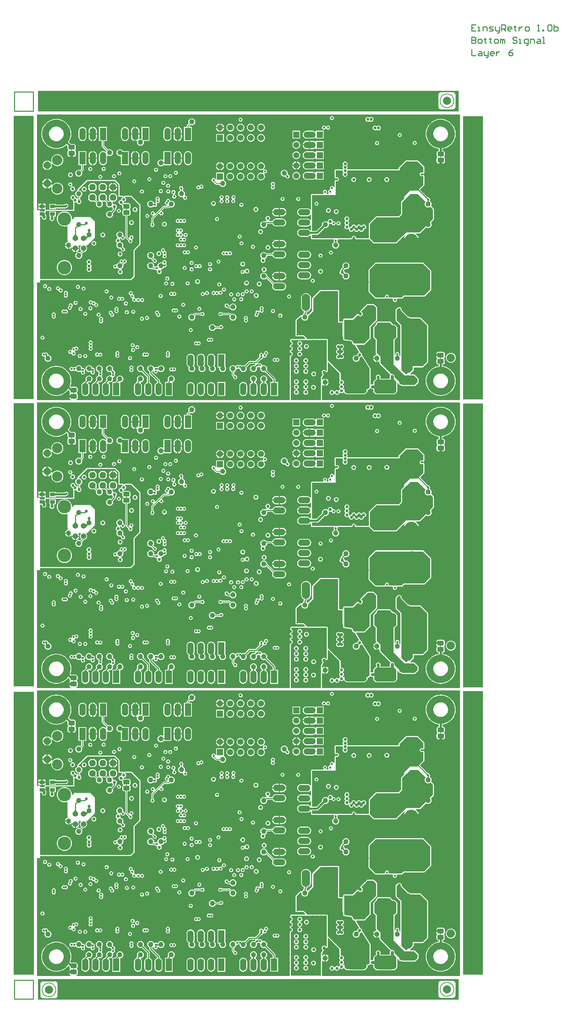
<source format=gbl>
G04 Layer_Physical_Order=6*
G04 Layer_Color=16711680*
%FSLAX24Y24*%
%MOIN*%
G70*
G01*
G75*
%ADD10C,0.0070*%
G04:AMPARAMS|DCode=11|XSize=78.7mil|YSize=78.7mil|CornerRadius=39.4mil|HoleSize=0mil|Usage=FLASHONLY|Rotation=90.000|XOffset=0mil|YOffset=0mil|HoleType=Round|Shape=RoundedRectangle|*
%AMROUNDEDRECTD11*
21,1,0.0787,0.0000,0,0,90.0*
21,1,0.0000,0.0787,0,0,90.0*
1,1,0.0787,0.0000,0.0000*
1,1,0.0787,0.0000,0.0000*
1,1,0.0787,0.0000,0.0000*
1,1,0.0787,0.0000,0.0000*
%
%ADD11ROUNDEDRECTD11*%
%ADD12C,0.0100*%
%ADD13C,0.0650*%
%ADD14C,0.0080*%
G04:AMPARAMS|DCode=58|XSize=50mil|YSize=50mil|CornerRadius=25mil|HoleSize=0mil|Usage=FLASHONLY|Rotation=270.000|XOffset=0mil|YOffset=0mil|HoleType=Round|Shape=RoundedRectangle|*
%AMROUNDEDRECTD58*
21,1,0.0500,0.0000,0,0,270.0*
21,1,0.0000,0.0500,0,0,270.0*
1,1,0.0500,0.0000,0.0000*
1,1,0.0500,0.0000,0.0000*
1,1,0.0500,0.0000,0.0000*
1,1,0.0500,0.0000,0.0000*
%
%ADD58ROUNDEDRECTD58*%
%ADD66C,0.0060*%
%ADD69C,0.0120*%
%ADD71C,0.0300*%
%ADD74C,0.0200*%
%ADD75C,0.0270*%
%ADD80C,0.0400*%
%ADD81C,0.0250*%
%ADD83C,0.0220*%
%ADD88C,0.0160*%
%ADD90C,0.0500*%
%ADD91C,0.0700*%
%ADD92C,0.0090*%
%ADD104R,0.0591X0.0591*%
%ADD105O,0.1181X0.0591*%
%ADD106C,0.0591*%
%ADD107O,0.0600X0.1200*%
%ADD108R,0.0600X0.1200*%
%ADD109O,0.1300X0.1360*%
%ADD110R,0.0591X0.0591*%
%ADD111O,0.1200X0.0600*%
%ADD112O,0.0825X0.1650*%
%ADD113P,0.0671X8X22.5*%
%ADD114C,0.1305*%
%ADD115C,0.0540*%
%ADD116C,0.1000*%
%ADD117P,0.0758X8X292.5*%
%ADD118C,0.0800*%
G04:AMPARAMS|DCode=119|XSize=133mil|YSize=83mil|CornerRadius=0mil|HoleSize=0mil|Usage=FLASHONLY|Rotation=270.000|XOffset=0mil|YOffset=0mil|HoleType=Round|Shape=Octagon|*
%AMOCTAGOND119*
4,1,8,-0.0208,-0.0665,0.0208,-0.0665,0.0415,-0.0457,0.0415,0.0457,0.0208,0.0665,-0.0208,0.0665,-0.0415,0.0457,-0.0415,-0.0457,-0.0208,-0.0665,0.0*
%
%ADD119OCTAGOND119*%

%ADD120C,0.0220*%
%ADD121C,0.0300*%
%ADD122C,0.0290*%
%ADD123C,0.0320*%
G04:AMPARAMS|DCode=143|XSize=46mil|YSize=63mil|CornerRadius=11.5mil|HoleSize=0mil|Usage=FLASHONLY|Rotation=90.000|XOffset=0mil|YOffset=0mil|HoleType=Round|Shape=RoundedRectangle|*
%AMROUNDEDRECTD143*
21,1,0.0460,0.0400,0,0,90.0*
21,1,0.0230,0.0630,0,0,90.0*
1,1,0.0230,0.0200,0.0115*
1,1,0.0230,0.0200,-0.0115*
1,1,0.0230,-0.0200,-0.0115*
1,1,0.0230,-0.0200,0.0115*
%
%ADD143ROUNDEDRECTD143*%
%ADD144R,0.0591X0.0591*%
%ADD145R,0.0492X0.0335*%
G04:AMPARAMS|DCode=146|XSize=50mil|YSize=50mil|CornerRadius=25mil|HoleSize=0mil|Usage=FLASHONLY|Rotation=0.000|XOffset=0mil|YOffset=0mil|HoleType=Round|Shape=RoundedRectangle|*
%AMROUNDEDRECTD146*
21,1,0.0500,0.0000,0,0,0.0*
21,1,0.0000,0.0500,0,0,0.0*
1,1,0.0500,0.0000,0.0000*
1,1,0.0500,0.0000,0.0000*
1,1,0.0500,0.0000,0.0000*
1,1,0.0500,0.0000,0.0000*
%
%ADD146ROUNDEDRECTD146*%
%ADD147C,0.0850*%
G36*
X43671Y86683D02*
X2736D01*
Y88681D01*
X43671D01*
Y86683D01*
D02*
G37*
G36*
X6730Y78141D02*
X6733Y78129D01*
X6737Y78117D01*
X6742Y78105D01*
X6749Y78093D01*
X6758Y78082D01*
X6768Y78070D01*
X6780Y78058D01*
X6794Y78046D01*
X6809Y78034D01*
X6601Y78006D01*
X6614Y78023D01*
X6645Y78070D01*
X6652Y78084D01*
X6658Y78098D01*
X6663Y78111D01*
X6667Y78123D01*
X6669Y78134D01*
X6669Y78145D01*
X6729Y78153D01*
X6730Y78141D01*
D02*
G37*
G36*
X10549Y79574D02*
Y78388D01*
X10954D01*
X10970Y78338D01*
X10910Y78298D01*
X10859Y78222D01*
X10841Y78132D01*
X10842Y78126D01*
X10809Y78091D01*
X10720Y78074D01*
X10644Y78023D01*
X10593Y77947D01*
X10575Y77857D01*
X10593Y77767D01*
X10644Y77691D01*
X10720Y77640D01*
X10737Y77637D01*
X10738Y77636D01*
X10739Y77635D01*
X10754Y77625D01*
X10769Y77614D01*
X10771Y77614D01*
X10772Y77613D01*
X10790Y77609D01*
X10808Y77605D01*
X10844Y77604D01*
X10855Y77603D01*
X10865Y77601D01*
X10873Y77599D01*
X10879Y77597D01*
X10883Y77596D01*
X10885Y77595D01*
X10885Y77595D01*
X10889Y77591D01*
X10903Y77583D01*
X10917Y77574D01*
X10920Y77573D01*
X10923Y77572D01*
X10932Y77570D01*
Y77363D01*
X10948Y77287D01*
X10991Y77222D01*
X11012Y77208D01*
Y77148D01*
X10991Y77133D01*
X10948Y77069D01*
X10932Y76993D01*
Y76763D01*
X10948Y76687D01*
X10991Y76622D01*
X11055Y76579D01*
X11131Y76564D01*
X11219D01*
Y74472D01*
X11219Y74472D01*
X11228Y74429D01*
X11252Y74392D01*
X11488Y74156D01*
X11491Y74140D01*
X11492Y74137D01*
X11492Y74135D01*
X11502Y74120D01*
X11511Y74106D01*
X11514Y74102D01*
X11514Y74102D01*
X11515Y74100D01*
X11515Y74098D01*
X11516Y74094D01*
X11517Y74089D01*
X11517Y74083D01*
X11517Y74073D01*
X11521Y74054D01*
X11525Y74036D01*
X11526Y74035D01*
X11526Y74034D01*
X11537Y74019D01*
X11547Y74003D01*
X11548Y74002D01*
X11548Y74001D01*
X11550Y74000D01*
X11550Y73999D01*
X11592Y73937D01*
X11655Y73895D01*
X11729Y73880D01*
X11803Y73895D01*
X11866Y73937D01*
X11908Y73999D01*
X11923Y74074D01*
X11908Y74148D01*
X11869Y74207D01*
X11872Y74229D01*
X11882Y74260D01*
X11898Y74264D01*
X11961Y74306D01*
X12003Y74369D01*
X12018Y74443D01*
X12003Y74517D01*
X11961Y74580D01*
X11898Y74622D01*
X11824Y74636D01*
X11750Y74622D01*
X11687Y74580D01*
X11645Y74517D01*
X11631Y74443D01*
X11641Y74392D01*
X11595Y74367D01*
X11443Y74518D01*
Y76564D01*
X11531D01*
X11607Y76579D01*
X11672Y76622D01*
X11715Y76687D01*
X11730Y76763D01*
Y76993D01*
X11715Y77069D01*
X11672Y77133D01*
X11650Y77148D01*
Y77208D01*
X11672Y77222D01*
X11715Y77287D01*
X11730Y77363D01*
Y77593D01*
X11715Y77669D01*
X11672Y77733D01*
X11607Y77776D01*
X11531Y77792D01*
X11131D01*
X11110Y77787D01*
X11098Y77793D01*
X11063Y77828D01*
X11062Y77839D01*
X11062Y77850D01*
X11065Y77861D01*
X11095Y77902D01*
X11165Y77916D01*
X11241Y77967D01*
X11292Y78043D01*
X11310Y78132D01*
X11292Y78222D01*
X11241Y78298D01*
X11181Y78338D01*
X11196Y78388D01*
X11782D01*
X12595Y77593D01*
X12601D01*
Y73792D01*
X12030Y73221D01*
Y70682D01*
X11745Y70396D01*
X2926D01*
Y76455D01*
X3094D01*
X3123Y76425D01*
Y76386D01*
X3139Y76306D01*
X3184Y76238D01*
X3252Y76193D01*
X3332Y76177D01*
X3412Y76193D01*
X3480Y76238D01*
X3525Y76306D01*
X3541Y76386D01*
Y76512D01*
X3541Y76512D01*
X3525Y76592D01*
X3480Y76660D01*
X3468Y76672D01*
Y76672D01*
X3122D01*
Y76772D01*
X3468D01*
Y76989D01*
X3490Y77030D01*
X6262D01*
Y77815D01*
X6301Y77847D01*
X6341Y77839D01*
X6431Y77857D01*
X6451Y77870D01*
X6497Y77851D01*
X6503Y77824D01*
X6554Y77748D01*
X6630Y77697D01*
X6719Y77679D01*
X6809Y77697D01*
X6885Y77748D01*
X6936Y77824D01*
X6954Y77914D01*
X6936Y78003D01*
X6910Y78042D01*
X6910Y78046D01*
X6910Y78047D01*
X6910Y78047D01*
X6904Y78065D01*
X6898Y78084D01*
X6898Y78084D01*
X6897Y78085D01*
X6885Y78099D01*
X6872Y78114D01*
X6859Y78124D01*
X6850Y78132D01*
X6843Y78139D01*
X6838Y78145D01*
X6834Y78150D01*
X6832Y78153D01*
X6831Y78155D01*
X6831Y78160D01*
X6830Y78164D01*
X6830Y78167D01*
X6825Y78183D01*
X6821Y78198D01*
X6819Y78201D01*
X6817Y78205D01*
X6812Y78211D01*
Y78373D01*
X6866Y78395D01*
X6935Y78448D01*
X6988Y78517D01*
X7021Y78597D01*
X7032Y78684D01*
X7021Y78770D01*
X6988Y78850D01*
X6935Y78919D01*
X6866Y78972D01*
X6786Y79005D01*
X6699Y79016D01*
X6672Y79013D01*
X6649Y79060D01*
X7522Y79934D01*
X10189Y79934D01*
X10549Y79574D01*
D02*
G37*
G36*
X10960Y77835D02*
X10963Y77798D01*
X10965Y77782D01*
X10969Y77767D01*
X10973Y77753D01*
X10978Y77740D01*
X10984Y77729D01*
X10991Y77719D01*
X10998Y77710D01*
X10956Y77668D01*
X10947Y77676D01*
X10937Y77682D01*
X10926Y77688D01*
X10914Y77693D01*
X10900Y77698D01*
X10885Y77701D01*
X10868Y77704D01*
X10851Y77706D01*
X10811Y77707D01*
X10960Y77855D01*
X10960Y77835D01*
D02*
G37*
G36*
X11636Y74210D02*
X11644Y74204D01*
X11652Y74199D01*
X11661Y74195D01*
X11671Y74191D01*
X11681Y74189D01*
X11692Y74186D01*
X11703Y74185D01*
X11715Y74184D01*
X11728Y74184D01*
X11619Y74075D01*
X11619Y74088D01*
X11618Y74100D01*
X11617Y74111D01*
X11614Y74122D01*
X11612Y74132D01*
X11608Y74142D01*
X11604Y74151D01*
X11599Y74159D01*
X11593Y74167D01*
X11587Y74174D01*
X11629Y74216D01*
X11636Y74210D01*
D02*
G37*
G36*
X35622Y67626D02*
X35622Y66416D01*
X35499Y66294D01*
X34989Y65784D01*
Y64654D01*
X34449Y64114D01*
X33459D01*
X33299Y64444D01*
X32529Y64544D01*
Y66444D01*
X33379Y66444D01*
X33846Y66911D01*
X33904Y66897D01*
X33944Y66838D01*
X34020Y66787D01*
X34109Y66769D01*
X34199Y66787D01*
X34275Y66838D01*
X34326Y66914D01*
X34344Y67004D01*
X34326Y67093D01*
X34275Y67169D01*
X34216Y67209D01*
X34202Y67267D01*
X34812Y67876D01*
X35372D01*
X35622Y67626D01*
D02*
G37*
G36*
X31929Y66174D02*
X32369D01*
Y64834D01*
X32427Y64769D01*
Y64544D01*
X32430Y64530D01*
X32431Y64517D01*
X32434Y64511D01*
X32435Y64505D01*
X32443Y64493D01*
X32449Y64481D01*
X32454Y64477D01*
X32457Y64472D01*
X32468Y64464D01*
X32479Y64455D01*
X32485Y64453D01*
X32490Y64449D01*
X32504Y64447D01*
X32516Y64443D01*
X33232Y64350D01*
X33368Y64069D01*
X33378Y64056D01*
X33387Y64042D01*
X33390Y64040D01*
X33392Y64037D01*
X33406Y64029D01*
X33420Y64019D01*
X33423Y64019D01*
X33426Y64017D01*
X33443Y64015D01*
X33459Y64012D01*
X33529D01*
X33977Y63298D01*
X33957Y63252D01*
X33950Y63250D01*
X33874Y63199D01*
X33823Y63123D01*
X33817Y63097D01*
X33817Y63096D01*
X33816Y63095D01*
X33814Y63094D01*
X33805Y63078D01*
X33795Y63063D01*
X33795Y63061D01*
X33794Y63060D01*
X33791Y63042D01*
X33788Y63024D01*
X33740Y63011D01*
X33699Y63016D01*
X33613Y63005D01*
X33533Y62972D01*
X33464Y62919D01*
X33411Y62850D01*
X33378Y62770D01*
X33367Y62684D01*
X33378Y62597D01*
X33411Y62517D01*
X33464Y62448D01*
X33533Y62395D01*
X33613Y62362D01*
X33699Y62351D01*
X33786Y62362D01*
X33866Y62395D01*
X33935Y62448D01*
X33988Y62517D01*
X34021Y62597D01*
X34032Y62684D01*
X34025Y62739D01*
X34052Y62781D01*
X34067Y62786D01*
X34071Y62787D01*
X34088Y62791D01*
X34090Y62792D01*
X34091Y62793D01*
X34106Y62804D01*
X34120Y62815D01*
X34120Y62815D01*
X34129Y62817D01*
X34193Y62860D01*
X34253Y62857D01*
X34989Y61684D01*
Y59874D01*
X34819Y59704D01*
X33917D01*
X33876Y59483D01*
X33878Y59534D01*
X33876Y59540D01*
Y59538D01*
X33876Y59541D01*
X33864Y59579D01*
X33835Y59619D01*
X33789Y59653D01*
X33728Y59682D01*
X33660Y59703D01*
X33560Y59681D01*
X33449Y59642D01*
X33377Y59605D01*
X33367Y59576D01*
X33363Y59538D01*
Y59598D01*
X33359Y59596D01*
X33289Y59540D01*
X33241Y59477D01*
X33213Y59404D01*
X33206Y59324D01*
X33191Y59704D01*
X32414D01*
X32407Y59759D01*
X32435Y59778D01*
X32486Y59854D01*
X32504Y59944D01*
X32486Y60033D01*
X32435Y60109D01*
X32399Y60134D01*
Y60184D01*
X32435Y60208D01*
X32486Y60284D01*
X32504Y60374D01*
X32486Y60463D01*
X32435Y60539D01*
X32359Y60590D01*
X32269Y60608D01*
X32229Y60600D01*
X32179Y60641D01*
X32179Y61264D01*
X30924Y62519D01*
X30924Y64476D01*
X30916Y64515D01*
X30894Y64548D01*
X30861Y64570D01*
X30822Y64578D01*
X30784D01*
X30782Y64579D01*
X30707Y64594D01*
X30633Y64579D01*
X30631Y64578D01*
X30384D01*
X30382Y64579D01*
X30307Y64594D01*
X30233Y64579D01*
X30231Y64578D01*
X29984D01*
X29982Y64579D01*
X29907Y64594D01*
X29833Y64579D01*
X29831Y64578D01*
X29584D01*
X29582Y64579D01*
X29507Y64594D01*
X29433Y64579D01*
X29431Y64578D01*
X28932D01*
X28599Y64934D01*
X27882Y64934D01*
Y66386D01*
X28327Y66766D01*
X28374Y66741D01*
X28367Y66684D01*
X28378Y66597D01*
X28411Y66517D01*
X28464Y66448D01*
X28533Y66395D01*
X28613Y66362D01*
X28699Y66351D01*
X28786Y66362D01*
X28866Y66395D01*
X28935Y66448D01*
X28988Y66517D01*
X29021Y66597D01*
X29032Y66684D01*
X29024Y66746D01*
X29032Y66796D01*
X29512Y67276D01*
Y68526D01*
X30212Y69226D01*
X31929D01*
Y66174D01*
D02*
G37*
G36*
X37773Y63021D02*
X37770Y63017D01*
X37768Y63011D01*
X37765Y63004D01*
X37764Y62997D01*
X37762Y62988D01*
X37761Y62979D01*
X37760Y62958D01*
X37759Y62945D01*
X37639D01*
X37639Y62958D01*
X37637Y62988D01*
X37635Y62997D01*
X37633Y63004D01*
X37631Y63011D01*
X37628Y63017D01*
X37626Y63021D01*
X37622Y63025D01*
X37776D01*
X37773Y63021D01*
D02*
G37*
G36*
X34045Y62884D02*
X34032Y62883D01*
X34020Y62881D01*
X34008Y62878D01*
X33996Y62874D01*
X33984Y62869D01*
X33973Y62862D01*
X33961Y62855D01*
X33950Y62847D01*
X33939Y62838D01*
X33928Y62828D01*
X33839Y62908D01*
X33849Y62919D01*
X33858Y62930D01*
X33866Y62941D01*
X33873Y62953D01*
X33879Y62964D01*
X33883Y62976D01*
X33887Y62988D01*
X33889Y63000D01*
X33890Y63013D01*
X33890Y63025D01*
X34045Y62884D01*
D02*
G37*
G36*
X43781Y58625D02*
X30368D01*
X30361Y58634D01*
Y60075D01*
X30389Y60093D01*
X30431Y60105D01*
X30493Y60058D01*
X30578Y60023D01*
X30619Y60017D01*
Y60364D01*
Y60710D01*
X30578Y60705D01*
X30493Y60669D01*
X30431Y60622D01*
X30389Y60634D01*
X30361Y60652D01*
Y60803D01*
X30362Y60804D01*
X30365Y60805D01*
X30378Y60817D01*
X30391Y60827D01*
X30406Y60846D01*
X30409Y60851D01*
X30412Y60854D01*
X30418Y60868D01*
X30425Y60881D01*
X30425Y60886D01*
X30427Y60891D01*
X30441Y60961D01*
X30470Y61003D01*
X30481Y61011D01*
X30488Y61018D01*
X30497Y61024D01*
X30502Y61032D01*
X30510Y61039D01*
X30513Y61049D01*
X30519Y61057D01*
X30521Y61067D01*
X30525Y61076D01*
Y61086D01*
X30527Y61096D01*
Y61146D01*
X30525Y61156D01*
Y61166D01*
X30521Y61175D01*
X30519Y61185D01*
X30513Y61193D01*
X30510Y61203D01*
X30502Y61210D01*
X30497Y61218D01*
X30488Y61224D01*
X30481Y61231D01*
X30470Y61239D01*
X30441Y61281D01*
X30431Y61331D01*
X30441Y61381D01*
X30470Y61423D01*
X30512Y61452D01*
X30562Y61462D01*
X30612Y61452D01*
X30654Y61423D01*
X30687Y61374D01*
X30700Y61361D01*
X30714Y61347D01*
X30715Y61347D01*
X30715Y61346D01*
X30733Y61339D01*
X30750Y61331D01*
X30751Y61331D01*
X30752Y61331D01*
X30771D01*
X30790Y61330D01*
X30840Y61339D01*
X30850Y61343D01*
X30861Y61345D01*
X30868Y61350D01*
X30877Y61354D01*
X30885Y61361D01*
X30894Y61368D01*
X30899Y61375D01*
X30906Y61381D01*
X30910Y61391D01*
X30916Y61401D01*
X30918Y61409D01*
X30921Y61418D01*
X30922Y61429D01*
X30924Y61440D01*
Y62283D01*
X30989Y62310D01*
X32077Y61221D01*
X32077Y60641D01*
X32078Y60636D01*
X32078Y60631D01*
X32082Y60617D01*
X32085Y60602D01*
X32104Y60539D01*
X32053Y60463D01*
X32035Y60374D01*
X32053Y60284D01*
X32104Y60208D01*
X32125Y60194D01*
Y60124D01*
X32104Y60109D01*
X32053Y60033D01*
X32035Y59944D01*
X32053Y59854D01*
X32104Y59778D01*
X32117Y59769D01*
Y59699D01*
X32104Y59689D01*
X32053Y59613D01*
X32044Y59568D01*
X32026Y59557D01*
X31967Y59542D01*
X31909Y59580D01*
X31819Y59598D01*
X31730Y59580D01*
X31654Y59529D01*
X31618Y59477D01*
X31615Y59476D01*
X31543D01*
X31540Y59477D01*
X31505Y59529D01*
X31429Y59580D01*
X31339Y59598D01*
X31250Y59580D01*
X31174Y59529D01*
X31123Y59453D01*
X31105Y59364D01*
X31123Y59274D01*
X31174Y59198D01*
X31250Y59147D01*
X31339Y59129D01*
X31429Y59147D01*
X31505Y59198D01*
X31540Y59251D01*
X31543Y59252D01*
X31615D01*
X31618Y59251D01*
X31654Y59198D01*
X31730Y59147D01*
X31819Y59129D01*
X31909Y59147D01*
X31985Y59198D01*
X32036Y59274D01*
X32045Y59319D01*
X32062Y59331D01*
X32122Y59346D01*
X32180Y59307D01*
X32269Y59289D01*
X32359Y59307D01*
X32435Y59358D01*
X32445Y59372D01*
X32515Y59379D01*
X32701Y59193D01*
X33130D01*
X33193Y59184D01*
X34269D01*
X34332Y59193D01*
X34536D01*
X34784Y59440D01*
Y59602D01*
X34819D01*
X34858Y59609D01*
X34891Y59632D01*
X35019Y59759D01*
X35104Y59758D01*
X35172Y59713D01*
X35252Y59697D01*
X35354D01*
Y59436D01*
X35602Y59189D01*
X35954D01*
X35967Y59187D01*
X37032D01*
X37046Y59189D01*
X37437D01*
X37684Y59436D01*
Y60295D01*
X37754Y60328D01*
X37778Y60308D01*
X37777Y60306D01*
X37795Y60216D01*
X37846Y60140D01*
X37922Y60089D01*
X38012Y60072D01*
X38050Y60079D01*
X38097Y60032D01*
X38130Y60009D01*
X38169Y60002D01*
X39389D01*
X39428Y60009D01*
X39461Y60032D01*
X39461Y60032D01*
X39741Y60312D01*
X39764Y60345D01*
X39771Y60384D01*
Y60694D01*
X39764Y60733D01*
X39741Y60766D01*
X39411Y61096D01*
X39378Y61118D01*
X39339Y61126D01*
X38936D01*
X38929Y61196D01*
X38948Y61199D01*
X38981Y61222D01*
X39261Y61502D01*
X39284Y61535D01*
X39291Y61574D01*
X39291Y61812D01*
X40072D01*
X40072Y61812D01*
X40072Y61812D01*
X40159D01*
X40198Y61819D01*
X40231Y61842D01*
X40671Y62282D01*
X40694Y62315D01*
X40701Y62354D01*
Y63414D01*
Y65874D01*
X40694Y65913D01*
X40671Y65946D01*
X39999Y66618D01*
X39966Y66640D01*
X39927Y66648D01*
X38969Y66648D01*
X38955Y66669D01*
X38930Y66686D01*
X38913Y66698D01*
X38879Y66720D01*
X38789Y66738D01*
X38768Y66734D01*
X38105Y67398D01*
X38114Y67444D01*
X38096Y67533D01*
X38045Y67609D01*
X38025Y67623D01*
X37969Y67660D01*
X37879Y67678D01*
X37790Y67660D01*
X37714Y67609D01*
X37704Y67594D01*
X37683Y67590D01*
X37650Y67568D01*
X37550Y67468D01*
X37528Y67435D01*
X37520Y67396D01*
X37520Y66391D01*
X37528Y66352D01*
X37550Y66319D01*
X37987Y65881D01*
X37987Y64364D01*
X37987Y62957D01*
X37917Y62932D01*
X37866Y62972D01*
X37873Y62994D01*
X37875Y63010D01*
X37878Y63025D01*
X37878Y63027D01*
X37878Y63029D01*
X37893Y63104D01*
X37878Y63178D01*
X37836Y63241D01*
X37773Y63283D01*
X37699Y63297D01*
X37625Y63283D01*
X37562Y63241D01*
X37520Y63178D01*
X37506Y63104D01*
X37520Y63029D01*
X37521Y63027D01*
X37520Y63025D01*
X37522Y63015D01*
X37510Y62998D01*
X37501Y62991D01*
X37453Y63008D01*
X37431Y63030D01*
Y64489D01*
X37437D01*
X37684Y64736D01*
Y65731D01*
X37437Y65979D01*
X37299D01*
X37031Y66246D01*
X36998Y66268D01*
X36959Y66276D01*
X35819Y66276D01*
X35780Y66268D01*
X35747Y66246D01*
X35627Y66126D01*
X35605Y66093D01*
X35597Y66054D01*
Y65974D01*
X35354Y65731D01*
Y64736D01*
X35597Y64493D01*
Y63224D01*
X35605Y63185D01*
X35627Y63152D01*
X35627Y63152D01*
X35675Y63104D01*
X35650Y63030D01*
X35608Y63025D01*
X35523Y62989D01*
X35450Y62933D01*
X35394Y62860D01*
X35358Y62775D01*
X35353Y62734D01*
X35699D01*
Y62684D01*
X35749D01*
Y62337D01*
X35791Y62343D01*
X35876Y62378D01*
X35887Y62387D01*
X35957Y62352D01*
Y62214D01*
X35965Y62175D01*
X35987Y62142D01*
X37018Y61111D01*
X37016Y61092D01*
X36965Y61016D01*
X36947Y60926D01*
Y60696D01*
X36069D01*
X36044Y60766D01*
X36056Y60784D01*
X36074Y60874D01*
X36056Y60963D01*
X36005Y61039D01*
X35929Y61090D01*
X35839Y61108D01*
X35750Y61090D01*
X35674Y61039D01*
X35623Y60963D01*
X35605Y60874D01*
X35623Y60784D01*
X35646Y60750D01*
Y60679D01*
X35602D01*
X35354Y60431D01*
Y60208D01*
X35300Y60164D01*
X35279Y60168D01*
X35190Y60150D01*
X35161Y60131D01*
X35091Y60169D01*
Y61684D01*
X35090Y61692D01*
X35090Y61701D01*
X35086Y61711D01*
X35084Y61723D01*
X35079Y61730D01*
X35076Y61738D01*
X34340Y62911D01*
X34333Y62918D01*
X34329Y62926D01*
X34320Y62932D01*
X34313Y62940D01*
X34304Y62944D01*
X34297Y62949D01*
X34286Y62952D01*
X34276Y62956D01*
X34272Y63026D01*
X34274Y63034D01*
X34256Y63123D01*
X34205Y63199D01*
X34129Y63250D01*
X34079Y63296D01*
X34077Y63305D01*
X34078Y63315D01*
X34074Y63325D01*
X34072Y63335D01*
X34067Y63343D01*
X34063Y63352D01*
X33688Y63950D01*
X33722Y64012D01*
X34449D01*
X34488Y64019D01*
X34521Y64042D01*
X35061Y64582D01*
X35084Y64615D01*
X35091Y64654D01*
Y65741D01*
X35571Y66222D01*
X35694Y66344D01*
X35716Y66377D01*
X35724Y66416D01*
X35724Y67626D01*
X35716Y67665D01*
X35694Y67698D01*
X35444Y67948D01*
X35444Y67948D01*
X35411Y67970D01*
X35372Y67978D01*
X34812D01*
X34773Y67970D01*
X34740Y67948D01*
X34130Y67339D01*
X34124Y67329D01*
X34116Y67321D01*
X34113Y67313D01*
X34108Y67306D01*
X34106Y67294D01*
X34102Y67284D01*
X34102Y67275D01*
X34100Y67267D01*
X34103Y67255D01*
X34103Y67244D01*
X34116Y67186D01*
X34124Y67170D01*
X34131Y67153D01*
X34132Y67151D01*
X34133Y67150D01*
X34146Y67137D01*
X34159Y67124D01*
X34202Y67096D01*
X34230Y67054D01*
X34240Y67004D01*
X34230Y66954D01*
X34202Y66911D01*
X34159Y66883D01*
X34109Y66873D01*
X34059Y66883D01*
X34017Y66911D01*
X33989Y66954D01*
X33976Y66967D01*
X33963Y66980D01*
X33962Y66981D01*
X33960Y66982D01*
X33943Y66989D01*
X33927Y66997D01*
X33869Y67010D01*
X33858Y67010D01*
X33846Y67012D01*
X33838Y67011D01*
X33829Y67011D01*
X33819Y67007D01*
X33807Y67005D01*
X33800Y67000D01*
X33792Y66997D01*
X33784Y66989D01*
X33774Y66983D01*
X33337Y66546D01*
X32529Y66546D01*
X32490Y66538D01*
X32457Y66516D01*
X32435Y66483D01*
X32427Y66444D01*
Y66333D01*
X32369Y66276D01*
X32031D01*
Y69226D01*
X32024Y69265D01*
X32001Y69298D01*
X31968Y69320D01*
X31929Y69328D01*
X30212D01*
X30173Y69320D01*
X30140Y69298D01*
X29440Y68598D01*
X29418Y68565D01*
X29410Y68526D01*
Y67318D01*
X29005Y66914D01*
X28935Y66918D01*
X28935Y66919D01*
X28869Y66969D01*
X28865Y66978D01*
X28859Y67051D01*
X28903Y67095D01*
X28932Y67138D01*
X28942Y67189D01*
Y67223D01*
X29058Y67271D01*
X29161Y67350D01*
X29240Y67453D01*
X29289Y67573D01*
X29306Y67701D01*
Y68526D01*
X29289Y68655D01*
X29240Y68774D01*
X29161Y68877D01*
X29058Y68956D01*
X28938Y69006D01*
X28809Y69023D01*
X28681Y69006D01*
X28561Y68956D01*
X28458Y68877D01*
X28379Y68774D01*
X28330Y68655D01*
X28313Y68526D01*
Y67701D01*
X28330Y67573D01*
X28379Y67453D01*
X28458Y67350D01*
X28561Y67271D01*
X28604Y67253D01*
X28618Y67184D01*
X28606Y67172D01*
X28577Y67129D01*
X28567Y67079D01*
Y66986D01*
X28533Y66972D01*
X28464Y66919D01*
X28435Y66881D01*
X28373Y66857D01*
X28355Y66862D01*
X28338Y66868D01*
X28336Y66868D01*
X28335Y66868D01*
X28317Y66866D01*
X28298Y66864D01*
X28297Y66863D01*
X28295Y66863D01*
X28279Y66854D01*
X28263Y66846D01*
X28262Y66845D01*
X28261Y66844D01*
X27816Y66464D01*
X27813Y66460D01*
X27810Y66458D01*
X27801Y66445D01*
X27791Y66432D01*
X27790Y66429D01*
X27788Y66425D01*
X27785Y66410D01*
X27780Y66394D01*
X27781Y66390D01*
X27780Y66386D01*
Y64934D01*
X27788Y64895D01*
X27810Y64862D01*
X27843Y64839D01*
X27882Y64832D01*
X28555Y64832D01*
X28732Y64642D01*
X28704Y64578D01*
X27380D01*
X27371Y64576D01*
X27361D01*
X27351Y64572D01*
X27341Y64570D01*
X27333Y64565D01*
X27324Y64561D01*
X27317Y64554D01*
X27308Y64548D01*
X27303Y64540D01*
X27296Y64533D01*
X27292Y64524D01*
X27286Y64515D01*
X27284Y64505D01*
X27280Y64496D01*
X27267Y64430D01*
X27267Y64430D01*
X27263Y64419D01*
Y64411D01*
X27261Y64403D01*
X27263Y64391D01*
Y64379D01*
X27266Y64372D01*
X27267Y64364D01*
X27288Y64306D01*
X27294Y64295D01*
X27299Y64284D01*
X27305Y64278D01*
X27309Y64272D01*
X27319Y64264D01*
X27327Y64256D01*
X27372Y64226D01*
X27400Y64184D01*
X27410Y64134D01*
X27400Y64084D01*
X27372Y64041D01*
X27329Y64013D01*
X27309Y64009D01*
X27300Y64005D01*
X27290Y64003D01*
X27282Y63998D01*
X27273Y63994D01*
X27266Y63987D01*
X27257Y63981D01*
X27252Y63973D01*
X27245Y63966D01*
X27241Y63956D01*
X27235Y63948D01*
X27233Y63938D01*
X27229Y63929D01*
Y63919D01*
X27227Y63909D01*
Y63848D01*
X27229Y63838D01*
Y63828D01*
X27233Y63819D01*
X27235Y63809D01*
X27241Y63801D01*
X27245Y63792D01*
X27252Y63784D01*
X27257Y63776D01*
X27266Y63771D01*
X27273Y63763D01*
X27282Y63760D01*
X27290Y63754D01*
X27300Y63752D01*
X27309Y63748D01*
X27329Y63744D01*
X27372Y63716D01*
X27400Y63674D01*
X27410Y63624D01*
X27400Y63574D01*
X27372Y63531D01*
X27329Y63503D01*
X27309Y63499D01*
X27300Y63495D01*
X27290Y63493D01*
X27282Y63488D01*
X27273Y63484D01*
X27266Y63477D01*
X27257Y63471D01*
X27252Y63463D01*
X27245Y63456D01*
X27241Y63446D01*
X27235Y63438D01*
X27233Y63428D01*
X27229Y63419D01*
Y63409D01*
X27227Y63399D01*
Y63328D01*
X27229Y63318D01*
Y63308D01*
X27233Y63299D01*
X27235Y63289D01*
X27241Y63281D01*
X27245Y63272D01*
X27252Y63264D01*
X27257Y63256D01*
X27266Y63251D01*
X27273Y63243D01*
X27282Y63240D01*
X27290Y63234D01*
X27300Y63232D01*
X27309Y63228D01*
X27329Y63224D01*
X27372Y63196D01*
X27400Y63154D01*
X27410Y63104D01*
X27400Y63054D01*
X27372Y63011D01*
X27329Y62983D01*
X27309Y62979D01*
X27300Y62975D01*
X27290Y62973D01*
X27282Y62968D01*
X27273Y62964D01*
X27266Y62957D01*
X27257Y62951D01*
X27252Y62943D01*
X27245Y62936D01*
X27241Y62926D01*
X27235Y62918D01*
X27233Y62908D01*
X27229Y62899D01*
Y62889D01*
X27227Y62879D01*
X27227Y61188D01*
X27229Y61178D01*
Y61168D01*
X27232Y61156D01*
X27229Y61145D01*
Y61135D01*
X27227Y61125D01*
Y60027D01*
X27229Y60018D01*
Y60008D01*
X27233Y59998D01*
X27235Y59988D01*
X27241Y59980D01*
X27245Y59971D01*
X27245Y59970D01*
X27252Y59936D01*
X27245Y59902D01*
X27245Y59901D01*
X27241Y59892D01*
X27235Y59884D01*
X27233Y59874D01*
X27229Y59865D01*
Y59855D01*
X27227Y59845D01*
Y58634D01*
X27221Y58625D01*
X6488D01*
X6478Y58653D01*
X6476Y58695D01*
X6537Y58736D01*
X6584Y58807D01*
X6601Y58891D01*
Y59121D01*
X6584Y59205D01*
X6537Y59276D01*
X6525Y59284D01*
X6531Y59364D01*
X6566Y59415D01*
X6581Y59491D01*
Y59721D01*
X6566Y59797D01*
X6522Y59862D01*
X6458Y59905D01*
X6382Y59920D01*
X5982D01*
X5933Y59910D01*
X5869Y59974D01*
X5898Y60044D01*
X5952Y60266D01*
X5970Y60495D01*
X5952Y60723D01*
X5898Y60946D01*
X5811Y61157D01*
X5691Y61352D01*
X5542Y61527D01*
X5368Y61675D01*
X5173Y61795D01*
X4961Y61883D01*
X4739Y61936D01*
X4510Y61954D01*
X4282Y61936D01*
X4059Y61883D01*
X3848Y61795D01*
X3653Y61675D01*
X3479Y61527D01*
X3330Y61352D01*
X3210Y61157D01*
X3123Y60946D01*
X3069Y60723D01*
X3051Y60495D01*
X3069Y60266D01*
X3123Y60044D01*
X3210Y59832D01*
X3330Y59637D01*
X3479Y59463D01*
X3653Y59314D01*
X3848Y59194D01*
X4059Y59107D01*
X4282Y59053D01*
X4510Y59035D01*
X4739Y59053D01*
X4961Y59107D01*
X5173Y59194D01*
X5368Y59314D01*
X5542Y59463D01*
X5656Y59595D01*
X5726Y59598D01*
X5783Y59541D01*
Y59491D01*
X5798Y59415D01*
X5832Y59364D01*
X5839Y59284D01*
X5827Y59276D01*
X5779Y59205D01*
X5763Y59121D01*
Y58891D01*
X5779Y58807D01*
X5827Y58736D01*
X5888Y58695D01*
X5886Y58653D01*
X5876Y58625D01*
X2641D01*
Y70079D01*
X2926D01*
Y70294D01*
X11745D01*
X11784Y70302D01*
X11817Y70324D01*
X12102Y70610D01*
X12124Y70643D01*
X12132Y70682D01*
Y73179D01*
X12673Y73720D01*
X12695Y73753D01*
X12703Y73792D01*
Y77593D01*
X12695Y77632D01*
X12673Y77665D01*
X12655Y77677D01*
X11853Y78461D01*
X11837Y78472D01*
X11821Y78483D01*
X11820Y78483D01*
X11820Y78483D01*
X11801Y78487D01*
X11782Y78490D01*
X11196D01*
X11191Y78489D01*
X11186Y78490D01*
X11172Y78485D01*
X11157Y78483D01*
X11153Y78480D01*
X11148Y78478D01*
X11137Y78469D01*
X11124Y78460D01*
X11121Y78456D01*
X11118Y78453D01*
X11114Y78447D01*
X11109Y78445D01*
X11092Y78440D01*
X11059D01*
X11041Y78445D01*
X11037Y78447D01*
X11033Y78453D01*
X11029Y78456D01*
X11026Y78460D01*
X11014Y78469D01*
X11002Y78478D01*
X10998Y78480D01*
X10993Y78483D01*
X10979Y78485D01*
X10964Y78490D01*
X10959Y78489D01*
X10954Y78490D01*
X10651D01*
Y79574D01*
X10644Y79613D01*
X10621Y79646D01*
X10261Y80006D01*
X10228Y80028D01*
X10189Y80036D01*
X7522Y80036D01*
X7483Y80028D01*
X7450Y80006D01*
X6577Y79132D01*
X6575Y79130D01*
X6572Y79127D01*
X6564Y79113D01*
X6555Y79099D01*
X6554Y79096D01*
X6552Y79093D01*
X6550Y79077D01*
X6547Y79060D01*
X6548Y79057D01*
X6547Y79054D01*
X6551Y79038D01*
X6555Y79021D01*
X6533Y78972D01*
X6464Y78919D01*
X6411Y78850D01*
X6378Y78770D01*
X6367Y78684D01*
X6378Y78597D01*
X6411Y78517D01*
X6464Y78448D01*
X6533Y78395D01*
X6587Y78373D01*
Y78245D01*
X6517Y78224D01*
X6507Y78239D01*
X6431Y78290D01*
X6349Y78307D01*
X6354Y78334D01*
X6336Y78423D01*
X6285Y78499D01*
X6209Y78550D01*
X6119Y78568D01*
X6030Y78550D01*
X5954Y78499D01*
X5903Y78423D01*
X5885Y78334D01*
X5903Y78244D01*
X5954Y78168D01*
X6030Y78117D01*
X6112Y78101D01*
X6107Y78074D01*
X6124Y77984D01*
X6175Y77908D01*
X6168Y77854D01*
X6165Y77840D01*
X6161Y77825D01*
X6161Y77820D01*
X6160Y77815D01*
Y77132D01*
X3566D01*
X3502Y77145D01*
X3476Y77174D01*
X3468Y77199D01*
X3468Y77213D01*
X3468Y77213D01*
Y77400D01*
X3172D01*
Y77183D01*
X3402D01*
X3405Y77183D01*
X3436Y77122D01*
X3433Y77113D01*
X3426Y77109D01*
X3423Y77105D01*
X3418Y77102D01*
X3410Y77090D01*
X3401Y77079D01*
X3378Y77038D01*
X3377Y77033D01*
X3374Y77028D01*
X3371Y77014D01*
X3367Y77000D01*
X3307Y76969D01*
X2926D01*
Y77101D01*
X2921Y77106D01*
X2641D01*
Y86380D01*
X43781D01*
X43781Y58625D01*
D02*
G37*
G36*
X30822Y61440D02*
X30772Y61431D01*
X30728Y61497D01*
X30652Y61548D01*
X30562Y61565D01*
X30472Y61548D01*
X30396Y61497D01*
X30345Y61421D01*
X30327Y61331D01*
X30345Y61241D01*
X30396Y61165D01*
X30425Y61146D01*
Y61096D01*
X30396Y61077D01*
X30345Y61001D01*
X30327Y60911D01*
X30312Y60892D01*
X30259Y60884D01*
X30259Y60884D01*
Y58634D01*
X27329D01*
Y59845D01*
X27341Y59862D01*
X27356Y59936D01*
X27341Y60010D01*
X27329Y60027D01*
Y61125D01*
X27336Y61156D01*
X27329Y61188D01*
X27329Y62879D01*
X27369Y62887D01*
X27445Y62938D01*
X27496Y63014D01*
X27514Y63104D01*
X27496Y63193D01*
X27445Y63269D01*
X27369Y63320D01*
X27329Y63328D01*
Y63399D01*
X27369Y63407D01*
X27445Y63458D01*
X27496Y63534D01*
X27514Y63624D01*
X27496Y63713D01*
X27445Y63789D01*
X27369Y63840D01*
X27329Y63848D01*
Y63909D01*
X27369Y63917D01*
X27445Y63968D01*
X27496Y64044D01*
X27514Y64134D01*
X27496Y64223D01*
X27445Y64299D01*
X27384Y64340D01*
X27363Y64399D01*
X27366Y64404D01*
X27380Y64476D01*
X30822D01*
X30822Y61440D01*
D02*
G37*
G36*
X38812Y66546D02*
X39927Y66546D01*
X40599Y65874D01*
Y63414D01*
Y62354D01*
X40159Y61914D01*
X39189D01*
X39189Y61574D01*
X38909Y61294D01*
X38349Y61294D01*
X38089Y61554D01*
X38089Y64364D01*
X38089Y65924D01*
X37622Y66391D01*
X37622Y67396D01*
X37722Y67496D01*
X37862Y67496D01*
X38812Y66546D01*
D02*
G37*
G36*
X36959Y66174D02*
X37329Y65804D01*
Y62074D01*
X38379Y61024D01*
X39339D01*
X39669Y60694D01*
Y60384D01*
X39389Y60104D01*
X38169D01*
X37416Y60857D01*
Y60926D01*
X37399Y61016D01*
X37348Y61092D01*
X37272Y61143D01*
X37182Y61161D01*
X37124Y61149D01*
X36059Y62214D01*
X36059Y62864D01*
X35699Y63224D01*
X35699Y66054D01*
X35819Y66174D01*
X36959Y66174D01*
D02*
G37*
G36*
X2293Y58730D02*
X2293D01*
D01*
Y58730D01*
X2293Y58730D01*
D01*
D01*
X354D01*
Y86250D01*
X2293D01*
Y58730D01*
D02*
G37*
G36*
X46043Y58701D02*
X46043Y58701D01*
X44104D01*
Y86220D01*
X46043D01*
X46043Y58701D01*
D02*
G37*
G36*
X6730Y50149D02*
X6733Y50137D01*
X6737Y50125D01*
X6742Y50113D01*
X6749Y50101D01*
X6758Y50089D01*
X6768Y50077D01*
X6780Y50066D01*
X6794Y50054D01*
X6809Y50042D01*
X6601Y50014D01*
X6614Y50031D01*
X6645Y50078D01*
X6652Y50092D01*
X6658Y50106D01*
X6663Y50119D01*
X6667Y50131D01*
X6669Y50142D01*
X6669Y50153D01*
X6729Y50161D01*
X6730Y50149D01*
D02*
G37*
G36*
X10549Y51582D02*
Y50396D01*
X10954D01*
X10970Y50346D01*
X10910Y50306D01*
X10859Y50230D01*
X10841Y50140D01*
X10842Y50134D01*
X10809Y50099D01*
X10720Y50081D01*
X10644Y50031D01*
X10593Y49954D01*
X10575Y49865D01*
X10593Y49775D01*
X10644Y49699D01*
X10720Y49648D01*
X10737Y49645D01*
X10738Y49644D01*
X10739Y49643D01*
X10754Y49632D01*
X10769Y49622D01*
X10771Y49621D01*
X10772Y49621D01*
X10790Y49617D01*
X10808Y49613D01*
X10844Y49612D01*
X10855Y49611D01*
X10865Y49609D01*
X10873Y49607D01*
X10879Y49605D01*
X10883Y49604D01*
X10885Y49603D01*
X10885Y49603D01*
X10889Y49599D01*
X10903Y49591D01*
X10917Y49582D01*
X10920Y49581D01*
X10923Y49579D01*
X10932Y49578D01*
Y49371D01*
X10948Y49295D01*
X10991Y49230D01*
X11012Y49216D01*
Y49156D01*
X10991Y49141D01*
X10948Y49077D01*
X10932Y49001D01*
Y48771D01*
X10948Y48695D01*
X10991Y48630D01*
X11055Y48587D01*
X11131Y48572D01*
X11219D01*
Y46480D01*
X11219Y46480D01*
X11228Y46437D01*
X11252Y46400D01*
X11488Y46164D01*
X11491Y46148D01*
X11492Y46145D01*
X11492Y46143D01*
X11502Y46128D01*
X11511Y46113D01*
X11514Y46110D01*
X11514Y46110D01*
X11515Y46108D01*
X11515Y46106D01*
X11516Y46102D01*
X11517Y46097D01*
X11517Y46091D01*
X11517Y46081D01*
X11521Y46062D01*
X11525Y46044D01*
X11526Y46043D01*
X11526Y46042D01*
X11537Y46026D01*
X11547Y46010D01*
X11548Y46010D01*
X11548Y46009D01*
X11550Y46008D01*
X11550Y46007D01*
X11592Y45945D01*
X11655Y45903D01*
X11729Y45888D01*
X11803Y45903D01*
X11866Y45945D01*
X11908Y46007D01*
X11923Y46082D01*
X11908Y46156D01*
X11869Y46215D01*
X11872Y46237D01*
X11882Y46268D01*
X11898Y46272D01*
X11961Y46314D01*
X12003Y46376D01*
X12018Y46451D01*
X12003Y46525D01*
X11961Y46588D01*
X11898Y46630D01*
X11824Y46644D01*
X11750Y46630D01*
X11687Y46588D01*
X11645Y46525D01*
X11631Y46451D01*
X11641Y46399D01*
X11595Y46375D01*
X11443Y46526D01*
Y48572D01*
X11531D01*
X11607Y48587D01*
X11672Y48630D01*
X11715Y48695D01*
X11730Y48771D01*
Y49001D01*
X11715Y49077D01*
X11672Y49141D01*
X11650Y49156D01*
Y49216D01*
X11672Y49230D01*
X11715Y49295D01*
X11730Y49371D01*
Y49601D01*
X11715Y49677D01*
X11672Y49741D01*
X11607Y49784D01*
X11531Y49799D01*
X11131D01*
X11110Y49795D01*
X11098Y49801D01*
X11063Y49836D01*
X11062Y49847D01*
X11062Y49858D01*
X11065Y49869D01*
X11095Y49910D01*
X11165Y49924D01*
X11241Y49974D01*
X11292Y50051D01*
X11310Y50140D01*
X11292Y50230D01*
X11241Y50306D01*
X11181Y50346D01*
X11196Y50396D01*
X11782D01*
X12595Y49601D01*
X12601D01*
Y45800D01*
X12030Y45229D01*
Y42690D01*
X11745Y42404D01*
X2926D01*
Y48463D01*
X3094D01*
X3123Y48433D01*
Y48394D01*
X3139Y48314D01*
X3184Y48246D01*
X3252Y48201D01*
X3332Y48185D01*
X3412Y48201D01*
X3480Y48246D01*
X3525Y48314D01*
X3541Y48394D01*
Y48520D01*
X3541Y48520D01*
X3525Y48600D01*
X3480Y48668D01*
X3468Y48679D01*
Y48680D01*
X3122D01*
Y48780D01*
X3468D01*
Y48997D01*
X3490Y49038D01*
X6262D01*
Y49823D01*
X6301Y49855D01*
X6341Y49847D01*
X6431Y49865D01*
X6451Y49878D01*
X6497Y49859D01*
X6503Y49832D01*
X6554Y49756D01*
X6630Y49705D01*
X6719Y49687D01*
X6809Y49705D01*
X6885Y49756D01*
X6936Y49832D01*
X6954Y49921D01*
X6936Y50011D01*
X6910Y50050D01*
X6910Y50054D01*
X6910Y50054D01*
X6910Y50055D01*
X6904Y50073D01*
X6898Y50092D01*
X6898Y50092D01*
X6897Y50093D01*
X6885Y50107D01*
X6872Y50122D01*
X6859Y50132D01*
X6850Y50140D01*
X6843Y50147D01*
X6838Y50153D01*
X6834Y50158D01*
X6832Y50161D01*
X6831Y50163D01*
X6831Y50168D01*
X6830Y50171D01*
X6830Y50175D01*
X6825Y50191D01*
X6821Y50206D01*
X6819Y50209D01*
X6817Y50213D01*
X6812Y50219D01*
Y50381D01*
X6866Y50403D01*
X6935Y50456D01*
X6988Y50525D01*
X7021Y50605D01*
X7032Y50691D01*
X7021Y50778D01*
X6988Y50858D01*
X6935Y50927D01*
X6866Y50980D01*
X6786Y51013D01*
X6699Y51024D01*
X6672Y51021D01*
X6649Y51068D01*
X7522Y51941D01*
X10189Y51941D01*
X10549Y51582D01*
D02*
G37*
G36*
X10960Y49843D02*
X10963Y49806D01*
X10965Y49790D01*
X10969Y49774D01*
X10973Y49761D01*
X10978Y49748D01*
X10984Y49737D01*
X10991Y49727D01*
X10998Y49718D01*
X10956Y49676D01*
X10947Y49684D01*
X10937Y49690D01*
X10926Y49696D01*
X10914Y49701D01*
X10900Y49706D01*
X10885Y49709D01*
X10868Y49712D01*
X10851Y49714D01*
X10811Y49715D01*
X10960Y49863D01*
X10960Y49843D01*
D02*
G37*
G36*
X11636Y46218D02*
X11644Y46212D01*
X11652Y46207D01*
X11661Y46203D01*
X11671Y46199D01*
X11681Y46196D01*
X11692Y46194D01*
X11703Y46193D01*
X11715Y46192D01*
X11728Y46191D01*
X11619Y46083D01*
X11619Y46095D01*
X11618Y46108D01*
X11617Y46119D01*
X11614Y46130D01*
X11612Y46140D01*
X11608Y46150D01*
X11604Y46159D01*
X11599Y46167D01*
X11593Y46175D01*
X11587Y46182D01*
X11629Y46224D01*
X11636Y46218D01*
D02*
G37*
G36*
X35622Y39634D02*
X35622Y38424D01*
X35499Y38301D01*
X34989Y37792D01*
Y36662D01*
X34449Y36121D01*
X33459D01*
X33299Y36451D01*
X32529Y36551D01*
Y38451D01*
X33379Y38451D01*
X33846Y38918D01*
X33904Y38905D01*
X33944Y38846D01*
X34020Y38795D01*
X34109Y38777D01*
X34199Y38795D01*
X34275Y38846D01*
X34326Y38922D01*
X34344Y39011D01*
X34326Y39101D01*
X34275Y39177D01*
X34216Y39217D01*
X34202Y39275D01*
X34812Y39884D01*
X35372D01*
X35622Y39634D01*
D02*
G37*
G36*
X31929Y38182D02*
X32369D01*
Y36841D01*
X32427Y36776D01*
Y36551D01*
X32430Y36538D01*
X32431Y36525D01*
X32434Y36519D01*
X32435Y36512D01*
X32443Y36501D01*
X32449Y36489D01*
X32454Y36485D01*
X32457Y36479D01*
X32468Y36472D01*
X32479Y36463D01*
X32485Y36461D01*
X32490Y36457D01*
X32504Y36455D01*
X32516Y36450D01*
X33232Y36357D01*
X33368Y36077D01*
X33378Y36063D01*
X33387Y36049D01*
X33390Y36048D01*
X33392Y36045D01*
X33406Y36037D01*
X33420Y36027D01*
X33423Y36027D01*
X33426Y36025D01*
X33443Y36023D01*
X33459Y36020D01*
X33529D01*
X33977Y35306D01*
X33957Y35260D01*
X33950Y35258D01*
X33874Y35207D01*
X33823Y35131D01*
X33817Y35105D01*
X33817Y35104D01*
X33816Y35103D01*
X33814Y35102D01*
X33805Y35086D01*
X33795Y35071D01*
X33795Y35069D01*
X33794Y35067D01*
X33791Y35050D01*
X33788Y35032D01*
X33740Y35019D01*
X33699Y35024D01*
X33613Y35013D01*
X33533Y34980D01*
X33464Y34927D01*
X33411Y34858D01*
X33378Y34778D01*
X33367Y34692D01*
X33378Y34605D01*
X33411Y34525D01*
X33464Y34456D01*
X33533Y34403D01*
X33613Y34370D01*
X33699Y34359D01*
X33786Y34370D01*
X33866Y34403D01*
X33935Y34456D01*
X33988Y34525D01*
X34021Y34605D01*
X34032Y34692D01*
X34025Y34747D01*
X34052Y34789D01*
X34067Y34794D01*
X34071Y34795D01*
X34088Y34799D01*
X34090Y34800D01*
X34091Y34801D01*
X34106Y34812D01*
X34120Y34823D01*
X34120Y34823D01*
X34129Y34825D01*
X34193Y34867D01*
X34253Y34865D01*
X34989Y33691D01*
Y31881D01*
X34819Y31711D01*
X33917D01*
X33876Y31491D01*
X33878Y31542D01*
X33876Y31548D01*
Y31545D01*
X33876Y31549D01*
X33864Y31587D01*
X33835Y31627D01*
X33789Y31661D01*
X33728Y31690D01*
X33660Y31711D01*
X33560Y31688D01*
X33449Y31650D01*
X33377Y31613D01*
X33367Y31583D01*
X33363Y31545D01*
Y31606D01*
X33359Y31604D01*
X33289Y31548D01*
X33241Y31484D01*
X33213Y31412D01*
X33206Y31332D01*
X33191Y31711D01*
X32414D01*
X32407Y31767D01*
X32435Y31786D01*
X32486Y31862D01*
X32504Y31951D01*
X32486Y32041D01*
X32435Y32117D01*
X32399Y32141D01*
Y32192D01*
X32435Y32216D01*
X32486Y32292D01*
X32504Y32381D01*
X32486Y32471D01*
X32435Y32547D01*
X32359Y32598D01*
X32269Y32616D01*
X32229Y32608D01*
X32179Y32649D01*
X32179Y33272D01*
X30924Y34527D01*
X30924Y36484D01*
X30916Y36523D01*
X30894Y36556D01*
X30861Y36578D01*
X30822Y36586D01*
X30784D01*
X30782Y36587D01*
X30707Y36602D01*
X30633Y36587D01*
X30631Y36586D01*
X30384D01*
X30382Y36587D01*
X30307Y36602D01*
X30233Y36587D01*
X30231Y36586D01*
X29984D01*
X29982Y36587D01*
X29907Y36602D01*
X29833Y36587D01*
X29831Y36586D01*
X29584D01*
X29582Y36587D01*
X29507Y36602D01*
X29433Y36587D01*
X29431Y36586D01*
X28932D01*
X28599Y36941D01*
X27882Y36941D01*
Y38394D01*
X28327Y38774D01*
X28374Y38749D01*
X28367Y38691D01*
X28378Y38605D01*
X28411Y38525D01*
X28464Y38456D01*
X28533Y38403D01*
X28613Y38370D01*
X28699Y38359D01*
X28786Y38370D01*
X28866Y38403D01*
X28935Y38456D01*
X28988Y38525D01*
X29021Y38605D01*
X29032Y38691D01*
X29024Y38754D01*
X29032Y38804D01*
X29512Y39284D01*
Y40534D01*
X30212Y41234D01*
X31929D01*
Y38182D01*
D02*
G37*
G36*
X37773Y35029D02*
X37770Y35024D01*
X37768Y35019D01*
X37765Y35012D01*
X37764Y35005D01*
X37762Y34996D01*
X37761Y34987D01*
X37760Y34965D01*
X37759Y34953D01*
X37639D01*
X37639Y34965D01*
X37637Y34996D01*
X37635Y35005D01*
X37633Y35012D01*
X37631Y35019D01*
X37628Y35024D01*
X37626Y35029D01*
X37622Y35033D01*
X37776D01*
X37773Y35029D01*
D02*
G37*
G36*
X34045Y34892D02*
X34032Y34891D01*
X34020Y34889D01*
X34008Y34886D01*
X33996Y34882D01*
X33984Y34876D01*
X33973Y34870D01*
X33961Y34863D01*
X33950Y34855D01*
X33939Y34846D01*
X33928Y34836D01*
X33839Y34916D01*
X33849Y34927D01*
X33858Y34938D01*
X33866Y34949D01*
X33873Y34961D01*
X33879Y34972D01*
X33883Y34984D01*
X33887Y34996D01*
X33889Y35008D01*
X33890Y35020D01*
X33890Y35033D01*
X34045Y34892D01*
D02*
G37*
G36*
X43781Y30633D02*
X30368D01*
X30361Y30642D01*
Y32083D01*
X30389Y32101D01*
X30431Y32113D01*
X30493Y32066D01*
X30578Y32030D01*
X30619Y32025D01*
Y32371D01*
Y32718D01*
X30578Y32712D01*
X30493Y32677D01*
X30431Y32630D01*
X30389Y32642D01*
X30361Y32660D01*
Y32811D01*
X30362Y32812D01*
X30365Y32813D01*
X30378Y32824D01*
X30391Y32835D01*
X30406Y32854D01*
X30409Y32859D01*
X30412Y32862D01*
X30418Y32876D01*
X30425Y32889D01*
X30425Y32894D01*
X30427Y32899D01*
X30441Y32969D01*
X30470Y33011D01*
X30481Y33019D01*
X30488Y33026D01*
X30497Y33032D01*
X30502Y33040D01*
X30510Y33047D01*
X30513Y33057D01*
X30519Y33065D01*
X30521Y33075D01*
X30525Y33084D01*
Y33094D01*
X30527Y33104D01*
Y33154D01*
X30525Y33164D01*
Y33174D01*
X30521Y33183D01*
X30519Y33193D01*
X30513Y33201D01*
X30510Y33211D01*
X30502Y33218D01*
X30497Y33226D01*
X30488Y33232D01*
X30481Y33239D01*
X30470Y33247D01*
X30441Y33289D01*
X30431Y33339D01*
X30441Y33389D01*
X30470Y33431D01*
X30512Y33459D01*
X30562Y33469D01*
X30612Y33459D01*
X30654Y33431D01*
X30687Y33382D01*
X30700Y33369D01*
X30714Y33355D01*
X30715Y33355D01*
X30715Y33354D01*
X30733Y33347D01*
X30750Y33339D01*
X30751Y33339D01*
X30752Y33339D01*
X30771D01*
X30790Y33338D01*
X30840Y33347D01*
X30850Y33351D01*
X30861Y33353D01*
X30868Y33358D01*
X30877Y33362D01*
X30885Y33369D01*
X30894Y33375D01*
X30899Y33383D01*
X30906Y33389D01*
X30910Y33399D01*
X30916Y33408D01*
X30918Y33417D01*
X30921Y33426D01*
X30922Y33437D01*
X30924Y33447D01*
Y34291D01*
X30989Y34318D01*
X32077Y33229D01*
X32077Y32649D01*
X32078Y32644D01*
X32078Y32639D01*
X32082Y32625D01*
X32085Y32610D01*
X32104Y32547D01*
X32053Y32471D01*
X32035Y32381D01*
X32053Y32292D01*
X32104Y32216D01*
X32125Y32201D01*
Y32132D01*
X32104Y32117D01*
X32053Y32041D01*
X32035Y31951D01*
X32053Y31862D01*
X32104Y31786D01*
X32117Y31776D01*
Y31707D01*
X32104Y31697D01*
X32053Y31621D01*
X32044Y31576D01*
X32026Y31564D01*
X31967Y31549D01*
X31909Y31588D01*
X31819Y31606D01*
X31730Y31588D01*
X31654Y31537D01*
X31618Y31484D01*
X31615Y31483D01*
X31543D01*
X31540Y31484D01*
X31505Y31537D01*
X31429Y31588D01*
X31339Y31606D01*
X31250Y31588D01*
X31174Y31537D01*
X31123Y31461D01*
X31105Y31372D01*
X31123Y31282D01*
X31174Y31206D01*
X31250Y31155D01*
X31339Y31137D01*
X31429Y31155D01*
X31505Y31206D01*
X31540Y31258D01*
X31543Y31260D01*
X31615D01*
X31618Y31258D01*
X31654Y31206D01*
X31730Y31155D01*
X31819Y31137D01*
X31909Y31155D01*
X31985Y31206D01*
X32036Y31282D01*
X32045Y31327D01*
X32062Y31339D01*
X32122Y31354D01*
X32180Y31315D01*
X32269Y31297D01*
X32359Y31315D01*
X32435Y31366D01*
X32445Y31380D01*
X32515Y31387D01*
X32701Y31200D01*
X33130D01*
X33193Y31192D01*
X34269D01*
X34332Y31200D01*
X34536D01*
X34784Y31448D01*
Y31610D01*
X34819D01*
X34858Y31617D01*
X34891Y31639D01*
X35019Y31767D01*
X35104Y31766D01*
X35172Y31721D01*
X35252Y31705D01*
X35354D01*
Y31444D01*
X35602Y31196D01*
X35954D01*
X35967Y31195D01*
X37032D01*
X37046Y31196D01*
X37437D01*
X37684Y31444D01*
Y32303D01*
X37754Y32336D01*
X37778Y32316D01*
X37777Y32314D01*
X37795Y32224D01*
X37846Y32148D01*
X37922Y32097D01*
X38012Y32080D01*
X38050Y32087D01*
X38097Y32039D01*
X38130Y32017D01*
X38169Y32010D01*
X39389D01*
X39428Y32017D01*
X39461Y32039D01*
X39461Y32039D01*
X39741Y32319D01*
X39764Y32352D01*
X39771Y32392D01*
Y32701D01*
X39764Y32741D01*
X39741Y32774D01*
X39411Y33104D01*
X39378Y33126D01*
X39339Y33133D01*
X38936D01*
X38929Y33203D01*
X38948Y33207D01*
X38981Y33229D01*
X39261Y33509D01*
X39284Y33542D01*
X39291Y33581D01*
X39291Y33820D01*
X40072D01*
X40072Y33820D01*
X40072Y33820D01*
X40159D01*
X40198Y33827D01*
X40231Y33849D01*
X40671Y34289D01*
X40694Y34322D01*
X40701Y34362D01*
Y35422D01*
Y37881D01*
X40694Y37921D01*
X40671Y37954D01*
X39999Y38626D01*
X39966Y38648D01*
X39927Y38656D01*
X38969Y38656D01*
X38955Y38677D01*
X38930Y38694D01*
X38913Y38706D01*
X38879Y38728D01*
X38789Y38746D01*
X38768Y38742D01*
X38105Y39405D01*
X38114Y39451D01*
X38096Y39541D01*
X38045Y39617D01*
X38025Y39631D01*
X37969Y39668D01*
X37879Y39686D01*
X37790Y39668D01*
X37714Y39617D01*
X37704Y39602D01*
X37683Y39598D01*
X37650Y39576D01*
X37550Y39476D01*
X37528Y39443D01*
X37520Y39404D01*
X37520Y38399D01*
X37528Y38360D01*
X37550Y38327D01*
X37987Y37889D01*
X37987Y36371D01*
X37987Y34965D01*
X37917Y34940D01*
X37866Y34980D01*
X37873Y35002D01*
X37875Y35017D01*
X37878Y35033D01*
X37878Y35035D01*
X37878Y35037D01*
X37893Y35111D01*
X37878Y35186D01*
X37836Y35248D01*
X37773Y35290D01*
X37699Y35305D01*
X37625Y35290D01*
X37562Y35248D01*
X37520Y35186D01*
X37506Y35111D01*
X37520Y35037D01*
X37521Y35035D01*
X37520Y35033D01*
X37522Y35023D01*
X37510Y35006D01*
X37501Y34999D01*
X37453Y35016D01*
X37431Y35038D01*
Y36497D01*
X37437D01*
X37684Y36744D01*
Y37739D01*
X37437Y37987D01*
X37299D01*
X37031Y38254D01*
X36998Y38276D01*
X36959Y38283D01*
X35819Y38283D01*
X35780Y38276D01*
X35747Y38254D01*
X35627Y38134D01*
X35605Y38101D01*
X35597Y38061D01*
Y37982D01*
X35354Y37739D01*
Y36744D01*
X35597Y36501D01*
Y35231D01*
X35605Y35192D01*
X35627Y35159D01*
X35627Y35159D01*
X35675Y35112D01*
X35650Y35038D01*
X35608Y35032D01*
X35523Y34997D01*
X35450Y34941D01*
X35394Y34868D01*
X35358Y34783D01*
X35353Y34741D01*
X35699D01*
Y34692D01*
X35749D01*
Y34345D01*
X35791Y34351D01*
X35876Y34386D01*
X35887Y34395D01*
X35957Y34360D01*
Y34221D01*
X35965Y34182D01*
X35987Y34149D01*
X37018Y33119D01*
X37016Y33100D01*
X36965Y33024D01*
X36947Y32934D01*
Y32703D01*
X36069D01*
X36044Y32773D01*
X36056Y32792D01*
X36074Y32882D01*
X36056Y32971D01*
X36005Y33047D01*
X35929Y33098D01*
X35839Y33116D01*
X35750Y33098D01*
X35674Y33047D01*
X35623Y32971D01*
X35605Y32882D01*
X35623Y32792D01*
X35646Y32757D01*
Y32687D01*
X35602D01*
X35354Y32439D01*
Y32216D01*
X35300Y32172D01*
X35279Y32176D01*
X35190Y32158D01*
X35161Y32139D01*
X35091Y32177D01*
Y33691D01*
X35090Y33700D01*
X35090Y33708D01*
X35086Y33719D01*
X35084Y33731D01*
X35079Y33738D01*
X35076Y33746D01*
X34340Y34919D01*
X34333Y34926D01*
X34329Y34934D01*
X34320Y34940D01*
X34313Y34948D01*
X34304Y34952D01*
X34297Y34957D01*
X34286Y34960D01*
X34276Y34964D01*
X34272Y35034D01*
X34274Y35041D01*
X34256Y35131D01*
X34205Y35207D01*
X34129Y35258D01*
X34079Y35304D01*
X34077Y35313D01*
X34078Y35323D01*
X34074Y35333D01*
X34072Y35343D01*
X34067Y35351D01*
X34063Y35360D01*
X33688Y35958D01*
X33722Y36020D01*
X34449D01*
X34488Y36027D01*
X34521Y36049D01*
X35061Y36589D01*
X35084Y36622D01*
X35091Y36662D01*
Y37749D01*
X35571Y38229D01*
X35694Y38352D01*
X35716Y38385D01*
X35724Y38424D01*
X35724Y39634D01*
X35716Y39673D01*
X35694Y39706D01*
X35444Y39956D01*
X35444Y39956D01*
X35411Y39978D01*
X35372Y39986D01*
X34812D01*
X34773Y39978D01*
X34740Y39956D01*
X34130Y39347D01*
X34124Y39337D01*
X34116Y39329D01*
X34113Y39321D01*
X34108Y39314D01*
X34106Y39302D01*
X34102Y39292D01*
X34102Y39283D01*
X34100Y39275D01*
X34103Y39263D01*
X34103Y39252D01*
X34116Y39194D01*
X34124Y39177D01*
X34131Y39160D01*
X34132Y39159D01*
X34133Y39158D01*
X34146Y39145D01*
X34159Y39132D01*
X34202Y39104D01*
X34230Y39061D01*
X34240Y39011D01*
X34230Y38962D01*
X34202Y38919D01*
X34159Y38891D01*
X34109Y38881D01*
X34059Y38891D01*
X34017Y38919D01*
X33989Y38962D01*
X33976Y38975D01*
X33963Y38988D01*
X33962Y38989D01*
X33960Y38990D01*
X33943Y38997D01*
X33927Y39005D01*
X33869Y39018D01*
X33858Y39018D01*
X33846Y39020D01*
X33838Y39019D01*
X33829Y39019D01*
X33819Y39015D01*
X33807Y39013D01*
X33800Y39008D01*
X33792Y39005D01*
X33784Y38997D01*
X33774Y38990D01*
X33337Y38553D01*
X32529Y38553D01*
X32490Y38546D01*
X32457Y38524D01*
X32435Y38491D01*
X32427Y38451D01*
Y38341D01*
X32369Y38283D01*
X32031D01*
Y41234D01*
X32024Y41273D01*
X32001Y41306D01*
X31968Y41328D01*
X31929Y41336D01*
X30212D01*
X30173Y41328D01*
X30140Y41306D01*
X29440Y40606D01*
X29418Y40573D01*
X29410Y40534D01*
Y39326D01*
X29005Y38921D01*
X28935Y38926D01*
X28935Y38927D01*
X28869Y38977D01*
X28865Y38985D01*
X28859Y39058D01*
X28903Y39103D01*
X28932Y39146D01*
X28942Y39197D01*
Y39231D01*
X29058Y39279D01*
X29161Y39358D01*
X29240Y39461D01*
X29289Y39580D01*
X29306Y39709D01*
Y40534D01*
X29289Y40663D01*
X29240Y40782D01*
X29161Y40885D01*
X29058Y40964D01*
X28938Y41014D01*
X28809Y41031D01*
X28681Y41014D01*
X28561Y40964D01*
X28458Y40885D01*
X28379Y40782D01*
X28330Y40663D01*
X28313Y40534D01*
Y39709D01*
X28330Y39580D01*
X28379Y39461D01*
X28458Y39358D01*
X28561Y39279D01*
X28604Y39261D01*
X28618Y39192D01*
X28606Y39180D01*
X28577Y39137D01*
X28567Y39087D01*
Y38994D01*
X28533Y38980D01*
X28464Y38927D01*
X28435Y38889D01*
X28373Y38865D01*
X28355Y38870D01*
X28338Y38876D01*
X28336Y38875D01*
X28335Y38876D01*
X28317Y38874D01*
X28298Y38872D01*
X28297Y38871D01*
X28295Y38871D01*
X28279Y38862D01*
X28263Y38853D01*
X28262Y38852D01*
X28261Y38852D01*
X27816Y38472D01*
X27813Y38468D01*
X27810Y38466D01*
X27801Y38453D01*
X27791Y38440D01*
X27790Y38436D01*
X27788Y38433D01*
X27785Y38417D01*
X27780Y38402D01*
X27781Y38398D01*
X27780Y38394D01*
Y36941D01*
X27788Y36902D01*
X27810Y36869D01*
X27843Y36847D01*
X27882Y36840D01*
X28555Y36840D01*
X28732Y36650D01*
X28704Y36586D01*
X27380D01*
X27371Y36584D01*
X27361D01*
X27351Y36580D01*
X27341Y36578D01*
X27333Y36573D01*
X27324Y36569D01*
X27317Y36562D01*
X27308Y36556D01*
X27303Y36548D01*
X27296Y36541D01*
X27292Y36531D01*
X27286Y36523D01*
X27284Y36513D01*
X27280Y36504D01*
X27267Y36438D01*
X27267Y36438D01*
X27263Y36426D01*
Y36419D01*
X27261Y36411D01*
X27263Y36399D01*
Y36387D01*
X27266Y36379D01*
X27267Y36372D01*
X27288Y36313D01*
X27294Y36303D01*
X27299Y36292D01*
X27305Y36286D01*
X27309Y36279D01*
X27319Y36272D01*
X27327Y36264D01*
X27372Y36234D01*
X27400Y36191D01*
X27410Y36142D01*
X27400Y36092D01*
X27372Y36049D01*
X27329Y36021D01*
X27309Y36017D01*
X27300Y36013D01*
X27290Y36011D01*
X27282Y36006D01*
X27273Y36002D01*
X27266Y35995D01*
X27257Y35989D01*
X27252Y35981D01*
X27245Y35974D01*
X27241Y35964D01*
X27235Y35956D01*
X27233Y35946D01*
X27229Y35937D01*
Y35927D01*
X27227Y35917D01*
Y35856D01*
X27229Y35846D01*
Y35836D01*
X27233Y35827D01*
X27235Y35817D01*
X27241Y35809D01*
X27245Y35799D01*
X27252Y35792D01*
X27257Y35784D01*
X27266Y35778D01*
X27273Y35771D01*
X27282Y35767D01*
X27290Y35762D01*
X27300Y35760D01*
X27309Y35756D01*
X27329Y35752D01*
X27372Y35724D01*
X27400Y35681D01*
X27410Y35631D01*
X27400Y35582D01*
X27372Y35539D01*
X27329Y35511D01*
X27309Y35507D01*
X27300Y35503D01*
X27290Y35501D01*
X27282Y35496D01*
X27273Y35492D01*
X27266Y35485D01*
X27257Y35479D01*
X27252Y35471D01*
X27245Y35464D01*
X27241Y35454D01*
X27235Y35446D01*
X27233Y35436D01*
X27229Y35427D01*
Y35417D01*
X27227Y35407D01*
Y35336D01*
X27229Y35326D01*
Y35316D01*
X27233Y35307D01*
X27235Y35297D01*
X27241Y35289D01*
X27245Y35279D01*
X27252Y35272D01*
X27257Y35264D01*
X27266Y35258D01*
X27273Y35251D01*
X27282Y35247D01*
X27290Y35242D01*
X27300Y35240D01*
X27309Y35236D01*
X27329Y35232D01*
X27372Y35204D01*
X27400Y35161D01*
X27410Y35111D01*
X27400Y35062D01*
X27372Y35019D01*
X27329Y34991D01*
X27309Y34987D01*
X27300Y34983D01*
X27290Y34981D01*
X27282Y34976D01*
X27273Y34972D01*
X27266Y34965D01*
X27257Y34959D01*
X27252Y34951D01*
X27245Y34944D01*
X27241Y34934D01*
X27235Y34926D01*
X27233Y34916D01*
X27229Y34907D01*
Y34897D01*
X27227Y34887D01*
X27227Y33195D01*
X27229Y33186D01*
Y33176D01*
X27232Y33164D01*
X27229Y33153D01*
Y33142D01*
X27227Y33133D01*
Y32035D01*
X27229Y32026D01*
Y32015D01*
X27233Y32006D01*
X27235Y31996D01*
X27241Y31988D01*
X27245Y31979D01*
X27245Y31978D01*
X27252Y31944D01*
X27245Y31910D01*
X27245Y31909D01*
X27241Y31900D01*
X27235Y31892D01*
X27233Y31882D01*
X27229Y31873D01*
Y31863D01*
X27227Y31853D01*
Y30642D01*
X27221Y30633D01*
X6488D01*
X6478Y30661D01*
X6476Y30703D01*
X6537Y30744D01*
X6584Y30815D01*
X6601Y30899D01*
Y31129D01*
X6584Y31213D01*
X6537Y31284D01*
X6525Y31292D01*
X6531Y31372D01*
X6566Y31423D01*
X6581Y31499D01*
Y31729D01*
X6566Y31805D01*
X6522Y31870D01*
X6458Y31913D01*
X6382Y31928D01*
X5982D01*
X5933Y31918D01*
X5869Y31981D01*
X5898Y32052D01*
X5952Y32274D01*
X5970Y32503D01*
X5952Y32731D01*
X5898Y32953D01*
X5811Y33165D01*
X5691Y33360D01*
X5542Y33534D01*
X5368Y33683D01*
X5173Y33803D01*
X4961Y33890D01*
X4739Y33944D01*
X4510Y33962D01*
X4282Y33944D01*
X4059Y33890D01*
X3848Y33803D01*
X3653Y33683D01*
X3479Y33534D01*
X3330Y33360D01*
X3210Y33165D01*
X3123Y32953D01*
X3069Y32731D01*
X3051Y32503D01*
X3069Y32274D01*
X3123Y32052D01*
X3210Y31840D01*
X3330Y31645D01*
X3479Y31471D01*
X3653Y31322D01*
X3848Y31202D01*
X4059Y31115D01*
X4282Y31061D01*
X4510Y31043D01*
X4739Y31061D01*
X4961Y31115D01*
X5173Y31202D01*
X5368Y31322D01*
X5542Y31471D01*
X5656Y31603D01*
X5726Y31606D01*
X5783Y31549D01*
Y31499D01*
X5798Y31423D01*
X5832Y31372D01*
X5839Y31292D01*
X5827Y31284D01*
X5779Y31213D01*
X5763Y31129D01*
Y30899D01*
X5779Y30815D01*
X5827Y30744D01*
X5888Y30703D01*
X5886Y30661D01*
X5876Y30633D01*
X2641D01*
Y42087D01*
X2926D01*
Y42302D01*
X11745D01*
X11784Y42310D01*
X11817Y42332D01*
X12102Y42617D01*
X12124Y42651D01*
X12132Y42690D01*
Y45187D01*
X12673Y45728D01*
X12695Y45761D01*
X12703Y45800D01*
Y49601D01*
X12695Y49640D01*
X12673Y49673D01*
X12655Y49685D01*
X11853Y50469D01*
X11837Y50480D01*
X11821Y50490D01*
X11820Y50491D01*
X11820Y50491D01*
X11801Y50494D01*
X11782Y50498D01*
X11196D01*
X11191Y50497D01*
X11186Y50498D01*
X11172Y50493D01*
X11157Y50490D01*
X11153Y50488D01*
X11148Y50486D01*
X11137Y50477D01*
X11124Y50468D01*
X11121Y50464D01*
X11118Y50461D01*
X11114Y50454D01*
X11109Y50453D01*
X11092Y50448D01*
X11059D01*
X11041Y50453D01*
X11037Y50454D01*
X11033Y50461D01*
X11029Y50464D01*
X11026Y50468D01*
X11014Y50477D01*
X11002Y50486D01*
X10998Y50488D01*
X10993Y50490D01*
X10979Y50493D01*
X10964Y50498D01*
X10959Y50497D01*
X10954Y50498D01*
X10651D01*
Y51582D01*
X10644Y51621D01*
X10621Y51654D01*
X10261Y52014D01*
X10228Y52036D01*
X10189Y52043D01*
X7522Y52043D01*
X7483Y52036D01*
X7450Y52014D01*
X6577Y51140D01*
X6575Y51137D01*
X6572Y51135D01*
X6564Y51121D01*
X6555Y51107D01*
X6554Y51104D01*
X6552Y51101D01*
X6550Y51084D01*
X6547Y51068D01*
X6548Y51065D01*
X6547Y51061D01*
X6551Y51045D01*
X6555Y51029D01*
X6533Y50980D01*
X6464Y50927D01*
X6411Y50858D01*
X6378Y50778D01*
X6367Y50691D01*
X6378Y50605D01*
X6411Y50525D01*
X6464Y50456D01*
X6533Y50403D01*
X6587Y50381D01*
Y50253D01*
X6517Y50232D01*
X6507Y50247D01*
X6431Y50298D01*
X6349Y50315D01*
X6354Y50342D01*
X6336Y50431D01*
X6285Y50507D01*
X6209Y50558D01*
X6119Y50576D01*
X6030Y50558D01*
X5954Y50507D01*
X5903Y50431D01*
X5885Y50342D01*
X5903Y50252D01*
X5954Y50176D01*
X6030Y50125D01*
X6112Y50108D01*
X6107Y50082D01*
X6124Y49992D01*
X6175Y49916D01*
X6168Y49862D01*
X6165Y49848D01*
X6161Y49833D01*
X6161Y49828D01*
X6160Y49823D01*
Y49140D01*
X3566D01*
X3502Y49153D01*
X3476Y49182D01*
X3468Y49207D01*
X3468Y49221D01*
X3468Y49221D01*
Y49408D01*
X3172D01*
Y49191D01*
X3402D01*
X3405Y49191D01*
X3436Y49130D01*
X3433Y49121D01*
X3426Y49117D01*
X3423Y49113D01*
X3418Y49110D01*
X3410Y49098D01*
X3401Y49087D01*
X3378Y49046D01*
X3377Y49041D01*
X3374Y49036D01*
X3371Y49022D01*
X3367Y49008D01*
X3307Y48977D01*
X2926D01*
Y49109D01*
X2921Y49114D01*
X2641D01*
Y58387D01*
X43781D01*
X43781Y30633D01*
D02*
G37*
G36*
X30822Y33447D02*
X30772Y33439D01*
X30728Y33505D01*
X30652Y33556D01*
X30562Y33573D01*
X30472Y33556D01*
X30396Y33505D01*
X30345Y33429D01*
X30327Y33339D01*
X30345Y33249D01*
X30396Y33173D01*
X30425Y33154D01*
Y33104D01*
X30396Y33085D01*
X30345Y33009D01*
X30327Y32919D01*
X30312Y32900D01*
X30259Y32891D01*
X30259Y32891D01*
Y30642D01*
X27329D01*
Y31853D01*
X27341Y31870D01*
X27356Y31944D01*
X27341Y32018D01*
X27329Y32035D01*
Y33133D01*
X27336Y33164D01*
X27329Y33195D01*
X27329Y34887D01*
X27369Y34895D01*
X27445Y34946D01*
X27496Y35022D01*
X27514Y35111D01*
X27496Y35201D01*
X27445Y35277D01*
X27369Y35328D01*
X27329Y35336D01*
Y35407D01*
X27369Y35415D01*
X27445Y35466D01*
X27496Y35542D01*
X27514Y35631D01*
X27496Y35721D01*
X27445Y35797D01*
X27369Y35848D01*
X27329Y35856D01*
Y35917D01*
X27369Y35925D01*
X27445Y35976D01*
X27496Y36052D01*
X27514Y36142D01*
X27496Y36231D01*
X27445Y36307D01*
X27384Y36348D01*
X27363Y36407D01*
X27366Y36412D01*
X27380Y36484D01*
X30822D01*
X30822Y33447D01*
D02*
G37*
G36*
X38812Y38554D02*
X39927Y38554D01*
X40599Y37881D01*
Y35422D01*
Y34362D01*
X40159Y33921D01*
X39189D01*
X39189Y33581D01*
X38909Y33301D01*
X38349Y33301D01*
X38089Y33561D01*
X38089Y36371D01*
X38089Y37931D01*
X37622Y38399D01*
X37622Y39404D01*
X37722Y39504D01*
X37862Y39504D01*
X38812Y38554D01*
D02*
G37*
G36*
X36959Y38181D02*
X37329Y37812D01*
Y34081D01*
X38379Y33031D01*
X39339D01*
X39669Y32701D01*
Y32392D01*
X39389Y32111D01*
X38169D01*
X37416Y32864D01*
Y32934D01*
X37399Y33024D01*
X37348Y33100D01*
X37272Y33151D01*
X37182Y33169D01*
X37124Y33157D01*
X36059Y34221D01*
X36059Y34871D01*
X35699Y35231D01*
X35699Y38061D01*
X35819Y38182D01*
X36959Y38181D01*
D02*
G37*
G36*
X2313Y30797D02*
X2313D01*
D01*
Y30797D01*
X2313Y30797D01*
D01*
D01*
X374D01*
Y58317D01*
X2313D01*
Y30797D01*
D02*
G37*
G36*
X46043Y30699D02*
X46043Y30699D01*
X44104D01*
Y58297D01*
X46043D01*
X46043Y30699D01*
D02*
G37*
G36*
X6730Y22157D02*
X6733Y22145D01*
X6737Y22133D01*
X6742Y22121D01*
X6749Y22109D01*
X6758Y22097D01*
X6768Y22085D01*
X6780Y22073D01*
X6794Y22061D01*
X6809Y22050D01*
X6601Y22022D01*
X6614Y22039D01*
X6645Y22086D01*
X6652Y22100D01*
X6658Y22114D01*
X6663Y22127D01*
X6667Y22139D01*
X6669Y22150D01*
X6669Y22161D01*
X6729Y22169D01*
X6730Y22157D01*
D02*
G37*
G36*
X10549Y23589D02*
Y22404D01*
X10954D01*
X10970Y22354D01*
X10910Y22314D01*
X10859Y22238D01*
X10841Y22148D01*
X10842Y22141D01*
X10809Y22107D01*
X10720Y22089D01*
X10644Y22038D01*
X10593Y21962D01*
X10575Y21873D01*
X10593Y21783D01*
X10644Y21707D01*
X10720Y21656D01*
X10737Y21652D01*
X10738Y21652D01*
X10739Y21651D01*
X10754Y21640D01*
X10769Y21630D01*
X10771Y21629D01*
X10772Y21628D01*
X10790Y21625D01*
X10808Y21621D01*
X10844Y21620D01*
X10855Y21618D01*
X10865Y21617D01*
X10873Y21615D01*
X10879Y21613D01*
X10883Y21612D01*
X10885Y21611D01*
X10885Y21611D01*
X10889Y21607D01*
X10903Y21599D01*
X10917Y21590D01*
X10920Y21589D01*
X10923Y21587D01*
X10932Y21586D01*
Y21378D01*
X10948Y21302D01*
X10991Y21238D01*
X11012Y21224D01*
Y21163D01*
X10991Y21149D01*
X10948Y21085D01*
X10932Y21008D01*
Y20778D01*
X10948Y20702D01*
X10991Y20638D01*
X11055Y20595D01*
X11131Y20580D01*
X11219D01*
Y18487D01*
X11219Y18487D01*
X11228Y18445D01*
X11252Y18408D01*
X11488Y18172D01*
X11491Y18155D01*
X11492Y18153D01*
X11492Y18151D01*
X11502Y18136D01*
X11511Y18121D01*
X11514Y18118D01*
X11514Y18118D01*
X11515Y18116D01*
X11515Y18114D01*
X11516Y18110D01*
X11517Y18105D01*
X11517Y18099D01*
X11517Y18089D01*
X11521Y18070D01*
X11525Y18051D01*
X11526Y18051D01*
X11526Y18050D01*
X11537Y18034D01*
X11547Y18018D01*
X11548Y18018D01*
X11548Y18017D01*
X11550Y18016D01*
X11550Y18015D01*
X11592Y17952D01*
X11655Y17910D01*
X11729Y17896D01*
X11803Y17910D01*
X11866Y17952D01*
X11908Y18015D01*
X11923Y18089D01*
X11908Y18163D01*
X11869Y18223D01*
X11872Y18245D01*
X11882Y18276D01*
X11898Y18280D01*
X11961Y18322D01*
X12003Y18384D01*
X12018Y18458D01*
X12003Y18533D01*
X11961Y18595D01*
X11898Y18637D01*
X11824Y18652D01*
X11750Y18637D01*
X11687Y18595D01*
X11645Y18533D01*
X11631Y18458D01*
X11641Y18407D01*
X11595Y18383D01*
X11443Y18534D01*
Y20580D01*
X11531D01*
X11607Y20595D01*
X11672Y20638D01*
X11715Y20702D01*
X11730Y20778D01*
Y21008D01*
X11715Y21085D01*
X11672Y21149D01*
X11650Y21163D01*
Y21224D01*
X11672Y21238D01*
X11715Y21302D01*
X11730Y21378D01*
Y21608D01*
X11715Y21685D01*
X11672Y21749D01*
X11607Y21792D01*
X11531Y21807D01*
X11131D01*
X11110Y21803D01*
X11098Y21809D01*
X11063Y21844D01*
X11062Y21855D01*
X11062Y21865D01*
X11065Y21876D01*
X11095Y21918D01*
X11165Y21932D01*
X11241Y21982D01*
X11292Y22058D01*
X11310Y22148D01*
X11292Y22238D01*
X11241Y22314D01*
X11181Y22354D01*
X11196Y22404D01*
X11782D01*
X12595Y21608D01*
X12601D01*
Y17808D01*
X12030Y17237D01*
Y14697D01*
X11745Y14412D01*
X2926D01*
Y20470D01*
X3094D01*
X3123Y20441D01*
Y20402D01*
X3139Y20322D01*
X3184Y20254D01*
X3252Y20209D01*
X3332Y20193D01*
X3412Y20209D01*
X3480Y20254D01*
X3525Y20322D01*
X3541Y20402D01*
Y20528D01*
X3541Y20528D01*
X3525Y20608D01*
X3480Y20676D01*
X3468Y20687D01*
Y20688D01*
X3122D01*
Y20788D01*
X3468D01*
Y21005D01*
X3490Y21046D01*
X6262D01*
Y21831D01*
X6301Y21863D01*
X6341Y21855D01*
X6431Y21873D01*
X6451Y21886D01*
X6497Y21867D01*
X6503Y21840D01*
X6554Y21764D01*
X6630Y21713D01*
X6719Y21695D01*
X6809Y21713D01*
X6885Y21764D01*
X6936Y21840D01*
X6954Y21929D01*
X6936Y22019D01*
X6910Y22058D01*
X6910Y22062D01*
X6910Y22062D01*
X6910Y22063D01*
X6904Y22081D01*
X6898Y22099D01*
X6898Y22100D01*
X6897Y22101D01*
X6885Y22115D01*
X6872Y22130D01*
X6859Y22140D01*
X6850Y22148D01*
X6843Y22155D01*
X6838Y22161D01*
X6834Y22166D01*
X6832Y22169D01*
X6831Y22171D01*
X6831Y22176D01*
X6830Y22179D01*
X6830Y22183D01*
X6825Y22198D01*
X6821Y22214D01*
X6819Y22217D01*
X6817Y22221D01*
X6812Y22227D01*
Y22389D01*
X6866Y22411D01*
X6935Y22464D01*
X6988Y22533D01*
X7021Y22613D01*
X7032Y22699D01*
X7021Y22786D01*
X6988Y22866D01*
X6935Y22935D01*
X6866Y22988D01*
X6786Y23021D01*
X6699Y23032D01*
X6672Y23029D01*
X6649Y23076D01*
X7522Y23949D01*
X10189Y23949D01*
X10549Y23589D01*
D02*
G37*
G36*
X10960Y21851D02*
X10963Y21814D01*
X10965Y21798D01*
X10969Y21782D01*
X10973Y21769D01*
X10978Y21756D01*
X10984Y21745D01*
X10991Y21735D01*
X10998Y21726D01*
X10956Y21684D01*
X10947Y21691D01*
X10937Y21698D01*
X10926Y21704D01*
X10914Y21709D01*
X10900Y21713D01*
X10885Y21717D01*
X10868Y21720D01*
X10851Y21721D01*
X10811Y21723D01*
X10960Y21871D01*
X10960Y21851D01*
D02*
G37*
G36*
X11636Y18226D02*
X11644Y18220D01*
X11652Y18215D01*
X11661Y18211D01*
X11671Y18207D01*
X11681Y18204D01*
X11692Y18202D01*
X11703Y18200D01*
X11715Y18200D01*
X11728Y18199D01*
X11619Y18090D01*
X11619Y18103D01*
X11618Y18116D01*
X11617Y18127D01*
X11614Y18138D01*
X11612Y18148D01*
X11608Y18158D01*
X11604Y18167D01*
X11599Y18175D01*
X11593Y18183D01*
X11587Y18190D01*
X11629Y18232D01*
X11636Y18226D01*
D02*
G37*
G36*
X35622Y11642D02*
X35622Y10432D01*
X35499Y10309D01*
X34989Y9799D01*
Y8669D01*
X34449Y8129D01*
X33459D01*
X33299Y8459D01*
X32529Y8559D01*
Y10459D01*
X33379Y10459D01*
X33846Y10926D01*
X33904Y10913D01*
X33944Y10854D01*
X34020Y10803D01*
X34109Y10785D01*
X34199Y10803D01*
X34275Y10854D01*
X34326Y10930D01*
X34344Y11019D01*
X34326Y11109D01*
X34275Y11185D01*
X34216Y11225D01*
X34202Y11282D01*
X34812Y11892D01*
X35372D01*
X35622Y11642D01*
D02*
G37*
G36*
X31929Y10189D02*
X32369D01*
Y8849D01*
X32427Y8784D01*
Y8559D01*
X32430Y8546D01*
X32431Y8533D01*
X32434Y8527D01*
X32435Y8520D01*
X32443Y8509D01*
X32449Y8497D01*
X32454Y8493D01*
X32457Y8487D01*
X32468Y8480D01*
X32479Y8471D01*
X32485Y8469D01*
X32490Y8465D01*
X32504Y8463D01*
X32516Y8458D01*
X33232Y8365D01*
X33368Y8085D01*
X33378Y8071D01*
X33387Y8057D01*
X33390Y8056D01*
X33392Y8053D01*
X33406Y8045D01*
X33420Y8035D01*
X33423Y8035D01*
X33426Y8033D01*
X33443Y8031D01*
X33459Y8027D01*
X33529D01*
X33977Y7313D01*
X33957Y7268D01*
X33950Y7266D01*
X33874Y7215D01*
X33823Y7139D01*
X33817Y7113D01*
X33817Y7112D01*
X33816Y7111D01*
X33814Y7109D01*
X33805Y7094D01*
X33795Y7079D01*
X33795Y7077D01*
X33794Y7075D01*
X33791Y7057D01*
X33788Y7040D01*
X33740Y7027D01*
X33699Y7032D01*
X33613Y7021D01*
X33533Y6988D01*
X33464Y6935D01*
X33411Y6866D01*
X33378Y6786D01*
X33367Y6699D01*
X33378Y6613D01*
X33411Y6533D01*
X33464Y6464D01*
X33533Y6411D01*
X33613Y6378D01*
X33699Y6367D01*
X33786Y6378D01*
X33866Y6411D01*
X33935Y6464D01*
X33988Y6533D01*
X34021Y6613D01*
X34032Y6699D01*
X34025Y6755D01*
X34052Y6797D01*
X34067Y6802D01*
X34071Y6803D01*
X34088Y6807D01*
X34090Y6808D01*
X34091Y6809D01*
X34106Y6820D01*
X34120Y6831D01*
X34120Y6831D01*
X34129Y6833D01*
X34193Y6875D01*
X34253Y6873D01*
X34989Y5699D01*
Y3889D01*
X34819Y3719D01*
X33917D01*
X33876Y3499D01*
X33878Y3550D01*
X33876Y3556D01*
Y3553D01*
X33876Y3557D01*
X33864Y3595D01*
X33835Y3634D01*
X33789Y3669D01*
X33728Y3698D01*
X33660Y3719D01*
X33560Y3696D01*
X33449Y3658D01*
X33377Y3621D01*
X33367Y3591D01*
X33363Y3553D01*
Y3613D01*
X33359Y3611D01*
X33289Y3556D01*
X33241Y3492D01*
X33213Y3420D01*
X33206Y3339D01*
X33191Y3719D01*
X32414D01*
X32407Y3774D01*
X32435Y3794D01*
X32486Y3870D01*
X32504Y3959D01*
X32486Y4049D01*
X32435Y4125D01*
X32399Y4149D01*
Y4199D01*
X32435Y4224D01*
X32486Y4300D01*
X32504Y4389D01*
X32486Y4479D01*
X32435Y4555D01*
X32359Y4606D01*
X32269Y4624D01*
X32229Y4616D01*
X32179Y4657D01*
X32179Y5279D01*
X30924Y6535D01*
X30924Y8492D01*
X30916Y8531D01*
X30894Y8564D01*
X30861Y8586D01*
X30822Y8594D01*
X30784D01*
X30782Y8595D01*
X30707Y8610D01*
X30633Y8595D01*
X30631Y8594D01*
X30384D01*
X30382Y8595D01*
X30307Y8610D01*
X30233Y8595D01*
X30231Y8594D01*
X29984D01*
X29982Y8595D01*
X29907Y8610D01*
X29833Y8595D01*
X29831Y8594D01*
X29584D01*
X29582Y8595D01*
X29507Y8610D01*
X29433Y8595D01*
X29431Y8594D01*
X28932D01*
X28599Y8949D01*
X27882Y8949D01*
Y10402D01*
X28327Y10782D01*
X28374Y10757D01*
X28367Y10699D01*
X28378Y10613D01*
X28411Y10533D01*
X28464Y10464D01*
X28533Y10411D01*
X28613Y10378D01*
X28699Y10367D01*
X28786Y10378D01*
X28866Y10411D01*
X28935Y10464D01*
X28988Y10533D01*
X29021Y10613D01*
X29032Y10699D01*
X29024Y10762D01*
X29032Y10812D01*
X29512Y11292D01*
Y12542D01*
X30212Y13242D01*
X31929D01*
Y10189D01*
D02*
G37*
G36*
X37773Y7037D02*
X37770Y7032D01*
X37768Y7027D01*
X37765Y7020D01*
X37764Y7013D01*
X37762Y7004D01*
X37761Y6995D01*
X37760Y6973D01*
X37759Y6961D01*
X37639D01*
X37639Y6973D01*
X37637Y7004D01*
X37635Y7013D01*
X37633Y7020D01*
X37631Y7027D01*
X37628Y7032D01*
X37626Y7037D01*
X37622Y7041D01*
X37776D01*
X37773Y7037D01*
D02*
G37*
G36*
X34045Y6899D02*
X34032Y6898D01*
X34020Y6896D01*
X34008Y6893D01*
X33996Y6889D01*
X33984Y6884D01*
X33973Y6878D01*
X33961Y6871D01*
X33950Y6863D01*
X33939Y6854D01*
X33928Y6843D01*
X33839Y6924D01*
X33849Y6935D01*
X33858Y6946D01*
X33866Y6957D01*
X33873Y6969D01*
X33879Y6980D01*
X33883Y6992D01*
X33887Y7004D01*
X33889Y7016D01*
X33890Y7028D01*
X33890Y7041D01*
X34045Y6899D01*
D02*
G37*
G36*
X43781Y2641D02*
X30368D01*
X30361Y2649D01*
Y4091D01*
X30389Y4109D01*
X30431Y4121D01*
X30493Y4074D01*
X30578Y4038D01*
X30619Y4033D01*
Y4379D01*
Y4726D01*
X30578Y4720D01*
X30493Y4685D01*
X30431Y4638D01*
X30389Y4650D01*
X30361Y4668D01*
Y4819D01*
X30362Y4820D01*
X30365Y4821D01*
X30378Y4832D01*
X30391Y4843D01*
X30406Y4862D01*
X30409Y4867D01*
X30412Y4870D01*
X30418Y4884D01*
X30425Y4897D01*
X30425Y4902D01*
X30427Y4907D01*
X30441Y4977D01*
X30470Y5019D01*
X30481Y5027D01*
X30488Y5034D01*
X30497Y5040D01*
X30502Y5048D01*
X30510Y5055D01*
X30513Y5064D01*
X30519Y5073D01*
X30521Y5083D01*
X30525Y5092D01*
Y5102D01*
X30527Y5112D01*
Y5162D01*
X30525Y5172D01*
Y5182D01*
X30521Y5191D01*
X30519Y5201D01*
X30513Y5209D01*
X30510Y5218D01*
X30502Y5226D01*
X30497Y5234D01*
X30488Y5239D01*
X30481Y5247D01*
X30470Y5254D01*
X30441Y5297D01*
X30431Y5347D01*
X30441Y5397D01*
X30470Y5439D01*
X30512Y5467D01*
X30562Y5477D01*
X30612Y5467D01*
X30654Y5439D01*
X30687Y5390D01*
X30700Y5376D01*
X30714Y5363D01*
X30715Y5362D01*
X30715Y5362D01*
X30733Y5354D01*
X30750Y5347D01*
X30751Y5347D01*
X30752Y5346D01*
X30771D01*
X30790Y5346D01*
X30840Y5355D01*
X30850Y5359D01*
X30861Y5361D01*
X30868Y5366D01*
X30877Y5369D01*
X30885Y5377D01*
X30894Y5383D01*
X30899Y5391D01*
X30906Y5397D01*
X30910Y5407D01*
X30916Y5416D01*
X30918Y5425D01*
X30921Y5433D01*
X30922Y5445D01*
X30924Y5455D01*
Y6299D01*
X30989Y6326D01*
X32077Y5237D01*
X32077Y4657D01*
X32078Y4652D01*
X32078Y4647D01*
X32082Y4633D01*
X32085Y4618D01*
X32104Y4555D01*
X32053Y4479D01*
X32035Y4389D01*
X32053Y4300D01*
X32104Y4224D01*
X32125Y4209D01*
Y4139D01*
X32104Y4125D01*
X32053Y4049D01*
X32035Y3959D01*
X32053Y3870D01*
X32104Y3794D01*
X32117Y3784D01*
Y3714D01*
X32104Y3705D01*
X32053Y3629D01*
X32044Y3584D01*
X32026Y3572D01*
X31967Y3557D01*
X31909Y3596D01*
X31819Y3614D01*
X31730Y3596D01*
X31654Y3545D01*
X31618Y3492D01*
X31615Y3491D01*
X31543D01*
X31540Y3492D01*
X31505Y3545D01*
X31429Y3596D01*
X31339Y3614D01*
X31250Y3596D01*
X31174Y3545D01*
X31123Y3469D01*
X31105Y3379D01*
X31123Y3290D01*
X31174Y3214D01*
X31250Y3163D01*
X31339Y3145D01*
X31429Y3163D01*
X31505Y3214D01*
X31540Y3266D01*
X31543Y3267D01*
X31615D01*
X31618Y3266D01*
X31654Y3214D01*
X31730Y3163D01*
X31819Y3145D01*
X31909Y3163D01*
X31985Y3214D01*
X32036Y3290D01*
X32045Y3335D01*
X32062Y3346D01*
X32122Y3361D01*
X32180Y3323D01*
X32269Y3305D01*
X32359Y3323D01*
X32435Y3374D01*
X32445Y3388D01*
X32515Y3395D01*
X32701Y3208D01*
X33130D01*
X33193Y3200D01*
X34269D01*
X34332Y3208D01*
X34536D01*
X34784Y3456D01*
Y3617D01*
X34819D01*
X34858Y3625D01*
X34891Y3647D01*
X35019Y3775D01*
X35104Y3774D01*
X35172Y3729D01*
X35252Y3713D01*
X35354D01*
Y3452D01*
X35602Y3204D01*
X35954D01*
X35967Y3203D01*
X37032D01*
X37046Y3204D01*
X37437D01*
X37684Y3452D01*
Y4311D01*
X37754Y4344D01*
X37778Y4324D01*
X37777Y4322D01*
X37795Y4232D01*
X37846Y4156D01*
X37922Y4105D01*
X38012Y4087D01*
X38050Y4095D01*
X38097Y4047D01*
X38130Y4025D01*
X38169Y4017D01*
X39389D01*
X39428Y4025D01*
X39461Y4047D01*
X39461Y4047D01*
X39741Y4327D01*
X39764Y4360D01*
X39771Y4399D01*
Y4709D01*
X39764Y4748D01*
X39741Y4781D01*
X39411Y5111D01*
X39378Y5134D01*
X39339Y5141D01*
X38936D01*
X38929Y5211D01*
X38948Y5215D01*
X38981Y5237D01*
X39261Y5517D01*
X39284Y5550D01*
X39291Y5589D01*
X39291Y5827D01*
X40072D01*
X40072Y5827D01*
X40072Y5827D01*
X40159D01*
X40198Y5835D01*
X40231Y5857D01*
X40671Y6297D01*
X40694Y6330D01*
X40701Y6369D01*
Y7429D01*
Y9889D01*
X40694Y9928D01*
X40671Y9961D01*
X39999Y10634D01*
X39966Y10656D01*
X39927Y10664D01*
X38969Y10664D01*
X38955Y10685D01*
X38930Y10702D01*
X38913Y10713D01*
X38879Y10736D01*
X38789Y10754D01*
X38768Y10750D01*
X38105Y11413D01*
X38114Y11459D01*
X38096Y11549D01*
X38045Y11625D01*
X38025Y11639D01*
X37969Y11676D01*
X37879Y11694D01*
X37790Y11676D01*
X37714Y11625D01*
X37704Y11610D01*
X37683Y11606D01*
X37650Y11584D01*
X37550Y11484D01*
X37528Y11451D01*
X37520Y11412D01*
X37520Y10407D01*
X37528Y10368D01*
X37550Y10335D01*
X37987Y9897D01*
X37987Y8379D01*
X37987Y6973D01*
X37917Y6948D01*
X37866Y6988D01*
X37873Y7009D01*
X37875Y7025D01*
X37878Y7041D01*
X37878Y7043D01*
X37878Y7045D01*
X37893Y7119D01*
X37878Y7193D01*
X37836Y7256D01*
X37773Y7298D01*
X37699Y7313D01*
X37625Y7298D01*
X37562Y7256D01*
X37520Y7193D01*
X37506Y7119D01*
X37520Y7045D01*
X37521Y7043D01*
X37520Y7041D01*
X37522Y7031D01*
X37510Y7014D01*
X37501Y7007D01*
X37453Y7024D01*
X37431Y7046D01*
Y8504D01*
X37437D01*
X37684Y8752D01*
Y9747D01*
X37437Y9994D01*
X37299D01*
X37031Y10261D01*
X36998Y10284D01*
X36959Y10291D01*
X35819Y10291D01*
X35780Y10284D01*
X35747Y10261D01*
X35627Y10141D01*
X35605Y10108D01*
X35597Y10069D01*
Y9990D01*
X35354Y9747D01*
Y8752D01*
X35597Y8509D01*
Y7239D01*
X35605Y7200D01*
X35627Y7167D01*
X35627Y7167D01*
X35675Y7120D01*
X35650Y7046D01*
X35608Y7040D01*
X35523Y7005D01*
X35450Y6949D01*
X35394Y6876D01*
X35358Y6791D01*
X35353Y6749D01*
X35699D01*
Y6699D01*
X35749D01*
Y6353D01*
X35791Y6358D01*
X35876Y6394D01*
X35887Y6402D01*
X35957Y6368D01*
Y6229D01*
X35965Y6190D01*
X35987Y6157D01*
X37018Y5127D01*
X37016Y5108D01*
X36965Y5032D01*
X36947Y4942D01*
Y4711D01*
X36069D01*
X36044Y4781D01*
X36056Y4800D01*
X36074Y4889D01*
X36056Y4979D01*
X36005Y5055D01*
X35929Y5106D01*
X35839Y5124D01*
X35750Y5106D01*
X35674Y5055D01*
X35623Y4979D01*
X35605Y4889D01*
X35623Y4800D01*
X35646Y4765D01*
Y4694D01*
X35602D01*
X35354Y4447D01*
Y4224D01*
X35300Y4180D01*
X35279Y4184D01*
X35190Y4166D01*
X35161Y4147D01*
X35091Y4185D01*
Y5699D01*
X35090Y5708D01*
X35090Y5716D01*
X35086Y5727D01*
X35084Y5738D01*
X35079Y5746D01*
X35076Y5754D01*
X34340Y6927D01*
X34333Y6934D01*
X34329Y6942D01*
X34320Y6948D01*
X34313Y6956D01*
X34304Y6960D01*
X34297Y6965D01*
X34286Y6968D01*
X34276Y6972D01*
X34272Y7042D01*
X34274Y7049D01*
X34256Y7139D01*
X34205Y7215D01*
X34129Y7266D01*
X34079Y7312D01*
X34077Y7321D01*
X34078Y7330D01*
X34074Y7340D01*
X34072Y7351D01*
X34067Y7359D01*
X34063Y7368D01*
X33688Y7966D01*
X33722Y8027D01*
X34449D01*
X34488Y8035D01*
X34521Y8057D01*
X35061Y8597D01*
X35084Y8630D01*
X35091Y8669D01*
Y9757D01*
X35571Y10237D01*
X35694Y10360D01*
X35716Y10393D01*
X35724Y10432D01*
X35724Y11642D01*
X35716Y11681D01*
X35694Y11714D01*
X35444Y11964D01*
X35444Y11964D01*
X35411Y11986D01*
X35372Y11994D01*
X34812D01*
X34773Y11986D01*
X34740Y11964D01*
X34130Y11355D01*
X34124Y11345D01*
X34116Y11337D01*
X34113Y11329D01*
X34108Y11321D01*
X34106Y11310D01*
X34102Y11299D01*
X34102Y11291D01*
X34100Y11282D01*
X34103Y11271D01*
X34103Y11260D01*
X34116Y11202D01*
X34124Y11185D01*
X34131Y11168D01*
X34132Y11167D01*
X34133Y11166D01*
X34146Y11153D01*
X34159Y11140D01*
X34202Y11112D01*
X34230Y11069D01*
X34240Y11019D01*
X34230Y10969D01*
X34202Y10927D01*
X34159Y10899D01*
X34109Y10889D01*
X34059Y10899D01*
X34017Y10927D01*
X33989Y10970D01*
X33976Y10983D01*
X33963Y10996D01*
X33962Y10997D01*
X33960Y10998D01*
X33943Y11005D01*
X33927Y11012D01*
X33869Y11026D01*
X33858Y11026D01*
X33846Y11028D01*
X33838Y11027D01*
X33829Y11027D01*
X33819Y11023D01*
X33807Y11020D01*
X33800Y11016D01*
X33792Y11013D01*
X33784Y11005D01*
X33774Y10998D01*
X33337Y10561D01*
X32529Y10561D01*
X32490Y10554D01*
X32457Y10531D01*
X32435Y10498D01*
X32427Y10459D01*
Y10349D01*
X32369Y10291D01*
X32031D01*
Y13242D01*
X32024Y13281D01*
X32001Y13314D01*
X31968Y13336D01*
X31929Y13344D01*
X30212D01*
X30173Y13336D01*
X30140Y13314D01*
X29440Y12614D01*
X29418Y12581D01*
X29410Y12542D01*
Y11334D01*
X29005Y10929D01*
X28935Y10934D01*
X28935Y10935D01*
X28869Y10985D01*
X28865Y10993D01*
X28859Y11066D01*
X28903Y11111D01*
X28932Y11154D01*
X28942Y11204D01*
Y11239D01*
X29058Y11287D01*
X29161Y11366D01*
X29240Y11468D01*
X29289Y11588D01*
X29306Y11717D01*
Y12542D01*
X29289Y12670D01*
X29240Y12790D01*
X29161Y12893D01*
X29058Y12972D01*
X28938Y13022D01*
X28809Y13039D01*
X28681Y13022D01*
X28561Y12972D01*
X28458Y12893D01*
X28379Y12790D01*
X28330Y12670D01*
X28313Y12542D01*
Y11717D01*
X28330Y11588D01*
X28379Y11468D01*
X28458Y11366D01*
X28561Y11287D01*
X28604Y11269D01*
X28618Y11200D01*
X28606Y11188D01*
X28577Y11145D01*
X28567Y11094D01*
Y11002D01*
X28533Y10988D01*
X28464Y10935D01*
X28435Y10897D01*
X28373Y10873D01*
X28355Y10878D01*
X28338Y10883D01*
X28336Y10883D01*
X28335Y10884D01*
X28317Y10882D01*
X28298Y10880D01*
X28297Y10879D01*
X28295Y10879D01*
X28279Y10870D01*
X28263Y10861D01*
X28262Y10860D01*
X28261Y10860D01*
X27816Y10479D01*
X27813Y10476D01*
X27810Y10474D01*
X27801Y10461D01*
X27791Y10448D01*
X27790Y10444D01*
X27788Y10441D01*
X27785Y10425D01*
X27780Y10410D01*
X27781Y10406D01*
X27780Y10402D01*
Y8949D01*
X27788Y8910D01*
X27810Y8877D01*
X27843Y8855D01*
X27882Y8847D01*
X28555Y8847D01*
X28732Y8658D01*
X28704Y8594D01*
X27380D01*
X27371Y8592D01*
X27361D01*
X27351Y8588D01*
X27341Y8586D01*
X27333Y8581D01*
X27324Y8577D01*
X27317Y8570D01*
X27308Y8564D01*
X27303Y8556D01*
X27296Y8549D01*
X27292Y8539D01*
X27286Y8531D01*
X27284Y8521D01*
X27280Y8512D01*
X27267Y8446D01*
X27267Y8446D01*
X27263Y8434D01*
Y8426D01*
X27261Y8419D01*
X27263Y8407D01*
Y8395D01*
X27266Y8387D01*
X27267Y8379D01*
X27288Y8321D01*
X27294Y8311D01*
X27299Y8300D01*
X27305Y8294D01*
X27309Y8287D01*
X27319Y8280D01*
X27327Y8271D01*
X27372Y8242D01*
X27400Y8199D01*
X27410Y8149D01*
X27400Y8099D01*
X27372Y8057D01*
X27329Y8029D01*
X27309Y8025D01*
X27300Y8021D01*
X27290Y8019D01*
X27282Y8013D01*
X27273Y8010D01*
X27266Y8002D01*
X27257Y7997D01*
X27252Y7989D01*
X27245Y7981D01*
X27241Y7972D01*
X27235Y7964D01*
X27233Y7954D01*
X27229Y7945D01*
Y7935D01*
X27227Y7925D01*
Y7864D01*
X27229Y7854D01*
Y7844D01*
X27233Y7835D01*
X27235Y7825D01*
X27241Y7817D01*
X27245Y7807D01*
X27252Y7800D01*
X27257Y7792D01*
X27266Y7786D01*
X27273Y7779D01*
X27282Y7775D01*
X27290Y7770D01*
X27300Y7768D01*
X27309Y7764D01*
X27329Y7760D01*
X27372Y7732D01*
X27400Y7689D01*
X27410Y7639D01*
X27400Y7589D01*
X27372Y7547D01*
X27329Y7519D01*
X27309Y7515D01*
X27300Y7511D01*
X27290Y7509D01*
X27282Y7503D01*
X27273Y7500D01*
X27266Y7492D01*
X27257Y7487D01*
X27252Y7479D01*
X27245Y7471D01*
X27241Y7462D01*
X27235Y7454D01*
X27233Y7444D01*
X27229Y7435D01*
Y7425D01*
X27227Y7415D01*
Y7344D01*
X27229Y7334D01*
Y7324D01*
X27233Y7315D01*
X27235Y7305D01*
X27241Y7297D01*
X27245Y7287D01*
X27252Y7280D01*
X27257Y7272D01*
X27266Y7266D01*
X27273Y7259D01*
X27282Y7255D01*
X27290Y7250D01*
X27300Y7248D01*
X27309Y7244D01*
X27329Y7240D01*
X27372Y7212D01*
X27400Y7169D01*
X27410Y7119D01*
X27400Y7069D01*
X27372Y7027D01*
X27329Y6999D01*
X27309Y6995D01*
X27300Y6991D01*
X27290Y6989D01*
X27282Y6983D01*
X27273Y6980D01*
X27266Y6972D01*
X27257Y6967D01*
X27252Y6959D01*
X27245Y6951D01*
X27241Y6942D01*
X27235Y6934D01*
X27233Y6924D01*
X27229Y6915D01*
Y6905D01*
X27227Y6895D01*
X27227Y5203D01*
X27229Y5193D01*
Y5183D01*
X27232Y5172D01*
X27229Y5160D01*
Y5150D01*
X27227Y5141D01*
Y4043D01*
X27229Y4033D01*
Y4023D01*
X27233Y4014D01*
X27235Y4004D01*
X27241Y3996D01*
X27245Y3987D01*
X27245Y3986D01*
X27252Y3952D01*
X27245Y3918D01*
X27245Y3917D01*
X27241Y3908D01*
X27235Y3900D01*
X27233Y3890D01*
X27229Y3880D01*
Y3870D01*
X27227Y3861D01*
Y2649D01*
X27221Y2641D01*
X6488D01*
X6478Y2668D01*
X6476Y2711D01*
X6537Y2752D01*
X6584Y2823D01*
X6601Y2907D01*
Y3137D01*
X6584Y3221D01*
X6537Y3292D01*
X6525Y3300D01*
X6531Y3380D01*
X6566Y3431D01*
X6581Y3507D01*
Y3737D01*
X6566Y3813D01*
X6522Y3877D01*
X6458Y3921D01*
X6382Y3936D01*
X5982D01*
X5933Y3926D01*
X5869Y3989D01*
X5898Y4059D01*
X5952Y4282D01*
X5970Y4510D01*
X5952Y4739D01*
X5898Y4961D01*
X5811Y5173D01*
X5691Y5368D01*
X5542Y5542D01*
X5368Y5691D01*
X5173Y5811D01*
X4961Y5898D01*
X4739Y5952D01*
X4510Y5970D01*
X4282Y5952D01*
X4059Y5898D01*
X3848Y5811D01*
X3653Y5691D01*
X3479Y5542D01*
X3330Y5368D01*
X3210Y5173D01*
X3123Y4961D01*
X3069Y4739D01*
X3051Y4510D01*
X3069Y4282D01*
X3123Y4059D01*
X3210Y3848D01*
X3330Y3653D01*
X3479Y3479D01*
X3653Y3330D01*
X3848Y3210D01*
X4059Y3123D01*
X4282Y3069D01*
X4510Y3051D01*
X4739Y3069D01*
X4961Y3123D01*
X5173Y3210D01*
X5368Y3330D01*
X5542Y3479D01*
X5656Y3611D01*
X5726Y3614D01*
X5783Y3556D01*
Y3507D01*
X5798Y3431D01*
X5832Y3380D01*
X5839Y3300D01*
X5827Y3292D01*
X5779Y3221D01*
X5763Y3137D01*
Y2907D01*
X5779Y2823D01*
X5827Y2752D01*
X5888Y2711D01*
X5886Y2668D01*
X5876Y2641D01*
X2641D01*
Y14095D01*
X2926D01*
Y14310D01*
X11745D01*
X11784Y14318D01*
X11817Y14340D01*
X12102Y14625D01*
X12124Y14658D01*
X12132Y14697D01*
Y17195D01*
X12673Y17736D01*
X12695Y17769D01*
X12703Y17808D01*
Y21608D01*
X12695Y21647D01*
X12673Y21681D01*
X12655Y21692D01*
X11853Y22477D01*
X11837Y22488D01*
X11821Y22498D01*
X11820Y22498D01*
X11820Y22499D01*
X11801Y22502D01*
X11782Y22506D01*
X11196D01*
X11191Y22505D01*
X11186Y22506D01*
X11172Y22501D01*
X11157Y22498D01*
X11153Y22495D01*
X11148Y22494D01*
X11137Y22485D01*
X11124Y22476D01*
X11121Y22472D01*
X11118Y22469D01*
X11114Y22462D01*
X11109Y22461D01*
X11092Y22456D01*
X11059D01*
X11041Y22461D01*
X11037Y22462D01*
X11033Y22469D01*
X11029Y22472D01*
X11026Y22476D01*
X11014Y22485D01*
X11002Y22494D01*
X10998Y22495D01*
X10993Y22498D01*
X10979Y22501D01*
X10964Y22506D01*
X10959Y22505D01*
X10954Y22506D01*
X10651D01*
Y23589D01*
X10644Y23628D01*
X10621Y23661D01*
X10261Y24021D01*
X10228Y24044D01*
X10189Y24051D01*
X7522Y24051D01*
X7483Y24044D01*
X7450Y24021D01*
X6577Y23148D01*
X6575Y23145D01*
X6572Y23143D01*
X6564Y23129D01*
X6555Y23115D01*
X6554Y23112D01*
X6552Y23109D01*
X6550Y23092D01*
X6547Y23076D01*
X6548Y23073D01*
X6547Y23069D01*
X6551Y23053D01*
X6555Y23037D01*
X6533Y22988D01*
X6464Y22935D01*
X6411Y22866D01*
X6378Y22786D01*
X6367Y22699D01*
X6378Y22613D01*
X6411Y22533D01*
X6464Y22464D01*
X6533Y22411D01*
X6587Y22389D01*
Y22261D01*
X6517Y22240D01*
X6507Y22255D01*
X6431Y22306D01*
X6349Y22322D01*
X6354Y22349D01*
X6336Y22439D01*
X6285Y22515D01*
X6209Y22566D01*
X6119Y22584D01*
X6030Y22566D01*
X5954Y22515D01*
X5903Y22439D01*
X5885Y22349D01*
X5903Y22260D01*
X5954Y22184D01*
X6030Y22133D01*
X6112Y22116D01*
X6107Y22089D01*
X6124Y22000D01*
X6175Y21924D01*
X6168Y21870D01*
X6165Y21855D01*
X6161Y21841D01*
X6161Y21836D01*
X6160Y21831D01*
Y21148D01*
X3566D01*
X3502Y21161D01*
X3476Y21189D01*
X3468Y21215D01*
X3468Y21229D01*
X3468Y21229D01*
Y21416D01*
X3172D01*
Y21199D01*
X3402D01*
X3405Y21199D01*
X3436Y21138D01*
X3433Y21129D01*
X3426Y21125D01*
X3423Y21121D01*
X3418Y21118D01*
X3410Y21106D01*
X3401Y21095D01*
X3378Y21054D01*
X3377Y21049D01*
X3374Y21044D01*
X3371Y21030D01*
X3367Y21016D01*
X3307Y20985D01*
X2926D01*
Y21117D01*
X2921Y21122D01*
X2641D01*
Y30395D01*
X43781D01*
X43781Y2641D01*
D02*
G37*
G36*
X30822Y5455D02*
X30772Y5446D01*
X30728Y5513D01*
X30652Y5563D01*
X30562Y5581D01*
X30472Y5563D01*
X30396Y5513D01*
X30345Y5436D01*
X30327Y5347D01*
X30345Y5257D01*
X30396Y5181D01*
X30425Y5162D01*
Y5112D01*
X30396Y5093D01*
X30345Y5017D01*
X30327Y4927D01*
X30312Y4908D01*
X30259Y4899D01*
X30259Y4899D01*
Y2649D01*
X27329D01*
Y3861D01*
X27341Y3878D01*
X27356Y3952D01*
X27341Y4026D01*
X27329Y4043D01*
Y5141D01*
X27336Y5172D01*
X27329Y5203D01*
X27329Y6895D01*
X27369Y6903D01*
X27445Y6954D01*
X27496Y7030D01*
X27514Y7119D01*
X27496Y7209D01*
X27445Y7285D01*
X27369Y7336D01*
X27329Y7344D01*
Y7415D01*
X27369Y7423D01*
X27445Y7474D01*
X27496Y7550D01*
X27514Y7639D01*
X27496Y7729D01*
X27445Y7805D01*
X27369Y7856D01*
X27329Y7864D01*
Y7925D01*
X27369Y7933D01*
X27445Y7984D01*
X27496Y8060D01*
X27514Y8149D01*
X27496Y8239D01*
X27445Y8315D01*
X27384Y8356D01*
X27363Y8414D01*
X27366Y8420D01*
X27380Y8492D01*
X30822D01*
X30822Y5455D01*
D02*
G37*
G36*
X38812Y10562D02*
X39927Y10562D01*
X40599Y9889D01*
Y7429D01*
Y6369D01*
X40159Y5929D01*
X39189D01*
X39189Y5589D01*
X38909Y5309D01*
X38349Y5309D01*
X38089Y5569D01*
X38089Y8379D01*
X38089Y9939D01*
X37622Y10407D01*
X37622Y11412D01*
X37722Y11512D01*
X37862Y11512D01*
X38812Y10562D01*
D02*
G37*
G36*
X36959Y10189D02*
X37329Y9819D01*
Y6089D01*
X38379Y5039D01*
X39339D01*
X39669Y4709D01*
Y4399D01*
X39389Y4119D01*
X38169D01*
X37416Y4872D01*
Y4942D01*
X37399Y5032D01*
X37348Y5108D01*
X37272Y5159D01*
X37182Y5176D01*
X37124Y5165D01*
X36059Y6229D01*
X36059Y6879D01*
X35699Y7239D01*
X35699Y10069D01*
X35819Y10189D01*
X36959Y10189D01*
D02*
G37*
G36*
X2313Y2776D02*
X2313D01*
D01*
Y2776D01*
X2313Y2776D01*
D01*
D01*
X374D01*
Y30246D01*
X2313D01*
Y2776D01*
D02*
G37*
G36*
X46043D02*
X46043Y2776D01*
X44104D01*
Y30344D01*
X46043D01*
X46043Y2776D01*
D02*
G37*
G36*
X43671Y335D02*
X2736D01*
Y2333D01*
X43671D01*
Y335D01*
D02*
G37*
%LPC*%
G36*
X43119Y88550D02*
Y88548D01*
X41938D01*
Y88550D01*
X41849Y88532D01*
X41773Y88481D01*
X41722Y88406D01*
X41705Y88317D01*
X41706D01*
Y87135D01*
X41705D01*
X41722Y87046D01*
X41773Y86971D01*
X41849Y86920D01*
X41938Y86902D01*
Y86904D01*
X43119D01*
Y86902D01*
X43208Y86920D01*
X43284Y86971D01*
X43334Y87046D01*
X43352Y87135D01*
X43351D01*
Y88317D01*
X43352D01*
X43334Y88406D01*
X43284Y88481D01*
X43208Y88532D01*
X43119Y88550D01*
D02*
G37*
G36*
X10230Y79739D02*
X10075D01*
Y79379D01*
X10435D01*
Y79534D01*
X10230Y79739D01*
D02*
G37*
G36*
X9975D02*
X9820D01*
X9615Y79534D01*
Y79379D01*
X9975D01*
Y79739D01*
D02*
G37*
G36*
X9220Y79719D02*
X8830D01*
X8635Y79524D01*
Y79134D01*
X8830Y78939D01*
X9220D01*
X9415Y79134D01*
Y79524D01*
X9220Y79719D01*
D02*
G37*
G36*
X8220D02*
X7830D01*
X7635Y79524D01*
Y79134D01*
X7830Y78939D01*
X8220D01*
X8415Y79134D01*
Y79524D01*
X8220Y79719D01*
D02*
G37*
G36*
X10435Y79279D02*
X10075D01*
Y78919D01*
X10230D01*
X10435Y79124D01*
Y79279D01*
D02*
G37*
G36*
X9975D02*
X9615D01*
Y79124D01*
X9820Y78919D01*
X9975D01*
Y79279D01*
D02*
G37*
G36*
X7221Y79369D02*
X7132Y79351D01*
X7055Y79300D01*
X7005Y79224D01*
X6987Y79134D01*
X7005Y79044D01*
X7055Y78968D01*
X7132Y78918D01*
X7221Y78900D01*
X7311Y78918D01*
X7387Y78968D01*
X7438Y79044D01*
X7456Y79134D01*
X7438Y79224D01*
X7387Y79300D01*
X7311Y79351D01*
X7221Y79369D01*
D02*
G37*
G36*
X10220Y78719D02*
X9830D01*
X9635Y78524D01*
Y78134D01*
X9706Y78062D01*
X9684Y78014D01*
X9613Y78005D01*
X9538Y77974D01*
X9396Y78116D01*
X9415Y78134D01*
Y78524D01*
X9220Y78719D01*
X8830D01*
X8635Y78524D01*
Y78134D01*
X8706Y78062D01*
X8684Y78014D01*
X8613Y78005D01*
X8538Y77974D01*
X8396Y78116D01*
X8415Y78134D01*
Y78524D01*
X8220Y78719D01*
X7830D01*
X7635Y78524D01*
Y78134D01*
X7830Y77939D01*
X8220D01*
X8238Y77957D01*
X8392Y77803D01*
X8378Y77770D01*
X8367Y77684D01*
X8378Y77597D01*
X8411Y77517D01*
X8464Y77448D01*
X8533Y77395D01*
X8613Y77362D01*
X8699Y77351D01*
X8786Y77362D01*
X8866Y77395D01*
X8935Y77448D01*
X8988Y77517D01*
X9021Y77597D01*
X9032Y77684D01*
X9021Y77770D01*
X8988Y77850D01*
X8958Y77889D01*
X8982Y77939D01*
X9220D01*
X9238Y77957D01*
X9392Y77803D01*
X9378Y77770D01*
X9367Y77684D01*
X9378Y77597D01*
X9411Y77517D01*
X9464Y77448D01*
X9533Y77395D01*
X9613Y77362D01*
X9699Y77351D01*
X9786Y77362D01*
X9866Y77395D01*
X9890Y77414D01*
X9945Y77393D01*
X9953Y77354D01*
X9963Y77339D01*
X9962Y77339D01*
X9963Y77338D01*
X9962Y77337D01*
X9966Y77318D01*
X9969Y77300D01*
X9970Y77299D01*
X9970Y77297D01*
X9981Y77282D01*
X9991Y77266D01*
X9999Y77258D01*
X10003Y77252D01*
X10007Y77247D01*
X10010Y77242D01*
X10012Y77237D01*
X10014Y77233D01*
X10015Y77228D01*
X10016Y77223D01*
X10017Y77218D01*
X10017Y77208D01*
X10021Y77193D01*
X9819Y76991D01*
X9786Y77005D01*
X9699Y77016D01*
X9613Y77005D01*
X9533Y76972D01*
X9464Y76919D01*
X9411Y76850D01*
X9378Y76770D01*
X9367Y76684D01*
X9378Y76597D01*
X9411Y76517D01*
X9464Y76448D01*
X9533Y76395D01*
X9613Y76362D01*
X9699Y76351D01*
X9786Y76362D01*
X9866Y76395D01*
X9935Y76448D01*
X9988Y76517D01*
X10021Y76597D01*
X10032Y76684D01*
X10021Y76770D01*
X10007Y76804D01*
X10263Y77060D01*
X10292Y77103D01*
X10302Y77154D01*
Y77156D01*
X10312Y77169D01*
X10312Y77171D01*
X10314Y77173D01*
X10317Y77191D01*
X10321Y77208D01*
X10322Y77218D01*
X10322Y77223D01*
X10323Y77228D01*
X10325Y77233D01*
X10326Y77237D01*
X10329Y77242D01*
X10332Y77247D01*
X10335Y77252D01*
X10340Y77258D01*
X10348Y77266D01*
X10358Y77282D01*
X10369Y77297D01*
X10369Y77299D01*
X10369Y77300D01*
X10373Y77318D01*
X10376Y77337D01*
X10376Y77338D01*
X10376Y77339D01*
X10376Y77339D01*
X10386Y77354D01*
X10404Y77444D01*
X10386Y77533D01*
X10335Y77609D01*
X10259Y77660D01*
X10169Y77678D01*
X10080Y77660D01*
X10075Y77657D01*
X10057Y77668D01*
X10032Y77688D01*
X10021Y77770D01*
X9988Y77850D01*
X9958Y77889D01*
X9982Y77939D01*
X10220D01*
X10415Y78134D01*
Y78524D01*
X10220Y78719D01*
D02*
G37*
G36*
X12176Y77390D02*
X12087Y77372D01*
X12011Y77321D01*
X11960Y77245D01*
X11942Y77155D01*
X11960Y77065D01*
X12011Y76989D01*
X12087Y76939D01*
X12176Y76921D01*
X12266Y76939D01*
X12342Y76989D01*
X12393Y77065D01*
X12411Y77155D01*
X12393Y77245D01*
X12342Y77321D01*
X12266Y77372D01*
X12176Y77390D01*
D02*
G37*
G36*
X10602Y77220D02*
X10528Y77205D01*
X10465Y77163D01*
X10423Y77100D01*
X10408Y77026D01*
X10423Y76952D01*
X10465Y76889D01*
X10528Y76847D01*
X10602Y76832D01*
X10676Y76847D01*
X10739Y76889D01*
X10781Y76952D01*
X10796Y77026D01*
X10781Y77100D01*
X10739Y77163D01*
X10676Y77205D01*
X10602Y77220D01*
D02*
G37*
G36*
X4468Y76969D02*
X3816D01*
Y76475D01*
X3865D01*
X3875Y76469D01*
X3880Y76465D01*
X3880Y76465D01*
X3894Y76425D01*
X3893Y76422D01*
X3892Y76419D01*
X3890Y76415D01*
X3888Y76399D01*
X3885Y76383D01*
X3885Y76381D01*
X3875Y76366D01*
X3857Y76276D01*
X3875Y76186D01*
X3926Y76110D01*
X4002Y76059D01*
X4092Y76042D01*
X4182Y76059D01*
X4258Y76110D01*
X4309Y76186D01*
X4326Y76276D01*
X4309Y76366D01*
X4298Y76381D01*
X4299Y76383D01*
X4296Y76399D01*
X4294Y76415D01*
X4292Y76419D01*
X4291Y76422D01*
X4290Y76425D01*
X4304Y76465D01*
X4304Y76465D01*
X4308Y76469D01*
X4319Y76475D01*
X4468D01*
Y76969D01*
D02*
G37*
G36*
X11823Y76123D02*
X11734Y76105D01*
X11658Y76054D01*
X11607Y75978D01*
X11589Y75888D01*
X11607Y75799D01*
X11658Y75723D01*
X11734Y75672D01*
X11823Y75654D01*
X11913Y75672D01*
X11989Y75723D01*
X12040Y75799D01*
X12058Y75888D01*
X12040Y75978D01*
X11989Y76054D01*
X11913Y76105D01*
X11823Y76123D01*
D02*
G37*
G36*
X9039Y74918D02*
X8950Y74900D01*
X8874Y74849D01*
X8823Y74773D01*
X8805Y74684D01*
X8823Y74594D01*
X8874Y74518D01*
X8950Y74467D01*
X9039Y74449D01*
X9129Y74467D01*
X9205Y74518D01*
X9256Y74594D01*
X9274Y74684D01*
X9256Y74773D01*
X9205Y74849D01*
X9129Y74900D01*
X9039Y74918D01*
D02*
G37*
G36*
X10699Y75016D02*
X10613Y75005D01*
X10533Y74972D01*
X10464Y74919D01*
X10411Y74850D01*
X10378Y74770D01*
X10367Y74684D01*
X10378Y74597D01*
X10411Y74517D01*
X10464Y74448D01*
X10509Y74414D01*
X10496Y74361D01*
X10431Y74348D01*
X10355Y74297D01*
X10304Y74221D01*
X10286Y74131D01*
X10304Y74041D01*
X10355Y73965D01*
X10409Y73929D01*
X10425Y73868D01*
X10411Y73850D01*
X10378Y73770D01*
X10367Y73684D01*
X10378Y73597D01*
X10411Y73517D01*
X10464Y73448D01*
X10533Y73395D01*
X10613Y73362D01*
X10699Y73351D01*
X10725Y73354D01*
X10772Y73345D01*
X10780Y73330D01*
X10787Y73313D01*
X10792Y73306D01*
X10795Y73302D01*
X10797Y73298D01*
X10799Y73295D01*
X10799Y73294D01*
X10799Y73294D01*
X10799Y73293D01*
X10799Y73293D01*
X10801Y73279D01*
X10802Y73261D01*
X10803Y73259D01*
X10803Y73257D01*
X10812Y73241D01*
X10820Y73226D01*
X10822Y73224D01*
X10823Y73222D01*
X10826Y73219D01*
X10830Y73199D01*
X10872Y73137D01*
X10935Y73095D01*
X11009Y73080D01*
X11084Y73095D01*
X11146Y73137D01*
X11188Y73199D01*
X11203Y73274D01*
X11188Y73348D01*
X11146Y73411D01*
X11107Y73437D01*
X11105Y73442D01*
X11103Y73443D01*
X11102Y73446D01*
X11089Y73457D01*
X11076Y73469D01*
X11074Y73470D01*
X11072Y73472D01*
X11056Y73477D01*
X11043Y73482D01*
X11043Y73482D01*
X11042Y73482D01*
X11042Y73483D01*
X11033Y73492D01*
X11029Y73498D01*
X11014Y73510D01*
X10999Y73523D01*
X11010Y73570D01*
X11021Y73597D01*
X11032Y73684D01*
X11021Y73770D01*
X10988Y73850D01*
X10935Y73919D01*
X10866Y73972D01*
X10786Y74005D01*
X10770Y74007D01*
X10741Y74061D01*
X10755Y74131D01*
X10737Y74221D01*
X10686Y74297D01*
X10677Y74303D01*
X10695Y74351D01*
X10699Y74351D01*
X10784Y74362D01*
X10785Y74356D01*
X10786Y74355D01*
X10786Y74354D01*
X10797Y74338D01*
X10807Y74323D01*
X10808Y74322D01*
X10808Y74321D01*
X10810Y74320D01*
X10810Y74319D01*
X10852Y74257D01*
X10915Y74215D01*
X10989Y74200D01*
X11063Y74215D01*
X11126Y74257D01*
X11168Y74319D01*
X11183Y74394D01*
X11168Y74468D01*
X11126Y74531D01*
X11063Y74573D01*
X11063Y74573D01*
X11062Y74575D01*
X11061Y74575D01*
X11060Y74576D01*
X11044Y74586D01*
X11029Y74597D01*
X11028Y74597D01*
X11027Y74598D01*
X11021Y74599D01*
X11032Y74684D01*
X11021Y74770D01*
X10988Y74850D01*
X10935Y74919D01*
X10866Y74972D01*
X10786Y75005D01*
X10699Y75016D01*
D02*
G37*
G36*
X8169Y74108D02*
X8080Y74090D01*
X8004Y74039D01*
X7953Y73963D01*
X7935Y73874D01*
X7953Y73784D01*
X8004Y73708D01*
X8080Y73657D01*
X8169Y73639D01*
X8259Y73657D01*
X8335Y73708D01*
X8386Y73784D01*
X8404Y73874D01*
X8386Y73963D01*
X8335Y74039D01*
X8259Y74090D01*
X8169Y74108D01*
D02*
G37*
G36*
X5649Y73634D02*
X5353D01*
X5358Y73592D01*
X5394Y73507D01*
X5450Y73434D01*
X5523Y73378D01*
X5608Y73343D01*
X5649Y73337D01*
Y73634D01*
D02*
G37*
G36*
X6734Y73330D02*
X6418D01*
Y73014D01*
X6464Y73020D01*
X6554Y73057D01*
X6632Y73117D01*
X6691Y73194D01*
X6728Y73284D01*
X6734Y73330D01*
D02*
G37*
G36*
X6318D02*
X6001D01*
X6007Y73284D01*
X6045Y73194D01*
X6104Y73117D01*
X6181Y73057D01*
X6271Y73020D01*
X6318Y73014D01*
Y73330D01*
D02*
G37*
G36*
X5298Y76979D02*
X5154Y76965D01*
X5016Y76923D01*
X4889Y76855D01*
X4777Y76763D01*
X4686Y76652D01*
X4618Y76524D01*
X4576Y76386D01*
X4562Y76243D01*
X4576Y76099D01*
X4618Y75961D01*
X4686Y75834D01*
X4777Y75722D01*
X4889Y75631D01*
X5016Y75563D01*
X5154Y75521D01*
X5298Y75507D01*
X5441Y75521D01*
X5532Y75548D01*
X5582Y75511D01*
Y74146D01*
X5652Y74076D01*
X5636Y74028D01*
X5608Y74025D01*
X5523Y73989D01*
X5450Y73933D01*
X5394Y73860D01*
X5358Y73775D01*
X5353Y73734D01*
X5699D01*
Y73684D01*
X5749D01*
Y73337D01*
X5791Y73343D01*
X5876Y73378D01*
X5949Y73434D01*
X5952Y73438D01*
X5969Y73430D01*
X6368D01*
X6734D01*
X6728Y73477D01*
X6691Y73567D01*
X6646Y73626D01*
X6669Y73676D01*
X6893D01*
X6899Y73656D01*
X6905Y73626D01*
X6852Y73557D01*
X6817Y73472D01*
X6805Y73380D01*
X6817Y73289D01*
X6852Y73204D01*
X6908Y73131D01*
X6923Y73119D01*
X6927Y73069D01*
X6840Y72983D01*
X6786Y73005D01*
X6699Y73016D01*
X6613Y73005D01*
X6533Y72972D01*
X6464Y72919D01*
X6411Y72850D01*
X6378Y72770D01*
X6367Y72684D01*
X6378Y72597D01*
X6411Y72517D01*
X6464Y72448D01*
X6533Y72395D01*
X6613Y72362D01*
X6699Y72351D01*
X6786Y72362D01*
X6866Y72395D01*
X6935Y72448D01*
X6988Y72517D01*
X7021Y72597D01*
X7032Y72684D01*
X7021Y72770D01*
X6998Y72824D01*
X7208Y73034D01*
X7249Y73039D01*
X7334Y73075D01*
X7407Y73131D01*
X7464Y73204D01*
X7499Y73289D01*
X7511Y73380D01*
X7499Y73472D01*
X7464Y73557D01*
X7410Y73626D01*
X7416Y73656D01*
X7423Y73676D01*
X7502D01*
X8262Y74436D01*
Y75996D01*
X7832Y76426D01*
X6542D01*
X6302Y76436D01*
X6078Y76212D01*
X6033Y76234D01*
X6034Y76243D01*
X6020Y76386D01*
X5978Y76524D01*
X5910Y76652D01*
X5818Y76763D01*
X5707Y76855D01*
X5579Y76923D01*
X5441Y76965D01*
X5298Y76979D01*
D02*
G37*
G36*
X10721Y73052D02*
X10631Y73034D01*
X10555Y72983D01*
X10504Y72907D01*
X10487Y72817D01*
X10504Y72728D01*
X10555Y72652D01*
X10631Y72601D01*
X10721Y72583D01*
X10811Y72601D01*
X10887Y72652D01*
X10938Y72728D01*
X10956Y72817D01*
X10938Y72907D01*
X10887Y72983D01*
X10811Y73034D01*
X10721Y73052D01*
D02*
G37*
G36*
X11172Y72320D02*
X11098Y72305D01*
X11047Y72271D01*
X11027Y72264D01*
X10978Y72267D01*
X10936Y72295D01*
X10862Y72310D01*
X10788Y72295D01*
X10725Y72253D01*
X10683Y72190D01*
X10668Y72116D01*
X10679Y72064D01*
X10652Y72016D01*
X10645Y72009D01*
X10613Y72005D01*
X10533Y71972D01*
X10464Y71919D01*
X10411Y71850D01*
X10392Y71804D01*
X10332Y71785D01*
X10316Y71795D01*
X10242Y71810D01*
X10168Y71795D01*
X10105Y71753D01*
X10063Y71690D01*
X10048Y71616D01*
X10063Y71542D01*
X10105Y71479D01*
X10168Y71437D01*
X10242Y71422D01*
X10316Y71437D01*
X10379Y71479D01*
X10440Y71480D01*
X10464Y71448D01*
X10533Y71395D01*
X10613Y71362D01*
X10638Y71359D01*
X10645Y71333D01*
X10645Y71308D01*
X10575Y71261D01*
X10524Y71185D01*
X10506Y71095D01*
X10524Y71005D01*
X10575Y70929D01*
X10651Y70878D01*
X10741Y70861D01*
X10830Y70878D01*
X10907Y70929D01*
X10957Y71005D01*
X10975Y71095D01*
X10957Y71185D01*
X10907Y71261D01*
X10830Y71312D01*
X10806Y71317D01*
X10801Y71369D01*
X10866Y71395D01*
X10935Y71448D01*
X10988Y71517D01*
X11021Y71597D01*
X11032Y71684D01*
X11021Y71770D01*
X11016Y71782D01*
X11109Y71875D01*
X11113Y71875D01*
X11120Y71877D01*
X11127Y71879D01*
X11138Y71885D01*
X11150Y71890D01*
X11155Y71895D01*
X11161Y71899D01*
X11165Y71902D01*
X11166Y71903D01*
X11167Y71904D01*
X11170Y71905D01*
X11174Y71907D01*
X11179Y71909D01*
X11184Y71911D01*
X11202Y71916D01*
X11212Y71918D01*
X11230Y71926D01*
X11248Y71933D01*
X11249Y71933D01*
X11249Y71934D01*
X11263Y71947D01*
X11277Y71961D01*
X11277Y71962D01*
X11277Y71962D01*
X11281Y71970D01*
X11309Y71989D01*
X11351Y72052D01*
X11366Y72126D01*
X11351Y72200D01*
X11309Y72263D01*
X11246Y72305D01*
X11172Y72320D01*
D02*
G37*
G36*
X7689Y72308D02*
X7600Y72290D01*
X7524Y72239D01*
X7473Y72163D01*
X7455Y72074D01*
X7473Y71984D01*
X7524Y71908D01*
X7557Y71885D01*
Y71835D01*
X7534Y71819D01*
X7483Y71743D01*
X7465Y71654D01*
X7483Y71564D01*
X7530Y71494D01*
X7483Y71423D01*
X7465Y71334D01*
X7483Y71244D01*
X7534Y71168D01*
X7610Y71117D01*
X7699Y71099D01*
X7789Y71117D01*
X7865Y71168D01*
X7916Y71244D01*
X7934Y71334D01*
X7916Y71423D01*
X7869Y71494D01*
X7916Y71564D01*
X7934Y71654D01*
X7916Y71743D01*
X7865Y71819D01*
X7831Y71842D01*
Y71892D01*
X7855Y71908D01*
X7906Y71984D01*
X7924Y72074D01*
X7906Y72163D01*
X7855Y72239D01*
X7779Y72290D01*
X7689Y72308D01*
D02*
G37*
G36*
X5298Y72247D02*
X5154Y72232D01*
X5016Y72190D01*
X4889Y72122D01*
X4777Y72031D01*
X4686Y71919D01*
X4618Y71792D01*
X4576Y71654D01*
X4562Y71510D01*
X4576Y71367D01*
X4618Y71229D01*
X4686Y71102D01*
X4777Y70990D01*
X4889Y70898D01*
X5016Y70830D01*
X5154Y70789D01*
X5298Y70774D01*
X5441Y70789D01*
X5579Y70830D01*
X5707Y70898D01*
X5818Y70990D01*
X5910Y71102D01*
X5978Y71229D01*
X6020Y71367D01*
X6034Y71510D01*
X6020Y71654D01*
X5978Y71792D01*
X5910Y71919D01*
X5818Y72031D01*
X5707Y72122D01*
X5579Y72190D01*
X5441Y72232D01*
X5298Y72247D01*
D02*
G37*
%LPD*%
G36*
X10264Y77326D02*
X10255Y77314D01*
X10246Y77303D01*
X10239Y77291D01*
X10233Y77278D01*
X10228Y77266D01*
X10224Y77253D01*
X10222Y77240D01*
X10220Y77226D01*
X10219Y77212D01*
X10119D01*
X10119Y77226D01*
X10117Y77240D01*
X10114Y77253D01*
X10111Y77266D01*
X10106Y77278D01*
X10100Y77291D01*
X10092Y77303D01*
X10084Y77314D01*
X10075Y77326D01*
X10064Y77337D01*
X10274D01*
X10264Y77326D01*
D02*
G37*
G36*
X4172Y76477D02*
X4174Y76447D01*
X4176Y76435D01*
X4178Y76423D01*
X4181Y76413D01*
X4184Y76403D01*
X4188Y76396D01*
X4192Y76389D01*
X4197Y76383D01*
X3987D01*
X3992Y76389D01*
X3996Y76396D01*
X4000Y76403D01*
X4003Y76413D01*
X4006Y76423D01*
X4008Y76435D01*
X4010Y76447D01*
X4012Y76477D01*
X4012Y76493D01*
X4172D01*
X4172Y76477D01*
D02*
G37*
G36*
X10896Y74530D02*
X10904Y74524D01*
X10912Y74519D01*
X10921Y74515D01*
X10931Y74511D01*
X10941Y74509D01*
X10952Y74506D01*
X10963Y74505D01*
X10975Y74504D01*
X10988Y74504D01*
X10879Y74395D01*
X10879Y74408D01*
X10878Y74420D01*
X10877Y74431D01*
X10874Y74442D01*
X10872Y74452D01*
X10868Y74462D01*
X10864Y74471D01*
X10859Y74479D01*
X10853Y74487D01*
X10847Y74494D01*
X10889Y74536D01*
X10896Y74530D01*
D02*
G37*
G36*
X10956Y73425D02*
X10970Y73410D01*
X10977Y73404D01*
X10985Y73398D01*
X10992Y73393D01*
X10999Y73389D01*
X11007Y73386D01*
X11014Y73384D01*
X11022Y73383D01*
X10900Y73288D01*
X10901Y73296D01*
X10901Y73304D01*
X10900Y73312D01*
X10898Y73320D01*
X10895Y73328D01*
X10892Y73337D01*
X10888Y73345D01*
X10883Y73354D01*
X10877Y73363D01*
X10870Y73373D01*
X10949Y73434D01*
X10956Y73425D01*
D02*
G37*
G36*
X7378Y75690D02*
X7372Y75691D01*
X7365Y75691D01*
X7358Y75690D01*
X7351Y75688D01*
X7344Y75684D01*
X7336Y75680D01*
X7328Y75675D01*
X7319Y75668D01*
X7310Y75661D01*
X7301Y75652D01*
X7238Y75715D01*
X7246Y75725D01*
X7260Y75742D01*
X7266Y75750D01*
X7270Y75758D01*
X7273Y75765D01*
X7276Y75772D01*
X7277Y75779D01*
X7276Y75786D01*
X7275Y75792D01*
X7378Y75690D01*
D02*
G37*
G36*
X7793Y74995D02*
X7783Y74983D01*
X7774Y74970D01*
X7766Y74958D01*
X7759Y74946D01*
X7754Y74933D01*
X7750Y74920D01*
X7747Y74907D01*
X7745Y74894D01*
X7744Y74881D01*
X7654D01*
X7654Y74894D01*
X7652Y74907D01*
X7649Y74920D01*
X7645Y74933D01*
X7639Y74946D01*
X7633Y74958D01*
X7625Y74970D01*
X7616Y74983D01*
X7606Y74995D01*
X7594Y75006D01*
X7804D01*
X7793Y74995D01*
D02*
G37*
G36*
X6414Y74781D02*
X6419Y74761D01*
X6426Y74740D01*
X6436Y74718D01*
X6449Y74695D01*
X6465Y74671D01*
X6483Y74646D01*
X6529Y74593D01*
X6557Y74565D01*
X6179D01*
X6206Y74593D01*
X6252Y74646D01*
X6271Y74671D01*
X6287Y74695D01*
X6300Y74718D01*
X6310Y74740D01*
X6317Y74761D01*
X6321Y74781D01*
X6323Y74801D01*
X6413D01*
X6414Y74781D01*
D02*
G37*
G36*
X7347Y74569D02*
X7370Y74556D01*
X7392Y74546D01*
X7414Y74539D01*
X7435Y74537D01*
X7455Y74537D01*
X7474Y74541D01*
X7493Y74549D01*
X7511Y74561D01*
X7528Y74575D01*
X7541Y74462D01*
X7534Y74453D01*
X7524Y74442D01*
X7486Y74388D01*
X7388Y74232D01*
X7323Y74586D01*
X7347Y74569D01*
D02*
G37*
G36*
X11192Y72018D02*
X11179Y72015D01*
X11154Y72009D01*
X11143Y72005D01*
X11133Y72001D01*
X11123Y71996D01*
X11114Y71991D01*
X11106Y71986D01*
X11099Y71980D01*
X11093Y71974D01*
X11041Y72008D01*
X11048Y72015D01*
X11054Y72023D01*
X11058Y72032D01*
X11062Y72040D01*
X11065Y72050D01*
X11067Y72060D01*
X11067Y72070D01*
X11067Y72081D01*
X11066Y72092D01*
X11064Y72104D01*
X11192Y72018D01*
D02*
G37*
%LPC*%
G36*
X31969Y64078D02*
X31880Y64060D01*
X31804Y64009D01*
X31753Y63933D01*
X31735Y63844D01*
X31753Y63754D01*
X31804Y63678D01*
X31880Y63627D01*
X31919Y63619D01*
Y63568D01*
X31880Y63560D01*
X31804Y63509D01*
X31753Y63433D01*
X31735Y63344D01*
X31753Y63254D01*
X31804Y63178D01*
X31880Y63127D01*
X31919Y63119D01*
Y63068D01*
X31880Y63060D01*
X31804Y63009D01*
X31753Y62933D01*
X31735Y62844D01*
X31753Y62754D01*
X31804Y62678D01*
X31880Y62627D01*
X31969Y62609D01*
X32059Y62627D01*
X32132Y62676D01*
X32194Y62634D01*
X32282Y62617D01*
X32370Y62634D01*
X32444Y62684D01*
X32494Y62758D01*
X32511Y62846D01*
X32494Y62934D01*
X32444Y63008D01*
X32370Y63058D01*
X32307Y63071D01*
Y63122D01*
X32370Y63134D01*
X32444Y63184D01*
X32494Y63258D01*
X32511Y63346D01*
X32494Y63434D01*
X32444Y63508D01*
X32370Y63558D01*
X32332Y63566D01*
Y63617D01*
X32370Y63624D01*
X32444Y63674D01*
X32494Y63748D01*
X32511Y63836D01*
X32494Y63924D01*
X32444Y63998D01*
X32370Y64048D01*
X32282Y64066D01*
X32194Y64048D01*
X32136Y64009D01*
X32135Y64009D01*
X32059Y64060D01*
X31969Y64078D01*
D02*
G37*
%LPD*%
G36*
X32019Y63964D02*
X32078Y63925D01*
X32079Y63924D01*
X32079Y63924D01*
X32079Y63924D01*
X32097Y63917D01*
X32116Y63909D01*
X32116D01*
X32116Y63909D01*
X32135D01*
X32155Y63909D01*
X32155Y63909D01*
X32155D01*
X32173Y63916D01*
X32192Y63924D01*
X32192Y63924D01*
X32192Y63924D01*
X32234Y63952D01*
X32282Y63962D01*
X32330Y63952D01*
X32371Y63925D01*
X32398Y63884D01*
X32407Y63836D01*
X32398Y63788D01*
X32371Y63747D01*
X32330Y63720D01*
X32312Y63717D01*
X32302Y63713D01*
X32293Y63711D01*
X32284Y63705D01*
X32275Y63701D01*
X32268Y63694D01*
X32260Y63689D01*
X32254Y63680D01*
X32247Y63673D01*
X32243Y63664D01*
X32237Y63656D01*
X32235Y63646D01*
X32232Y63637D01*
Y63626D01*
X32230Y63617D01*
Y63566D01*
X32232Y63556D01*
Y63546D01*
X32235Y63536D01*
X32237Y63527D01*
X32243Y63518D01*
X32247Y63509D01*
X32254Y63502D01*
X32260Y63494D01*
X32268Y63488D01*
X32275Y63481D01*
X32284Y63477D01*
X32293Y63471D01*
X32302Y63469D01*
X32312Y63466D01*
X32330Y63462D01*
X32371Y63435D01*
X32398Y63394D01*
X32407Y63346D01*
X32398Y63298D01*
X32371Y63257D01*
X32330Y63230D01*
X32287Y63222D01*
X32277Y63218D01*
X32267Y63216D01*
X32259Y63210D01*
X32250Y63206D01*
X32243Y63199D01*
X32234Y63194D01*
X32229Y63185D01*
X32222Y63178D01*
X32218Y63169D01*
X32212Y63161D01*
X32210Y63151D01*
X32207Y63142D01*
Y63131D01*
X32205Y63122D01*
Y63071D01*
X32207Y63061D01*
Y63051D01*
X32210Y63041D01*
X32212Y63032D01*
X32218Y63023D01*
X32222Y63014D01*
X32229Y63007D01*
X32234Y62999D01*
X32243Y62993D01*
X32250Y62986D01*
X32259Y62982D01*
X32267Y62976D01*
X32277Y62974D01*
X32287Y62971D01*
X32330Y62962D01*
X32371Y62935D01*
X32398Y62894D01*
X32407Y62846D01*
X32398Y62798D01*
X32371Y62757D01*
X32330Y62730D01*
X32282Y62721D01*
X32234Y62730D01*
X32189Y62760D01*
X32167Y62769D01*
X32152Y62776D01*
X32112D01*
X32075Y62760D01*
X32075Y62760D01*
X32019Y62723D01*
X31969Y62713D01*
X31919Y62723D01*
X31877Y62751D01*
X31849Y62794D01*
X31839Y62844D01*
X31849Y62894D01*
X31877Y62936D01*
X31919Y62964D01*
X31939Y62968D01*
X31948Y62972D01*
X31958Y62974D01*
X31966Y62980D01*
X31976Y62983D01*
X31983Y62990D01*
X31991Y62996D01*
X31997Y63004D01*
X32004Y63011D01*
X32008Y63021D01*
X32013Y63029D01*
X32015Y63039D01*
X32019Y63048D01*
Y63058D01*
X32021Y63068D01*
Y63119D01*
X32019Y63129D01*
Y63139D01*
X32015Y63148D01*
X32013Y63158D01*
X32008Y63166D01*
X32004Y63176D01*
X31997Y63183D01*
X31991Y63191D01*
X31983Y63197D01*
X31976Y63204D01*
X31966Y63208D01*
X31958Y63213D01*
X31948Y63215D01*
X31939Y63219D01*
X31919Y63223D01*
X31877Y63251D01*
X31849Y63294D01*
X31839Y63344D01*
X31849Y63394D01*
X31877Y63436D01*
X31919Y63464D01*
X31939Y63468D01*
X31948Y63472D01*
X31958Y63474D01*
X31966Y63480D01*
X31976Y63483D01*
X31983Y63490D01*
X31991Y63496D01*
X31997Y63504D01*
X32004Y63511D01*
X32008Y63521D01*
X32013Y63529D01*
X32015Y63539D01*
X32019Y63548D01*
Y63558D01*
X32021Y63568D01*
Y63619D01*
X32019Y63629D01*
Y63639D01*
X32015Y63648D01*
X32013Y63658D01*
X32008Y63666D01*
X32004Y63676D01*
X31997Y63683D01*
X31991Y63691D01*
X31983Y63697D01*
X31976Y63704D01*
X31966Y63708D01*
X31958Y63713D01*
X31948Y63715D01*
X31939Y63719D01*
X31919Y63723D01*
X31877Y63751D01*
X31849Y63794D01*
X31839Y63844D01*
X31849Y63894D01*
X31877Y63936D01*
X31919Y63964D01*
X31969Y63974D01*
X32019Y63964D01*
D02*
G37*
%LPC*%
G36*
X35152Y86152D02*
X35062Y86134D01*
X34989Y86086D01*
X34917Y86134D01*
X34827Y86152D01*
X34737Y86134D01*
X34661Y86083D01*
X34610Y86007D01*
X34592Y85918D01*
X34610Y85828D01*
X34661Y85752D01*
X34737Y85701D01*
X34827Y85683D01*
X34917Y85701D01*
X34989Y85749D01*
X35062Y85701D01*
X35152Y85683D01*
X35241Y85701D01*
X35318Y85752D01*
X35368Y85828D01*
X35386Y85918D01*
X35368Y86007D01*
X35318Y86083D01*
X35241Y86134D01*
X35152Y86152D01*
D02*
G37*
G36*
X31329Y86247D02*
X31255Y86233D01*
X31192Y86191D01*
X31150Y86128D01*
X31136Y86054D01*
X31150Y85979D01*
X31192Y85917D01*
X31255Y85875D01*
X31329Y85860D01*
X31404Y85875D01*
X31466Y85917D01*
X31508Y85979D01*
X31523Y86054D01*
X31508Y86128D01*
X31466Y86191D01*
X31404Y86233D01*
X31329Y86247D01*
D02*
G37*
G36*
X22439Y86091D02*
X22365Y86076D01*
X22302Y86034D01*
X22260Y85971D01*
X22246Y85897D01*
X22260Y85823D01*
X22302Y85760D01*
X22365Y85718D01*
X22439Y85704D01*
X22513Y85718D01*
X22576Y85760D01*
X22618Y85823D01*
X22633Y85897D01*
X22618Y85971D01*
X22576Y86034D01*
X22513Y86076D01*
X22439Y86091D01*
D02*
G37*
G36*
X17699Y86016D02*
X17613Y86005D01*
X17533Y85972D01*
X17464Y85919D01*
X17411Y85850D01*
X17378Y85770D01*
X17367Y85684D01*
X17378Y85597D01*
X17398Y85548D01*
X17239Y85389D01*
X17213Y85351D01*
X17204Y85306D01*
Y85190D01*
X16941D01*
Y83830D01*
X17701D01*
Y85190D01*
X17447D01*
X17442Y85260D01*
X17564Y85382D01*
X17613Y85362D01*
X17699Y85351D01*
X17786Y85362D01*
X17866Y85395D01*
X17935Y85448D01*
X17988Y85517D01*
X18021Y85597D01*
X18032Y85684D01*
X18021Y85770D01*
X17988Y85850D01*
X17935Y85919D01*
X17866Y85972D01*
X17786Y86005D01*
X17699Y86016D01*
D02*
G37*
G36*
X35859Y85328D02*
X35770Y85310D01*
X35697Y85262D01*
X35624Y85310D01*
X35535Y85328D01*
X35445Y85310D01*
X35369Y85259D01*
X35318Y85183D01*
X35300Y85094D01*
X35318Y85004D01*
X35369Y84928D01*
X35445Y84877D01*
X35535Y84859D01*
X35624Y84877D01*
X35697Y84926D01*
X35770Y84877D01*
X35859Y84859D01*
X35949Y84877D01*
X36025Y84928D01*
X36076Y85004D01*
X36094Y85094D01*
X36076Y85183D01*
X36025Y85259D01*
X35949Y85310D01*
X35859Y85328D01*
D02*
G37*
G36*
X30949Y85317D02*
X30875Y85303D01*
X30812Y85261D01*
X30789Y85225D01*
X30710D01*
X30686Y85261D01*
X30624Y85303D01*
X30549Y85317D01*
X30475Y85303D01*
X30412Y85261D01*
X30370Y85198D01*
X30356Y85124D01*
X30370Y85049D01*
X30412Y84987D01*
X30475Y84945D01*
X30549Y84930D01*
X30624Y84945D01*
X30686Y84987D01*
X30710Y85022D01*
X30789D01*
X30812Y84987D01*
X30875Y84945D01*
X30949Y84930D01*
X31023Y84945D01*
X31086Y84987D01*
X31128Y85049D01*
X31143Y85124D01*
X31128Y85198D01*
X31086Y85261D01*
X31023Y85303D01*
X30949Y85317D01*
D02*
G37*
G36*
X20489Y85516D02*
Y85174D01*
X20831D01*
X20824Y85227D01*
X20785Y85323D01*
X20721Y85406D01*
X20639Y85469D01*
X20543Y85509D01*
X20489Y85516D01*
D02*
G37*
G36*
X20389D02*
X20336Y85509D01*
X20240Y85469D01*
X20157Y85406D01*
X20094Y85323D01*
X20054Y85227D01*
X20047Y85174D01*
X20389D01*
Y85516D01*
D02*
G37*
G36*
X24439Y85502D02*
X24341Y85489D01*
X24250Y85451D01*
X24172Y85391D01*
X24112Y85313D01*
X24074Y85222D01*
X24061Y85124D01*
X24074Y85026D01*
X24112Y84934D01*
X24172Y84856D01*
X24250Y84796D01*
X24341Y84758D01*
X24439Y84745D01*
X24537Y84758D01*
X24629Y84796D01*
X24707Y84856D01*
X24767Y84934D01*
X24805Y85026D01*
X24818Y85124D01*
X24805Y85222D01*
X24767Y85313D01*
X24707Y85391D01*
X24629Y85451D01*
X24537Y85489D01*
X24439Y85502D01*
D02*
G37*
G36*
X23439D02*
X23341Y85489D01*
X23250Y85451D01*
X23172Y85391D01*
X23112Y85313D01*
X23074Y85222D01*
X23061Y85124D01*
X23074Y85026D01*
X23112Y84934D01*
X23172Y84856D01*
X23250Y84796D01*
X23341Y84758D01*
X23439Y84745D01*
X23537Y84758D01*
X23629Y84796D01*
X23707Y84856D01*
X23767Y84934D01*
X23805Y85026D01*
X23818Y85124D01*
X23805Y85222D01*
X23767Y85313D01*
X23707Y85391D01*
X23629Y85451D01*
X23537Y85489D01*
X23439Y85502D01*
D02*
G37*
G36*
X22439D02*
X22341Y85489D01*
X22250Y85451D01*
X22172Y85391D01*
X22112Y85313D01*
X22074Y85222D01*
X22061Y85124D01*
X22074Y85026D01*
X22112Y84934D01*
X22172Y84856D01*
X22250Y84796D01*
X22341Y84758D01*
X22439Y84745D01*
X22537Y84758D01*
X22629Y84796D01*
X22707Y84856D01*
X22767Y84934D01*
X22805Y85026D01*
X22818Y85124D01*
X22805Y85222D01*
X22767Y85313D01*
X22707Y85391D01*
X22629Y85451D01*
X22537Y85489D01*
X22439Y85502D01*
D02*
G37*
G36*
X21439D02*
X21341Y85489D01*
X21250Y85451D01*
X21172Y85391D01*
X21112Y85313D01*
X21074Y85222D01*
X21061Y85124D01*
X21074Y85026D01*
X21112Y84934D01*
X21172Y84856D01*
X21250Y84796D01*
X21341Y84758D01*
X21439Y84745D01*
X21537Y84758D01*
X21629Y84796D01*
X21707Y84856D01*
X21767Y84934D01*
X21805Y85026D01*
X21818Y85124D01*
X21805Y85222D01*
X21767Y85313D01*
X21707Y85391D01*
X21629Y85451D01*
X21537Y85489D01*
X21439Y85502D01*
D02*
G37*
G36*
X20831Y85074D02*
X20489D01*
Y84732D01*
X20543Y84739D01*
X20639Y84778D01*
X20721Y84842D01*
X20785Y84924D01*
X20824Y85020D01*
X20831Y85074D01*
D02*
G37*
G36*
X20389D02*
X20047D01*
X20054Y85020D01*
X20094Y84924D01*
X20157Y84842D01*
X20240Y84778D01*
X20336Y84739D01*
X20389Y84732D01*
Y85074D01*
D02*
G37*
G36*
X16371Y85207D02*
Y84560D01*
X16725D01*
Y84810D01*
X16711Y84915D01*
X16671Y85012D01*
X16607Y85096D01*
X16523Y85160D01*
X16426Y85200D01*
X16371Y85207D01*
D02*
G37*
G36*
X16271Y85207D02*
X16217Y85200D01*
X16120Y85160D01*
X16036Y85096D01*
X15972Y85012D01*
X15932Y84915D01*
X15918Y84810D01*
Y84560D01*
X16271D01*
Y85207D01*
D02*
G37*
G36*
X8104D02*
Y84560D01*
X8457D01*
Y84810D01*
X8443Y84915D01*
X8403Y85012D01*
X8339Y85096D01*
X8255Y85160D01*
X8158Y85200D01*
X8104Y85207D01*
D02*
G37*
G36*
X8004D02*
X7949Y85200D01*
X7852Y85160D01*
X7768Y85096D01*
X7704Y85012D01*
X7664Y84915D01*
X7650Y84810D01*
Y84560D01*
X8004D01*
Y85207D01*
D02*
G37*
G36*
X12238D02*
Y84560D01*
X12591D01*
Y84810D01*
X12577Y84915D01*
X12537Y85012D01*
X12473Y85096D01*
X12389Y85160D01*
X12292Y85200D01*
X12238Y85207D01*
D02*
G37*
G36*
X12138Y85207D02*
X12083Y85200D01*
X11986Y85160D01*
X11902Y85096D01*
X11838Y85012D01*
X11798Y84915D01*
X11784Y84810D01*
Y84560D01*
X12138D01*
Y85207D01*
D02*
G37*
G36*
X37927Y84596D02*
X37853Y84581D01*
X37790Y84539D01*
X37748Y84476D01*
X37734Y84402D01*
X37748Y84328D01*
X37790Y84265D01*
X37853Y84223D01*
X37927Y84208D01*
X38001Y84223D01*
X38064Y84265D01*
X38106Y84328D01*
X38121Y84402D01*
X38106Y84476D01*
X38064Y84539D01*
X38001Y84581D01*
X37927Y84596D01*
D02*
G37*
G36*
X29457Y84819D02*
X28866D01*
X28768Y84806D01*
X28677Y84769D01*
X28599Y84708D01*
X28538Y84630D01*
X28501Y84539D01*
X28488Y84441D01*
X28501Y84343D01*
X28538Y84251D01*
X28599Y84173D01*
X28677Y84113D01*
X28768Y84075D01*
X28866Y84062D01*
X29457D01*
X29555Y84075D01*
X29646Y84113D01*
X29701Y84155D01*
X29771Y84124D01*
Y84065D01*
X30521D01*
Y84816D01*
X29771D01*
Y84757D01*
X29701Y84726D01*
X29646Y84769D01*
X29555Y84806D01*
X29457Y84819D01*
D02*
G37*
G36*
X28241Y84816D02*
X27491D01*
Y84065D01*
X28241D01*
Y84816D01*
D02*
G37*
G36*
X13568Y85190D02*
X12808D01*
Y84067D01*
X12738Y84011D01*
X12699Y84016D01*
X12613Y84005D01*
X12611Y84004D01*
X12557Y84058D01*
X12577Y84106D01*
X12591Y84210D01*
Y84460D01*
X12238D01*
Y83814D01*
X12292Y83821D01*
X12330Y83836D01*
X12383Y83783D01*
X12378Y83770D01*
X12367Y83684D01*
X12378Y83597D01*
X12411Y83517D01*
X12464Y83448D01*
X12533Y83395D01*
X12613Y83362D01*
X12699Y83351D01*
X12786Y83362D01*
X12866Y83395D01*
X12935Y83448D01*
X12988Y83517D01*
X13021Y83597D01*
X13032Y83684D01*
X13022Y83760D01*
X13028Y83778D01*
X13072Y83830D01*
X13568D01*
Y85190D01*
D02*
G37*
G36*
X15321Y85194D02*
X15222Y85181D01*
X15130Y85142D01*
X15050Y85081D01*
X14989Y85002D01*
X14951Y84910D01*
X14938Y84810D01*
Y84210D01*
X14951Y84111D01*
X14989Y84019D01*
X15050Y83939D01*
X15130Y83878D01*
X15222Y83840D01*
X15321Y83827D01*
X15421Y83840D01*
X15513Y83878D01*
X15592Y83939D01*
X15653Y84019D01*
X15692Y84111D01*
X15705Y84210D01*
Y84810D01*
X15692Y84910D01*
X15653Y85002D01*
X15592Y85081D01*
X15513Y85142D01*
X15421Y85181D01*
X15321Y85194D01*
D02*
G37*
G36*
X11188D02*
X11088Y85181D01*
X10996Y85142D01*
X10917Y85081D01*
X10856Y85002D01*
X10817Y84910D01*
X10804Y84810D01*
Y84210D01*
X10817Y84111D01*
X10856Y84019D01*
X10917Y83939D01*
X10996Y83878D01*
X11088Y83840D01*
X11188Y83827D01*
X11287Y83840D01*
X11379Y83878D01*
X11459Y83939D01*
X11519Y84019D01*
X11558Y84111D01*
X11571Y84210D01*
Y84810D01*
X11558Y84910D01*
X11519Y85002D01*
X11459Y85081D01*
X11379Y85142D01*
X11287Y85181D01*
X11188Y85194D01*
D02*
G37*
G36*
X7054D02*
X6955Y85181D01*
X6862Y85142D01*
X6783Y85081D01*
X6722Y85002D01*
X6683Y84910D01*
X6670Y84810D01*
Y84210D01*
X6683Y84111D01*
X6722Y84019D01*
X6783Y83939D01*
X6862Y83878D01*
X6955Y83840D01*
X7054Y83827D01*
X7153Y83840D01*
X7245Y83878D01*
X7325Y83939D01*
X7386Y84019D01*
X7424Y84111D01*
X7437Y84210D01*
Y84810D01*
X7424Y84910D01*
X7386Y85002D01*
X7325Y85081D01*
X7245Y85142D01*
X7153Y85181D01*
X7054Y85194D01*
D02*
G37*
G36*
X16725Y84460D02*
X16371D01*
Y83814D01*
X16426Y83821D01*
X16523Y83861D01*
X16607Y83925D01*
X16671Y84009D01*
X16711Y84106D01*
X16725Y84210D01*
Y84460D01*
D02*
G37*
G36*
X12138Y84460D02*
X11784D01*
Y84210D01*
X11798Y84106D01*
X11838Y84009D01*
X11902Y83925D01*
X11986Y83861D01*
X12083Y83821D01*
X12138Y83814D01*
Y84460D01*
D02*
G37*
G36*
X8457Y84460D02*
X8104D01*
Y83814D01*
X8158Y83821D01*
X8255Y83861D01*
X8339Y83925D01*
X8403Y84009D01*
X8443Y84106D01*
X8457Y84210D01*
Y84460D01*
D02*
G37*
G36*
X8004D02*
X7650D01*
Y84210D01*
X7664Y84106D01*
X7704Y84009D01*
X7768Y83925D01*
X7852Y83861D01*
X7949Y83821D01*
X8004Y83814D01*
Y84460D01*
D02*
G37*
G36*
X16271Y84460D02*
X15918D01*
Y84210D01*
X15932Y84106D01*
X15972Y84009D01*
X16036Y83925D01*
X16120Y83861D01*
X16217Y83821D01*
X16271Y83814D01*
Y84460D01*
D02*
G37*
G36*
X20815Y84499D02*
X20064D01*
Y83748D01*
X20815D01*
Y84499D01*
D02*
G37*
G36*
X24439Y84502D02*
X24341Y84489D01*
X24250Y84451D01*
X24172Y84391D01*
X24112Y84313D01*
X24074Y84222D01*
X24061Y84124D01*
X24074Y84026D01*
X24112Y83934D01*
X24172Y83856D01*
X24250Y83796D01*
X24341Y83758D01*
X24439Y83745D01*
X24537Y83758D01*
X24629Y83796D01*
X24707Y83856D01*
X24767Y83934D01*
X24805Y84026D01*
X24818Y84124D01*
X24805Y84222D01*
X24767Y84313D01*
X24707Y84391D01*
X24629Y84451D01*
X24537Y84489D01*
X24439Y84502D01*
D02*
G37*
G36*
X23439D02*
X23341Y84489D01*
X23250Y84451D01*
X23172Y84391D01*
X23112Y84313D01*
X23074Y84222D01*
X23061Y84124D01*
X23074Y84026D01*
X23112Y83934D01*
X23172Y83856D01*
X23250Y83796D01*
X23341Y83758D01*
X23439Y83745D01*
X23537Y83758D01*
X23629Y83796D01*
X23707Y83856D01*
X23767Y83934D01*
X23805Y84026D01*
X23818Y84124D01*
X23805Y84222D01*
X23767Y84313D01*
X23707Y84391D01*
X23629Y84451D01*
X23537Y84489D01*
X23439Y84502D01*
D02*
G37*
G36*
X22439D02*
X22341Y84489D01*
X22250Y84451D01*
X22172Y84391D01*
X22112Y84313D01*
X22074Y84222D01*
X22061Y84124D01*
X22074Y84026D01*
X22112Y83934D01*
X22172Y83856D01*
X22250Y83796D01*
X22341Y83758D01*
X22439Y83745D01*
X22537Y83758D01*
X22629Y83796D01*
X22707Y83856D01*
X22767Y83934D01*
X22805Y84026D01*
X22818Y84124D01*
X22805Y84222D01*
X22767Y84313D01*
X22707Y84391D01*
X22629Y84451D01*
X22537Y84489D01*
X22439Y84502D01*
D02*
G37*
G36*
X21439D02*
X21341Y84489D01*
X21250Y84451D01*
X21172Y84391D01*
X21112Y84313D01*
X21074Y84222D01*
X21061Y84124D01*
X21074Y84026D01*
X21112Y83934D01*
X21172Y83856D01*
X21250Y83796D01*
X21341Y83758D01*
X21439Y83745D01*
X21537Y83758D01*
X21629Y83796D01*
X21707Y83856D01*
X21767Y83934D01*
X21805Y84026D01*
X21818Y84124D01*
X21805Y84222D01*
X21767Y84313D01*
X21707Y84391D01*
X21629Y84451D01*
X21537Y84489D01*
X21439Y84502D01*
D02*
G37*
G36*
X29111Y83839D02*
X28866D01*
X28763Y83826D01*
X28667Y83786D01*
X28584Y83723D01*
X28521Y83640D01*
X28481Y83544D01*
X28474Y83491D01*
X29111D01*
Y83839D01*
D02*
G37*
G36*
X39388Y83830D02*
X39313Y83815D01*
X39251Y83773D01*
X39209Y83710D01*
X39194Y83636D01*
X39209Y83562D01*
X39251Y83499D01*
X39313Y83457D01*
X39388Y83442D01*
X39462Y83457D01*
X39525Y83499D01*
X39567Y83562D01*
X39581Y83636D01*
X39567Y83710D01*
X39525Y83773D01*
X39462Y83815D01*
X39388Y83830D01*
D02*
G37*
G36*
X35722Y83810D02*
X35648Y83795D01*
X35585Y83753D01*
X35543Y83690D01*
X35528Y83616D01*
X35543Y83542D01*
X35585Y83479D01*
X35648Y83437D01*
X35722Y83422D01*
X35796Y83437D01*
X35859Y83479D01*
X35901Y83542D01*
X35916Y83616D01*
X35901Y83690D01*
X35859Y83753D01*
X35796Y83795D01*
X35722Y83810D01*
D02*
G37*
G36*
X29457Y83839D02*
X29211D01*
Y83441D01*
Y83042D01*
X29457D01*
X29560Y83056D01*
X29656Y83095D01*
X29701Y83130D01*
X29771Y83095D01*
Y83065D01*
X30521D01*
Y83816D01*
X29771D01*
Y83786D01*
X29701Y83752D01*
X29656Y83786D01*
X29560Y83826D01*
X29457Y83839D01*
D02*
G37*
G36*
X27866Y83819D02*
X27768Y83806D01*
X27677Y83769D01*
X27599Y83708D01*
X27538Y83630D01*
X27501Y83539D01*
X27488Y83441D01*
X27501Y83343D01*
X27538Y83251D01*
X27599Y83173D01*
X27677Y83113D01*
X27768Y83075D01*
X27866Y83062D01*
X27964Y83075D01*
X28055Y83113D01*
X28134Y83173D01*
X28194Y83251D01*
X28232Y83343D01*
X28245Y83441D01*
X28232Y83539D01*
X28194Y83630D01*
X28134Y83708D01*
X28055Y83769D01*
X27964Y83806D01*
X27866Y83819D01*
D02*
G37*
G36*
X29111Y83391D02*
X28474D01*
X28481Y83338D01*
X28521Y83241D01*
X28584Y83159D01*
X28667Y83095D01*
X28763Y83056D01*
X28866Y83042D01*
X29111D01*
Y83391D01*
D02*
G37*
G36*
X9434Y85190D02*
X8674D01*
Y83830D01*
X8942D01*
Y83329D01*
X8942Y83329D01*
X8950Y83286D01*
X8974Y83250D01*
X9400Y82824D01*
X9378Y82770D01*
X9377Y82764D01*
X9369Y82757D01*
X9303Y82736D01*
X9245Y82780D01*
X9153Y82818D01*
X9054Y82831D01*
X8954Y82818D01*
X8862Y82780D01*
X8783Y82719D01*
X8722Y82640D01*
X8683Y82547D01*
X8670Y82448D01*
Y81848D01*
X8683Y81749D01*
X8722Y81657D01*
X8783Y81577D01*
X8862Y81516D01*
X8954Y81478D01*
X9054Y81465D01*
X9153Y81478D01*
X9245Y81516D01*
X9325Y81577D01*
X9386Y81657D01*
X9424Y81749D01*
X9437Y81848D01*
Y82381D01*
X9507Y82415D01*
X9533Y82395D01*
X9613Y82362D01*
X9699Y82351D01*
X9786Y82362D01*
X9866Y82395D01*
X9935Y82448D01*
X9988Y82517D01*
X10021Y82597D01*
X10032Y82684D01*
X10021Y82770D01*
X9988Y82850D01*
X9935Y82919D01*
X9866Y82972D01*
X9786Y83005D01*
X9699Y83016D01*
X9613Y83005D01*
X9559Y82983D01*
X9166Y83376D01*
Y83830D01*
X9434D01*
Y85190D01*
D02*
G37*
G36*
X4510Y85970D02*
X4282Y85952D01*
X4059Y85898D01*
X3848Y85811D01*
X3653Y85691D01*
X3479Y85542D01*
X3330Y85368D01*
X3210Y85173D01*
X3123Y84961D01*
X3069Y84739D01*
X3051Y84510D01*
X3069Y84282D01*
X3123Y84059D01*
X3210Y83848D01*
X3330Y83653D01*
X3479Y83479D01*
X3653Y83330D01*
X3848Y83210D01*
X4059Y83123D01*
X4282Y83069D01*
X4445Y83056D01*
X4471Y83053D01*
X4477Y83054D01*
X4510Y83051D01*
X4739Y83069D01*
X4961Y83123D01*
X5173Y83210D01*
X5368Y83330D01*
X5496Y83439D01*
X5603Y83332D01*
X5603Y83331D01*
Y83101D01*
X5618Y83025D01*
X5652Y82974D01*
X5659Y82894D01*
X5647Y82886D01*
X5599Y82815D01*
X5583Y82731D01*
Y82501D01*
X5599Y82417D01*
X5647Y82346D01*
X5718Y82299D01*
X5802Y82282D01*
X6202D01*
X6286Y82299D01*
X6357Y82346D01*
X6404Y82417D01*
X6421Y82501D01*
Y82731D01*
X6404Y82815D01*
X6357Y82886D01*
X6345Y82894D01*
X6351Y82974D01*
X6386Y83025D01*
X6401Y83101D01*
Y83331D01*
X6386Y83407D01*
X6342Y83472D01*
X6278Y83515D01*
X6202Y83530D01*
X5924D01*
X5733Y83721D01*
X5811Y83848D01*
X5898Y84059D01*
X5952Y84282D01*
X5970Y84510D01*
X5952Y84739D01*
X5898Y84961D01*
X5811Y85173D01*
X5691Y85368D01*
X5542Y85542D01*
X5368Y85691D01*
X5173Y85811D01*
X4961Y85898D01*
X4739Y85952D01*
X4510Y85970D01*
D02*
G37*
G36*
X12238Y82845D02*
Y82198D01*
X12591D01*
Y82448D01*
X12577Y82553D01*
X12537Y82650D01*
X12473Y82733D01*
X12389Y82798D01*
X12292Y82838D01*
X12238Y82845D01*
D02*
G37*
G36*
X12138D02*
X12083Y82838D01*
X11986Y82798D01*
X11902Y82733D01*
X11838Y82650D01*
X11798Y82553D01*
X11784Y82448D01*
Y82198D01*
X12138D01*
Y82845D01*
D02*
G37*
G36*
X8104Y82845D02*
Y82198D01*
X8457D01*
Y82448D01*
X8443Y82553D01*
X8403Y82650D01*
X8339Y82733D01*
X8255Y82798D01*
X8158Y82838D01*
X8104Y82845D01*
D02*
G37*
G36*
X8004Y82845D02*
X7949Y82838D01*
X7852Y82798D01*
X7768Y82733D01*
X7704Y82650D01*
X7664Y82553D01*
X7650Y82448D01*
Y82198D01*
X8004D01*
Y82845D01*
D02*
G37*
G36*
X16371Y82845D02*
Y82198D01*
X16725D01*
Y82448D01*
X16711Y82553D01*
X16671Y82650D01*
X16607Y82733D01*
X16523Y82798D01*
X16426Y82838D01*
X16371Y82845D01*
D02*
G37*
G36*
X16271Y82845D02*
X16217Y82838D01*
X16120Y82798D01*
X16036Y82733D01*
X15972Y82650D01*
X15932Y82553D01*
X15918Y82448D01*
Y82198D01*
X16271D01*
Y82845D01*
D02*
G37*
G36*
X29457Y82819D02*
X28866D01*
X28768Y82806D01*
X28677Y82769D01*
X28599Y82708D01*
X28538Y82630D01*
X28501Y82539D01*
X28488Y82441D01*
X28501Y82343D01*
X28538Y82251D01*
X28599Y82173D01*
X28677Y82113D01*
X28768Y82075D01*
X28866Y82062D01*
X29457D01*
X29555Y82075D01*
X29646Y82113D01*
X29701Y82155D01*
X29771Y82124D01*
Y82065D01*
X30521D01*
Y82816D01*
X29771D01*
Y82757D01*
X29701Y82726D01*
X29646Y82769D01*
X29555Y82806D01*
X29457Y82819D01*
D02*
G37*
G36*
X27866D02*
X27768Y82806D01*
X27677Y82769D01*
X27599Y82708D01*
X27538Y82630D01*
X27501Y82539D01*
X27488Y82441D01*
X27501Y82343D01*
X27538Y82251D01*
X27599Y82173D01*
X27677Y82113D01*
X27768Y82075D01*
X27866Y82062D01*
X27964Y82075D01*
X28055Y82113D01*
X28134Y82173D01*
X28194Y82251D01*
X28232Y82343D01*
X28245Y82441D01*
X28232Y82539D01*
X28194Y82630D01*
X28134Y82708D01*
X28055Y82769D01*
X27964Y82806D01*
X27866Y82819D01*
D02*
G37*
G36*
X15701Y82828D02*
X14941D01*
Y82002D01*
X14871Y81968D01*
X14866Y81972D01*
X14786Y82005D01*
X14699Y82016D01*
X14613Y82005D01*
X14533Y81972D01*
X14464Y81919D01*
X14411Y81850D01*
X14378Y81770D01*
X14367Y81684D01*
X14378Y81597D01*
X14411Y81517D01*
X14464Y81448D01*
X14533Y81395D01*
X14613Y81362D01*
X14699Y81351D01*
X14786Y81362D01*
X14866Y81395D01*
X14935Y81448D01*
X14950Y81468D01*
X15701D01*
Y82828D01*
D02*
G37*
G36*
X4607Y82536D02*
X4493Y82525D01*
X4384Y82492D01*
X4283Y82438D01*
X4195Y82365D01*
X4122Y82277D01*
X4068Y82176D01*
X4035Y82067D01*
X4024Y81953D01*
X4035Y81840D01*
X4053Y81781D01*
X3991Y81744D01*
X3842Y81893D01*
X3412D01*
X3197Y81678D01*
Y81248D01*
X3412Y81033D01*
X3842D01*
X4057Y81248D01*
Y81603D01*
X4107Y81624D01*
X4127Y81624D01*
X4195Y81541D01*
X4283Y81469D01*
X4384Y81415D01*
X4493Y81382D01*
X4607Y81371D01*
X4720Y81382D01*
X4830Y81415D01*
X4930Y81469D01*
X5019Y81541D01*
X5091Y81630D01*
X5145Y81730D01*
X5178Y81840D01*
X5189Y81953D01*
X5178Y82067D01*
X5145Y82176D01*
X5091Y82277D01*
X5019Y82365D01*
X4930Y82438D01*
X4830Y82492D01*
X4720Y82525D01*
X4607Y82536D01*
D02*
G37*
G36*
X41912Y85970D02*
X41684Y85952D01*
X41461Y85898D01*
X41249Y85811D01*
X41054Y85691D01*
X40880Y85542D01*
X40731Y85368D01*
X40612Y85173D01*
X40524Y84961D01*
X40471Y84739D01*
X40453Y84510D01*
X40471Y84282D01*
X40524Y84059D01*
X40612Y83848D01*
X40731Y83653D01*
X40880Y83479D01*
X41054Y83330D01*
X41249Y83210D01*
X41461Y83123D01*
X41684Y83069D01*
X41738Y83065D01*
Y82870D01*
X41722D01*
X41646Y82855D01*
X41581Y82812D01*
X41538Y82747D01*
X41523Y82671D01*
Y82441D01*
X41538Y82365D01*
X41572Y82314D01*
X41579Y82234D01*
X41567Y82226D01*
X41519Y82155D01*
X41503Y82071D01*
Y81841D01*
X41519Y81757D01*
X41567Y81686D01*
X41638Y81639D01*
X41722Y81622D01*
X42122D01*
X42206Y81639D01*
X42277Y81686D01*
X42324Y81757D01*
X42341Y81841D01*
Y82071D01*
X42324Y82155D01*
X42277Y82226D01*
X42265Y82234D01*
X42271Y82314D01*
X42306Y82365D01*
X42321Y82441D01*
Y82671D01*
X42306Y82747D01*
X42262Y82812D01*
X42198Y82855D01*
X42122Y82870D01*
X42105D01*
Y83066D01*
X42140Y83069D01*
X42363Y83123D01*
X42574Y83210D01*
X42770Y83330D01*
X42944Y83479D01*
X42968Y83506D01*
X42972Y83510D01*
X42982Y83523D01*
X43026Y83574D01*
X43093Y83653D01*
X43212Y83848D01*
X43300Y84059D01*
X43353Y84282D01*
X43371Y84510D01*
X43353Y84739D01*
X43300Y84961D01*
X43212Y85173D01*
X43093Y85368D01*
X42944Y85542D01*
X42770Y85691D01*
X42574Y85811D01*
X42363Y85898D01*
X42140Y85952D01*
X41912Y85970D01*
D02*
G37*
G36*
X27916Y81833D02*
Y81491D01*
X28258D01*
X28251Y81544D01*
X28211Y81640D01*
X28148Y81723D01*
X28066Y81786D01*
X27969Y81826D01*
X27916Y81833D01*
D02*
G37*
G36*
X27816Y81833D02*
X27763Y81826D01*
X27667Y81786D01*
X27584Y81723D01*
X27521Y81640D01*
X27481Y81544D01*
X27474Y81491D01*
X27816D01*
Y81833D01*
D02*
G37*
G36*
X10699Y83016D02*
X10613Y83005D01*
X10533Y82972D01*
X10464Y82919D01*
X10411Y82850D01*
X10378Y82770D01*
X10367Y82684D01*
X10378Y82597D01*
X10411Y82517D01*
X10464Y82448D01*
X10533Y82395D01*
X10613Y82362D01*
X10699Y82351D01*
X10738Y82356D01*
X10808Y82300D01*
Y81468D01*
X11568D01*
Y82828D01*
X10997D01*
X10988Y82850D01*
X10935Y82919D01*
X10866Y82972D01*
X10786Y83005D01*
X10699Y83016D01*
D02*
G37*
G36*
X17321Y82831D02*
X17222Y82818D01*
X17130Y82780D01*
X17050Y82719D01*
X16989Y82640D01*
X16951Y82547D01*
X16938Y82448D01*
Y81848D01*
X16951Y81749D01*
X16989Y81657D01*
X17050Y81577D01*
X17130Y81516D01*
X17222Y81478D01*
X17321Y81465D01*
X17421Y81478D01*
X17513Y81516D01*
X17592Y81577D01*
X17653Y81657D01*
X17692Y81749D01*
X17705Y81848D01*
Y82448D01*
X17692Y82547D01*
X17653Y82640D01*
X17592Y82719D01*
X17513Y82780D01*
X17421Y82818D01*
X17321Y82831D01*
D02*
G37*
G36*
X13188D02*
X13088Y82818D01*
X12996Y82780D01*
X12917Y82719D01*
X12856Y82640D01*
X12817Y82547D01*
X12804Y82448D01*
Y81848D01*
X12817Y81749D01*
X12856Y81657D01*
X12917Y81577D01*
X12996Y81516D01*
X13088Y81478D01*
X13188Y81465D01*
X13287Y81478D01*
X13379Y81516D01*
X13459Y81577D01*
X13519Y81657D01*
X13558Y81749D01*
X13571Y81848D01*
Y82448D01*
X13558Y82547D01*
X13519Y82640D01*
X13459Y82719D01*
X13379Y82780D01*
X13287Y82818D01*
X13188Y82831D01*
D02*
G37*
G36*
X16725Y82098D02*
X16371D01*
Y81451D01*
X16426Y81458D01*
X16523Y81499D01*
X16607Y81563D01*
X16671Y81646D01*
X16711Y81744D01*
X16725Y81848D01*
Y82098D01*
D02*
G37*
G36*
X8457Y82098D02*
X8104D01*
Y81451D01*
X8158Y81458D01*
X8255Y81499D01*
X8339Y81563D01*
X8403Y81646D01*
X8443Y81744D01*
X8457Y81848D01*
Y82098D01*
D02*
G37*
G36*
X12591Y82098D02*
X12238D01*
Y81451D01*
X12292Y81458D01*
X12389Y81499D01*
X12473Y81563D01*
X12537Y81646D01*
X12577Y81744D01*
X12591Y81848D01*
Y82098D01*
D02*
G37*
G36*
X12138D02*
X11784D01*
Y81848D01*
X11798Y81744D01*
X11838Y81646D01*
X11902Y81563D01*
X11986Y81499D01*
X12083Y81458D01*
X12138Y81451D01*
Y82098D01*
D02*
G37*
G36*
X8004Y82098D02*
X7650D01*
Y81848D01*
X7664Y81744D01*
X7704Y81646D01*
X7768Y81563D01*
X7852Y81499D01*
X7949Y81458D01*
X8004Y81451D01*
Y82098D01*
D02*
G37*
G36*
X16271Y82098D02*
X15918D01*
Y81848D01*
X15932Y81744D01*
X15972Y81646D01*
X16036Y81563D01*
X16120Y81499D01*
X16217Y81458D01*
X16271Y81451D01*
Y82098D01*
D02*
G37*
G36*
X20489Y81766D02*
Y81424D01*
X20831D01*
X20824Y81477D01*
X20785Y81573D01*
X20721Y81656D01*
X20639Y81719D01*
X20543Y81759D01*
X20489Y81766D01*
D02*
G37*
G36*
X20389D02*
X20336Y81759D01*
X20240Y81719D01*
X20157Y81656D01*
X20094Y81573D01*
X20054Y81477D01*
X20047Y81424D01*
X20389D01*
Y81766D01*
D02*
G37*
G36*
X29457Y81819D02*
X28866D01*
X28768Y81806D01*
X28677Y81769D01*
X28599Y81708D01*
X28538Y81630D01*
X28501Y81539D01*
X28488Y81441D01*
X28501Y81343D01*
X28538Y81251D01*
X28599Y81173D01*
X28677Y81113D01*
X28768Y81075D01*
X28866Y81062D01*
X29457D01*
X29555Y81075D01*
X29646Y81113D01*
X29701Y81155D01*
X29771Y81124D01*
Y81065D01*
X30521D01*
Y81816D01*
X29771D01*
Y81757D01*
X29701Y81726D01*
X29646Y81769D01*
X29555Y81806D01*
X29457Y81819D01*
D02*
G37*
G36*
X39669Y81936D02*
X38579D01*
X38540Y81928D01*
X38507Y81906D01*
X37837Y81236D01*
X37830Y81225D01*
X37822Y81216D01*
X37819Y81209D01*
X37815Y81203D01*
X37813Y81190D01*
X37809Y81179D01*
X37809Y81171D01*
X37807Y81164D01*
X37810Y81151D01*
X37810Y81139D01*
X37814Y81126D01*
X37778Y81056D01*
X32876D01*
X32871Y81055D01*
X32866Y81055D01*
X32816Y81105D01*
X32808Y81141D01*
X32829Y81172D01*
X32847Y81262D01*
X32829Y81352D01*
X32811Y81379D01*
X32782Y81434D01*
X32811Y81490D01*
X32829Y81517D01*
X32847Y81607D01*
X32829Y81696D01*
X32778Y81772D01*
X32702Y81823D01*
X32612Y81841D01*
X32523Y81823D01*
X32447Y81772D01*
X32396Y81696D01*
X32378Y81607D01*
X32396Y81517D01*
X32414Y81490D01*
X32443Y81434D01*
X32414Y81379D01*
X32396Y81352D01*
X32378Y81262D01*
X32396Y81172D01*
X32417Y81141D01*
X32408Y81105D01*
X32358Y81055D01*
X32353Y81055D01*
X32348Y81056D01*
X31692D01*
X31653Y81048D01*
X31620Y81026D01*
X31598Y80993D01*
X31590Y80954D01*
Y80301D01*
X31593Y80287D01*
X31594Y80272D01*
X31597Y80267D01*
X31598Y80262D01*
X31606Y80250D01*
X31613Y80237D01*
X31617Y80233D01*
X31620Y80229D01*
X31632Y80221D01*
X31644Y80211D01*
X31694Y80185D01*
X31708Y80180D01*
X31722Y80175D01*
X31727D01*
X31732Y80173D01*
X31747Y80175D01*
X31762D01*
X31766Y80176D01*
X31771Y80177D01*
X31785Y80184D01*
X31796Y80189D01*
X31832Y80196D01*
X31866Y80189D01*
X31895Y80170D01*
X31915Y80140D01*
X31922Y80106D01*
X31915Y80072D01*
X31895Y80043D01*
X31866Y80023D01*
X31832Y80016D01*
X31796Y80023D01*
X31785Y80028D01*
X31771Y80035D01*
X31766Y80036D01*
X31762Y80038D01*
X31747D01*
X31732Y80039D01*
X31727Y80038D01*
X31722D01*
X31708Y80032D01*
X31694Y80028D01*
X31644Y80001D01*
X31632Y79991D01*
X31620Y79983D01*
X31617Y79979D01*
X31613Y79976D01*
X31606Y79963D01*
X31598Y79950D01*
X31597Y79945D01*
X31594Y79941D01*
X31593Y79926D01*
X31590Y79911D01*
Y79332D01*
X31521Y79320D01*
X31479Y79383D01*
X31416Y79425D01*
X31342Y79440D01*
X31268Y79425D01*
X31205Y79383D01*
X31163Y79320D01*
X31148Y79246D01*
X31163Y79172D01*
X31173Y79157D01*
X31165Y79132D01*
X31136Y79087D01*
X31078Y79075D01*
X31015Y79033D01*
X30973Y78970D01*
X30958Y78896D01*
X30973Y78822D01*
X31015Y78759D01*
X31031Y78748D01*
X31010Y78678D01*
X30833D01*
X30815Y78711D01*
X30805Y78748D01*
X30841Y78802D01*
X30856Y78876D01*
X30841Y78950D01*
X30799Y79013D01*
X30736Y79055D01*
X30662Y79070D01*
X30588Y79055D01*
X30525Y79013D01*
X30483Y78950D01*
X30468Y78876D01*
X30483Y78802D01*
X30519Y78748D01*
X30509Y78711D01*
X30490Y78678D01*
X29399D01*
X29360Y78670D01*
X29327Y78648D01*
X29305Y78615D01*
X29297Y78576D01*
Y77166D01*
X29227Y77142D01*
X29210Y77165D01*
X29131Y77226D01*
X29039Y77264D01*
X28939Y77277D01*
X28339D01*
X28240Y77264D01*
X28148Y77226D01*
X28068Y77165D01*
X28007Y77085D01*
X27969Y76993D01*
X27956Y76894D01*
X27969Y76794D01*
X28007Y76702D01*
X28068Y76623D01*
X28148Y76562D01*
X28240Y76523D01*
X28339Y76510D01*
X28939D01*
X29039Y76523D01*
X29131Y76562D01*
X29210Y76623D01*
X29227Y76645D01*
X29297Y76621D01*
Y76166D01*
X29227Y76142D01*
X29210Y76165D01*
X29131Y76226D01*
X29039Y76264D01*
X28939Y76277D01*
X28339D01*
X28240Y76264D01*
X28148Y76226D01*
X28068Y76165D01*
X28007Y76085D01*
X27969Y75993D01*
X27956Y75894D01*
X27969Y75794D01*
X28007Y75702D01*
X28068Y75623D01*
X28148Y75562D01*
X28240Y75523D01*
X28339Y75510D01*
X28939D01*
X29039Y75523D01*
X29131Y75562D01*
X29210Y75623D01*
X29227Y75645D01*
X29297Y75621D01*
Y75166D01*
X29227Y75142D01*
X29210Y75165D01*
X29131Y75226D01*
X29039Y75264D01*
X28939Y75277D01*
X28339D01*
X28240Y75264D01*
X28148Y75226D01*
X28068Y75165D01*
X28007Y75085D01*
X27969Y74993D01*
X27956Y74894D01*
X27969Y74794D01*
X28007Y74702D01*
X28068Y74623D01*
X28148Y74562D01*
X28240Y74523D01*
X28339Y74510D01*
X28939D01*
X29039Y74523D01*
X29131Y74562D01*
X29210Y74623D01*
X29227Y74645D01*
X29297Y74621D01*
Y74376D01*
X29305Y74337D01*
X29327Y74304D01*
X29360Y74282D01*
X29399Y74274D01*
X31480D01*
X31518Y74204D01*
X31506Y74144D01*
X31520Y74069D01*
X31521Y74069D01*
X31521Y74067D01*
X31520Y74065D01*
X31524Y74048D01*
X31527Y74030D01*
X31533Y73972D01*
X31464Y73919D01*
X31411Y73850D01*
X31378Y73770D01*
X31367Y73684D01*
X31378Y73597D01*
X31411Y73517D01*
X31464Y73448D01*
X31533Y73395D01*
X31613Y73362D01*
X31699Y73351D01*
X31786Y73362D01*
X31866Y73395D01*
X31935Y73448D01*
X31988Y73517D01*
X32021Y73597D01*
X32032Y73684D01*
X32021Y73770D01*
X31988Y73850D01*
X31935Y73919D01*
X31866Y73972D01*
X31872Y74030D01*
X31875Y74048D01*
X31878Y74065D01*
X31878Y74067D01*
X31878Y74069D01*
X31878Y74069D01*
X31893Y74144D01*
X31881Y74204D01*
X31918Y74274D01*
X33235D01*
X33240Y74275D01*
X33245Y74275D01*
X33259Y74279D01*
X33274Y74282D01*
X33278Y74285D01*
X33283Y74286D01*
X33295Y74296D01*
X33307Y74304D01*
X33310Y74308D01*
X33314Y74311D01*
X33344Y74349D01*
X33347Y74353D01*
X33350Y74357D01*
X33356Y74371D01*
X33363Y74384D01*
X33364Y74389D01*
X33366Y74394D01*
X33376Y74448D01*
X33396Y74477D01*
X33425Y74497D01*
X33459Y74503D01*
X33494Y74497D01*
X33523Y74477D01*
X33542Y74448D01*
X33553Y74394D01*
X33555Y74389D01*
X33556Y74384D01*
X33563Y74371D01*
X33568Y74357D01*
X33572Y74353D01*
X33574Y74349D01*
X33605Y74311D01*
X33609Y74308D01*
X33612Y74304D01*
X33624Y74296D01*
X33636Y74286D01*
X33641Y74285D01*
X33645Y74282D01*
X33660Y74279D01*
X33674Y74275D01*
X33679Y74275D01*
X33684Y74274D01*
X34927D01*
X34958Y74280D01*
X35357Y73882D01*
X35390Y73859D01*
X35429Y73852D01*
X37569Y73852D01*
X37608Y73859D01*
X37641Y73882D01*
X38261Y74502D01*
X38421Y74661D01*
X38472Y74614D01*
X38443Y74577D01*
X38373Y74447D01*
X38357Y74394D01*
X39782Y74394D01*
X39766Y74447D01*
X39696Y74577D01*
X39602Y74692D01*
X39517Y74762D01*
X39542Y74832D01*
X39849D01*
X39888Y74839D01*
X39921Y74862D01*
X40489Y75429D01*
X40533Y75395D01*
X40613Y75362D01*
X40699Y75351D01*
X40786Y75362D01*
X40866Y75395D01*
X40935Y75448D01*
X40988Y75517D01*
X41021Y75597D01*
X41032Y75684D01*
X41021Y75770D01*
X40988Y75850D01*
X40954Y75894D01*
X41221Y76162D01*
X41244Y76195D01*
X41251Y76234D01*
X41251Y77204D01*
X41244Y77243D01*
X41221Y77276D01*
X40990Y77507D01*
X40989Y77508D01*
X40988Y77517D01*
X41021Y77597D01*
X41032Y77684D01*
X41021Y77770D01*
X40988Y77850D01*
X40935Y77919D01*
X40866Y77972D01*
X40872Y78010D01*
X40875Y78028D01*
X40878Y78045D01*
X40878Y78047D01*
X40878Y78049D01*
X40878Y78049D01*
X40893Y78124D01*
X40878Y78198D01*
X40836Y78261D01*
X40774Y78303D01*
X40773Y78303D01*
X40772Y78304D01*
X40770Y78306D01*
X40756Y78316D01*
X40742Y78326D01*
X40739Y78327D01*
X40737Y78328D01*
X40720Y78331D01*
X40707Y78334D01*
X40706Y78335D01*
X40706Y78335D01*
X40705Y78335D01*
X40704Y78336D01*
X40695Y78344D01*
X40689Y78349D01*
X40673Y78359D01*
X40658Y78369D01*
X40657Y78369D01*
X40656Y78370D01*
X40637Y78373D01*
X39910Y79100D01*
X40301Y79492D01*
X40324Y79525D01*
X40331Y79564D01*
Y80254D01*
Y80402D01*
X40328Y80418D01*
X40326Y80435D01*
X40324Y80438D01*
X40324Y80441D01*
X40314Y80455D01*
X40306Y80469D01*
X40303Y80471D01*
X40301Y80474D01*
X40288Y80483D01*
X40274Y80493D01*
X40224Y80518D01*
X40211Y80521D01*
X40199Y80526D01*
X40192D01*
X40186Y80528D01*
X40173Y80526D01*
X40159D01*
X40153Y80524D01*
X40146Y80523D01*
X40135Y80516D01*
X40123Y80511D01*
X40096Y80493D01*
X40062Y80486D01*
X40028Y80493D01*
X39998Y80513D01*
X39979Y80542D01*
X39972Y80576D01*
X39979Y80610D01*
X39998Y80640D01*
X40028Y80659D01*
X40062Y80666D01*
X40096Y80659D01*
X40123Y80641D01*
X40135Y80636D01*
X40146Y80630D01*
X40153Y80629D01*
X40159Y80626D01*
X40173D01*
X40186Y80624D01*
X40192Y80626D01*
X40199D01*
X40211Y80631D01*
X40224Y80635D01*
X40274Y80659D01*
X40288Y80669D01*
X40301Y80679D01*
X40303Y80681D01*
X40306Y80683D01*
X40314Y80698D01*
X40324Y80712D01*
X40324Y80715D01*
X40326Y80718D01*
X40328Y80734D01*
X40331Y80751D01*
Y81274D01*
X40324Y81313D01*
X40301Y81346D01*
X39741Y81906D01*
X39708Y81928D01*
X39669Y81936D01*
D02*
G37*
G36*
X27816Y81391D02*
X27474D01*
X27481Y81338D01*
X27521Y81241D01*
X27584Y81159D01*
X27667Y81095D01*
X27763Y81056D01*
X27816Y81049D01*
Y81391D01*
D02*
G37*
G36*
X28258D02*
X27916D01*
Y81049D01*
X27969Y81056D01*
X28066Y81095D01*
X28148Y81159D01*
X28211Y81241D01*
X28251Y81338D01*
X28258Y81391D01*
D02*
G37*
G36*
X23439Y81752D02*
X23341Y81739D01*
X23250Y81701D01*
X23172Y81641D01*
X23112Y81563D01*
X23074Y81472D01*
X23061Y81374D01*
X23074Y81276D01*
X23112Y81184D01*
X23172Y81106D01*
X23250Y81046D01*
X23341Y81008D01*
X23439Y80995D01*
X23537Y81008D01*
X23629Y81046D01*
X23707Y81106D01*
X23767Y81184D01*
X23805Y81276D01*
X23818Y81374D01*
X23805Y81472D01*
X23767Y81563D01*
X23707Y81641D01*
X23629Y81701D01*
X23537Y81739D01*
X23439Y81752D01*
D02*
G37*
G36*
X22439D02*
X22341Y81739D01*
X22250Y81701D01*
X22172Y81641D01*
X22112Y81563D01*
X22074Y81472D01*
X22061Y81374D01*
X22074Y81276D01*
X22112Y81184D01*
X22172Y81106D01*
X22250Y81046D01*
X22341Y81008D01*
X22439Y80995D01*
X22537Y81008D01*
X22629Y81046D01*
X22707Y81106D01*
X22767Y81184D01*
X22805Y81276D01*
X22818Y81374D01*
X22805Y81472D01*
X22767Y81563D01*
X22707Y81641D01*
X22629Y81701D01*
X22537Y81739D01*
X22439Y81752D01*
D02*
G37*
G36*
X21439D02*
X21341Y81739D01*
X21250Y81701D01*
X21172Y81641D01*
X21112Y81563D01*
X21074Y81472D01*
X21061Y81374D01*
X21074Y81276D01*
X21112Y81184D01*
X21172Y81106D01*
X21250Y81046D01*
X21341Y81008D01*
X21439Y80995D01*
X21537Y81008D01*
X21629Y81046D01*
X21707Y81106D01*
X21767Y81184D01*
X21805Y81276D01*
X21818Y81374D01*
X21805Y81472D01*
X21767Y81563D01*
X21707Y81641D01*
X21629Y81701D01*
X21537Y81739D01*
X21439Y81752D01*
D02*
G37*
G36*
X7434Y82828D02*
X6674D01*
Y81468D01*
X6942D01*
Y81084D01*
X6840Y80983D01*
X6786Y81005D01*
X6699Y81016D01*
X6613Y81005D01*
X6533Y80972D01*
X6464Y80919D01*
X6411Y80850D01*
X6378Y80770D01*
X6367Y80684D01*
X6378Y80597D01*
X6411Y80517D01*
X6464Y80448D01*
X6533Y80395D01*
X6613Y80362D01*
X6699Y80351D01*
X6786Y80362D01*
X6866Y80395D01*
X6935Y80448D01*
X6988Y80517D01*
X7021Y80597D01*
X7032Y80684D01*
X7021Y80770D01*
X6998Y80824D01*
X7133Y80959D01*
X7133Y80959D01*
X7157Y80995D01*
X7166Y81038D01*
X7166Y81038D01*
Y81468D01*
X7434D01*
Y82828D01*
D02*
G37*
G36*
X20831Y81324D02*
X20489D01*
Y80982D01*
X20543Y80989D01*
X20639Y81028D01*
X20721Y81092D01*
X20785Y81174D01*
X20824Y81270D01*
X20831Y81324D01*
D02*
G37*
G36*
X20389D02*
X20047D01*
X20054Y81270D01*
X20094Y81174D01*
X20157Y81092D01*
X20240Y81028D01*
X20336Y80989D01*
X20389Y80982D01*
Y81324D01*
D02*
G37*
G36*
X9116Y81309D02*
X9042Y81294D01*
X8979Y81252D01*
X8937Y81189D01*
X8922Y81115D01*
X8937Y81041D01*
X8979Y80978D01*
X9042Y80936D01*
X9116Y80921D01*
X9190Y80936D01*
X9253Y80978D01*
X9295Y81041D01*
X9310Y81115D01*
X9295Y81189D01*
X9253Y81252D01*
X9190Y81294D01*
X9116Y81309D01*
D02*
G37*
G36*
X7815Y81296D02*
X7741Y81281D01*
X7678Y81239D01*
X7636Y81177D01*
X7621Y81102D01*
X7636Y81028D01*
X7678Y80965D01*
X7741Y80923D01*
X7815Y80909D01*
X7889Y80923D01*
X7952Y80965D01*
X7994Y81028D01*
X8009Y81102D01*
X7994Y81177D01*
X7952Y81239D01*
X7889Y81281D01*
X7815Y81296D01*
D02*
G37*
G36*
X14219Y81207D02*
X14145Y81193D01*
X14082Y81151D01*
X14040Y81088D01*
X14026Y81014D01*
X14040Y80939D01*
X14082Y80877D01*
X14145Y80835D01*
X14219Y80820D01*
X14294Y80835D01*
X14356Y80877D01*
X14398Y80939D01*
X14413Y81014D01*
X14398Y81088D01*
X14356Y81151D01*
X14294Y81193D01*
X14219Y81207D01*
D02*
G37*
G36*
X24439Y81752D02*
X24341Y81739D01*
X24250Y81701D01*
X24172Y81641D01*
X24112Y81563D01*
X24074Y81472D01*
X24061Y81374D01*
X24074Y81276D01*
X24112Y81184D01*
X24172Y81106D01*
X24250Y81046D01*
X24341Y81008D01*
X24439Y80995D01*
X24537Y81008D01*
X24601Y81034D01*
X24629Y81046D01*
X24632Y81045D01*
X24663Y80971D01*
X24640Y80938D01*
X24626Y80864D01*
X24640Y80789D01*
X24657Y80764D01*
X24610Y80709D01*
X24537Y80739D01*
X24439Y80752D01*
X24341Y80739D01*
X24250Y80701D01*
X24172Y80641D01*
X24112Y80563D01*
X24074Y80472D01*
X24061Y80374D01*
X24074Y80276D01*
X24112Y80184D01*
X24172Y80106D01*
X24250Y80046D01*
X24341Y80008D01*
X24439Y79995D01*
X24537Y80008D01*
X24629Y80046D01*
X24707Y80106D01*
X24767Y80184D01*
X24805Y80276D01*
X24818Y80374D01*
X24805Y80472D01*
X24767Y80563D01*
X24721Y80623D01*
X24765Y80681D01*
X24819Y80670D01*
X24894Y80685D01*
X24956Y80727D01*
X24998Y80789D01*
X25013Y80864D01*
X24998Y80938D01*
X24956Y81001D01*
X24894Y81043D01*
X24819Y81057D01*
X24745Y81043D01*
X24721Y81027D01*
X24687Y81031D01*
X24668Y81057D01*
X24688Y81092D01*
X24707Y81106D01*
X24767Y81184D01*
X24805Y81276D01*
X24818Y81374D01*
X24805Y81472D01*
X24767Y81563D01*
X24707Y81641D01*
X24629Y81701D01*
X24537Y81739D01*
X24439Y81752D01*
D02*
G37*
G36*
X16142Y80922D02*
X16068Y80907D01*
X16005Y80865D01*
X15963Y80802D01*
X15948Y80728D01*
X15963Y80654D01*
X16005Y80591D01*
X16068Y80549D01*
X16142Y80535D01*
X16216Y80549D01*
X16279Y80591D01*
X16321Y80654D01*
X16335Y80728D01*
X16321Y80802D01*
X16279Y80865D01*
X16216Y80907D01*
X16142Y80922D01*
D02*
G37*
G36*
X10649Y80867D02*
X10575Y80853D01*
X10512Y80811D01*
X10470Y80748D01*
X10456Y80674D01*
X10470Y80599D01*
X10512Y80537D01*
X10575Y80495D01*
X10649Y80480D01*
X10724Y80495D01*
X10786Y80537D01*
X10828Y80599D01*
X10843Y80674D01*
X10828Y80748D01*
X10786Y80811D01*
X10724Y80853D01*
X10649Y80867D01*
D02*
G37*
G36*
X5879Y80768D02*
X5790Y80750D01*
X5714Y80699D01*
X5663Y80623D01*
X5645Y80534D01*
X5663Y80444D01*
X5714Y80368D01*
X5790Y80317D01*
X5879Y80299D01*
X5969Y80317D01*
X6045Y80368D01*
X6096Y80444D01*
X6114Y80534D01*
X6096Y80623D01*
X6045Y80699D01*
X5969Y80750D01*
X5879Y80768D01*
D02*
G37*
G36*
X10119Y80597D02*
X10045Y80583D01*
X9982Y80541D01*
X9940Y80478D01*
X9926Y80404D01*
X9940Y80329D01*
X9982Y80267D01*
X10045Y80225D01*
X10119Y80210D01*
X10194Y80225D01*
X10256Y80267D01*
X10298Y80329D01*
X10313Y80404D01*
X10298Y80478D01*
X10256Y80541D01*
X10194Y80583D01*
X10119Y80597D01*
D02*
G37*
G36*
X15594Y80587D02*
X15519Y80573D01*
X15457Y80531D01*
X15415Y80468D01*
X15400Y80394D01*
X15415Y80319D01*
X15457Y80257D01*
X15519Y80215D01*
X15594Y80200D01*
X15668Y80215D01*
X15731Y80257D01*
X15773Y80319D01*
X15787Y80394D01*
X15773Y80468D01*
X15731Y80531D01*
X15668Y80573D01*
X15594Y80587D01*
D02*
G37*
G36*
X15129D02*
X15055Y80573D01*
X14992Y80531D01*
X14950Y80468D01*
X14936Y80394D01*
X14950Y80319D01*
X14992Y80257D01*
X15055Y80215D01*
X15129Y80200D01*
X15203Y80215D01*
X15266Y80257D01*
X15308Y80319D01*
X15323Y80394D01*
X15308Y80468D01*
X15266Y80531D01*
X15203Y80573D01*
X15129Y80587D01*
D02*
G37*
G36*
X26699Y81016D02*
X26613Y81005D01*
X26533Y80972D01*
X26464Y80919D01*
X26411Y80850D01*
X26378Y80770D01*
X26367Y80684D01*
X26378Y80597D01*
X26411Y80517D01*
X26464Y80448D01*
X26533Y80395D01*
X26613Y80362D01*
X26699Y80351D01*
X26786Y80362D01*
X26807Y80331D01*
X26817Y80317D01*
X26827Y80303D01*
X26829Y80301D01*
X26830Y80300D01*
X26830Y80299D01*
X26872Y80237D01*
X26935Y80195D01*
X27009Y80180D01*
X27083Y80195D01*
X27146Y80237D01*
X27188Y80299D01*
X27203Y80374D01*
X27188Y80448D01*
X27146Y80511D01*
X27083Y80553D01*
X27083Y80553D01*
X27082Y80554D01*
X27080Y80556D01*
X27066Y80566D01*
X27052Y80576D01*
X27021Y80597D01*
X27032Y80684D01*
X27021Y80770D01*
X26988Y80850D01*
X26935Y80919D01*
X26866Y80972D01*
X26786Y81005D01*
X26699Y81016D01*
D02*
G37*
G36*
X8799Y80528D02*
X8725Y80514D01*
X8662Y80472D01*
X8620Y80409D01*
X8605Y80335D01*
X8620Y80261D01*
X8662Y80198D01*
X8725Y80156D01*
X8799Y80141D01*
X8873Y80156D01*
X8936Y80198D01*
X8978Y80261D01*
X8993Y80335D01*
X8978Y80409D01*
X8936Y80472D01*
X8873Y80514D01*
X8799Y80528D01*
D02*
G37*
G36*
X20815Y80749D02*
X20064D01*
Y80101D01*
X19994Y80094D01*
X19991Y80110D01*
X19949Y80173D01*
X19886Y80215D01*
X19812Y80230D01*
X19738Y80215D01*
X19675Y80173D01*
X19633Y80110D01*
X19618Y80036D01*
X19633Y79962D01*
X19665Y79913D01*
X19666Y79907D01*
X19666Y79907D01*
X19666Y79906D01*
X19676Y79889D01*
X19685Y79872D01*
X19685Y79872D01*
X19686Y79872D01*
X19701Y79859D01*
X19716Y79847D01*
X19716Y79847D01*
X19717Y79847D01*
X19737Y79836D01*
X19743Y79833D01*
X19765Y79819D01*
X19768Y79817D01*
X19777Y79809D01*
X19781Y79806D01*
X19790Y79800D01*
X19799Y79792D01*
X19807Y79789D01*
X19814Y79785D01*
X19826Y79783D01*
X19835Y79779D01*
X20010Y79604D01*
X20046Y79580D01*
X20089Y79571D01*
X20089Y79571D01*
X20389D01*
X20411Y79517D01*
X20464Y79448D01*
X20533Y79395D01*
X20613Y79362D01*
X20699Y79351D01*
X20786Y79362D01*
X20866Y79395D01*
X20935Y79448D01*
X20988Y79517D01*
X21021Y79597D01*
X21032Y79684D01*
X21021Y79770D01*
X20988Y79850D01*
X20935Y79919D01*
X20866Y79972D01*
X20853Y79978D01*
X20815Y80030D01*
Y80059D01*
Y80749D01*
D02*
G37*
G36*
X29457Y80819D02*
X28866D01*
X28768Y80806D01*
X28677Y80769D01*
X28599Y80708D01*
X28538Y80630D01*
X28501Y80539D01*
X28488Y80441D01*
X28501Y80343D01*
X28538Y80251D01*
X28599Y80173D01*
X28677Y80113D01*
X28768Y80075D01*
X28866Y80062D01*
X29457D01*
X29555Y80075D01*
X29646Y80113D01*
X29701Y80155D01*
X29771Y80124D01*
Y80065D01*
X30521D01*
Y80816D01*
X29771D01*
Y80757D01*
X29701Y80726D01*
X29646Y80769D01*
X29555Y80806D01*
X29457Y80819D01*
D02*
G37*
G36*
X27866D02*
X27768Y80806D01*
X27677Y80769D01*
X27599Y80708D01*
X27538Y80630D01*
X27501Y80539D01*
X27488Y80441D01*
X27501Y80343D01*
X27538Y80251D01*
X27599Y80173D01*
X27677Y80113D01*
X27768Y80075D01*
X27866Y80062D01*
X27964Y80075D01*
X28055Y80113D01*
X28134Y80173D01*
X28194Y80251D01*
X28232Y80343D01*
X28245Y80441D01*
X28232Y80539D01*
X28194Y80630D01*
X28134Y80708D01*
X28055Y80769D01*
X27964Y80806D01*
X27866Y80819D01*
D02*
G37*
G36*
X23439Y80752D02*
X23341Y80739D01*
X23250Y80701D01*
X23172Y80641D01*
X23112Y80563D01*
X23074Y80472D01*
X23061Y80374D01*
X23074Y80276D01*
X23112Y80184D01*
X23172Y80106D01*
X23250Y80046D01*
X23341Y80008D01*
X23439Y79995D01*
X23537Y80008D01*
X23629Y80046D01*
X23707Y80106D01*
X23767Y80184D01*
X23805Y80276D01*
X23818Y80374D01*
X23805Y80472D01*
X23767Y80563D01*
X23707Y80641D01*
X23629Y80701D01*
X23537Y80739D01*
X23439Y80752D01*
D02*
G37*
G36*
X22439D02*
X22341Y80739D01*
X22250Y80701D01*
X22172Y80641D01*
X22112Y80563D01*
X22074Y80472D01*
X22061Y80374D01*
X22074Y80276D01*
X22112Y80184D01*
X22172Y80106D01*
X22250Y80046D01*
X22341Y80008D01*
X22439Y79995D01*
X22537Y80008D01*
X22629Y80046D01*
X22707Y80106D01*
X22767Y80184D01*
X22805Y80276D01*
X22818Y80374D01*
X22805Y80472D01*
X22767Y80563D01*
X22707Y80641D01*
X22629Y80701D01*
X22537Y80739D01*
X22439Y80752D01*
D02*
G37*
G36*
X21439D02*
X21341Y80739D01*
X21250Y80701D01*
X21172Y80641D01*
X21112Y80563D01*
X21074Y80472D01*
X21061Y80374D01*
X21074Y80276D01*
X21112Y80184D01*
X21172Y80106D01*
X21250Y80046D01*
X21341Y80008D01*
X21439Y79995D01*
X21537Y80008D01*
X21629Y80046D01*
X21707Y80106D01*
X21767Y80184D01*
X21805Y80276D01*
X21818Y80374D01*
X21805Y80472D01*
X21767Y80563D01*
X21707Y80641D01*
X21629Y80701D01*
X21537Y80739D01*
X21439Y80752D01*
D02*
G37*
G36*
X13559Y80297D02*
X13485Y80283D01*
X13422Y80241D01*
X13380Y80178D01*
X13366Y80104D01*
X13380Y80029D01*
X13422Y79967D01*
X13485Y79925D01*
X13559Y79910D01*
X13634Y79925D01*
X13696Y79967D01*
X13738Y80029D01*
X13753Y80104D01*
X13738Y80178D01*
X13696Y80241D01*
X13634Y80283D01*
X13559Y80297D01*
D02*
G37*
G36*
X3852Y80133D02*
X3677D01*
Y79733D01*
X4077D01*
Y79908D01*
X3852Y80133D01*
D02*
G37*
G36*
X3577D02*
X3402D01*
X3177Y79908D01*
Y79733D01*
X3577D01*
Y80133D01*
D02*
G37*
G36*
X12096Y80095D02*
X12022Y80081D01*
X11959Y80039D01*
X11917Y79976D01*
X11903Y79902D01*
X11917Y79827D01*
X11959Y79765D01*
X12022Y79723D01*
X12096Y79708D01*
X12171Y79723D01*
X12233Y79765D01*
X12275Y79827D01*
X12290Y79902D01*
X12275Y79976D01*
X12233Y80039D01*
X12171Y80081D01*
X12096Y80095D01*
D02*
G37*
G36*
X14932Y79940D02*
X14858Y79925D01*
X14795Y79883D01*
X14753Y79820D01*
X14738Y79746D01*
X14753Y79672D01*
X14795Y79609D01*
X14858Y79567D01*
X14932Y79552D01*
X15006Y79567D01*
X15069Y79609D01*
X15111Y79672D01*
X15126Y79746D01*
X15111Y79820D01*
X15069Y79883D01*
X15006Y79925D01*
X14932Y79940D01*
D02*
G37*
G36*
X4607Y79776D02*
X4493Y79765D01*
X4384Y79732D01*
X4283Y79678D01*
X4195Y79605D01*
X4147Y79547D01*
X4077Y79572D01*
Y79633D01*
X3677D01*
Y79233D01*
X3852D01*
X3978Y79360D01*
X4040Y79322D01*
X4035Y79307D01*
X4024Y79193D01*
X4035Y79080D01*
X4068Y78970D01*
X4122Y78870D01*
X4195Y78781D01*
X4283Y78709D01*
X4384Y78655D01*
X4493Y78622D01*
X4607Y78611D01*
X4720Y78622D01*
X4830Y78655D01*
X4930Y78709D01*
X5019Y78781D01*
X5091Y78870D01*
X5145Y78970D01*
X5178Y79080D01*
X5189Y79193D01*
X5178Y79307D01*
X5145Y79416D01*
X5091Y79517D01*
X5019Y79605D01*
X4930Y79678D01*
X4830Y79732D01*
X4720Y79765D01*
X4607Y79776D01*
D02*
G37*
G36*
X18622Y79580D02*
X18548Y79565D01*
X18485Y79523D01*
X18443Y79460D01*
X18406Y79485D01*
X18332Y79500D01*
X18258Y79485D01*
X18195Y79443D01*
X18153Y79380D01*
X18138Y79306D01*
X18153Y79232D01*
X18195Y79169D01*
X18258Y79127D01*
X18332Y79112D01*
X18406Y79127D01*
X18469Y79169D01*
X18511Y79232D01*
X18548Y79207D01*
X18622Y79192D01*
X18696Y79207D01*
X18759Y79249D01*
X18801Y79312D01*
X18816Y79386D01*
X18801Y79460D01*
X18759Y79523D01*
X18696Y79565D01*
X18622Y79580D01*
D02*
G37*
G36*
X5872Y79800D02*
X5798Y79785D01*
X5735Y79743D01*
X5693Y79680D01*
X5678Y79606D01*
X5693Y79532D01*
X5735Y79469D01*
X5798Y79427D01*
X5872Y79412D01*
X5946Y79427D01*
X6009Y79469D01*
X6051Y79532D01*
X6066Y79606D01*
X6051Y79680D01*
X6009Y79743D01*
X5946Y79785D01*
X5872Y79800D01*
D02*
G37*
G36*
X15389Y79667D02*
X15315Y79653D01*
X15252Y79611D01*
X15210Y79548D01*
X15196Y79474D01*
X15210Y79399D01*
X15252Y79337D01*
X15315Y79295D01*
X15389Y79280D01*
X15464Y79295D01*
X15526Y79337D01*
X15568Y79399D01*
X15583Y79474D01*
X15568Y79548D01*
X15526Y79611D01*
X15464Y79653D01*
X15389Y79667D01*
D02*
G37*
G36*
X3577Y79633D02*
X3177D01*
Y79458D01*
X3402Y79233D01*
X3577D01*
Y79633D01*
D02*
G37*
G36*
X25589Y79837D02*
X25515Y79823D01*
X25452Y79781D01*
X25410Y79718D01*
X25396Y79644D01*
X25410Y79569D01*
X25439Y79526D01*
X25448Y79479D01*
X25439Y79431D01*
X25410Y79388D01*
X25396Y79314D01*
X25410Y79239D01*
X25452Y79177D01*
X25515Y79135D01*
X25589Y79120D01*
X25663Y79135D01*
X25726Y79177D01*
X25768Y79239D01*
X25783Y79314D01*
X25768Y79388D01*
X25739Y79431D01*
X25731Y79479D01*
X25739Y79526D01*
X25768Y79569D01*
X25783Y79644D01*
X25768Y79718D01*
X25726Y79781D01*
X25663Y79823D01*
X25589Y79837D01*
D02*
G37*
G36*
X6099Y79398D02*
X6010Y79380D01*
X5934Y79329D01*
X5883Y79253D01*
X5865Y79164D01*
X5883Y79074D01*
X5934Y78998D01*
X6010Y78947D01*
X6099Y78929D01*
X6189Y78947D01*
X6265Y78998D01*
X6316Y79074D01*
X6334Y79164D01*
X6316Y79253D01*
X6265Y79329D01*
X6189Y79380D01*
X6099Y79398D01*
D02*
G37*
G36*
X14679Y79147D02*
X14605Y79133D01*
X14542Y79091D01*
X14500Y79028D01*
X14486Y78954D01*
X14500Y78879D01*
X14542Y78817D01*
X14605Y78775D01*
X14679Y78760D01*
X14754Y78775D01*
X14816Y78817D01*
X14858Y78879D01*
X14873Y78954D01*
X14858Y79028D01*
X14816Y79091D01*
X14754Y79133D01*
X14679Y79147D01*
D02*
G37*
G36*
X15402Y79110D02*
X15328Y79095D01*
X15265Y79053D01*
X15223Y78990D01*
X15208Y78916D01*
X15223Y78842D01*
X15265Y78779D01*
X15328Y78737D01*
X15402Y78722D01*
X15476Y78737D01*
X15539Y78779D01*
X15581Y78842D01*
X15596Y78916D01*
X15581Y78990D01*
X15539Y79053D01*
X15476Y79095D01*
X15402Y79110D01*
D02*
G37*
G36*
X12835Y79101D02*
X12761Y79086D01*
X12698Y79044D01*
X12656Y78982D01*
X12641Y78907D01*
X12656Y78833D01*
X12698Y78770D01*
X12761Y78728D01*
X12835Y78714D01*
X12909Y78728D01*
X12972Y78770D01*
X13014Y78833D01*
X13028Y78907D01*
X13014Y78982D01*
X12972Y79044D01*
X12909Y79086D01*
X12835Y79101D01*
D02*
G37*
G36*
X15909Y79037D02*
X15835Y79023D01*
X15772Y78981D01*
X15730Y78918D01*
X15716Y78844D01*
X15730Y78769D01*
X15772Y78707D01*
X15835Y78665D01*
X15890Y78654D01*
X15891Y78653D01*
X15899Y78582D01*
X15852Y78551D01*
X15810Y78488D01*
X15796Y78414D01*
X15810Y78339D01*
X15852Y78277D01*
X15915Y78235D01*
X15989Y78220D01*
X16063Y78235D01*
X16126Y78277D01*
X16168Y78339D01*
X16183Y78414D01*
X16168Y78488D01*
X16126Y78551D01*
X16063Y78593D01*
X16008Y78604D01*
X16008Y78605D01*
X15999Y78675D01*
X16046Y78707D01*
X16088Y78769D01*
X16103Y78844D01*
X16088Y78918D01*
X16046Y78981D01*
X15984Y79023D01*
X15909Y79037D01*
D02*
G37*
G36*
X16659Y79437D02*
X16585Y79423D01*
X16522Y79381D01*
X16480Y79318D01*
X16466Y79244D01*
X16480Y79169D01*
X16520Y79111D01*
X16520Y79108D01*
X16521Y79107D01*
X16521Y79105D01*
X16531Y79090D01*
X16540Y79074D01*
X16542Y79073D01*
X16543Y79072D01*
X16558Y79061D01*
X16559Y79060D01*
X16552Y78994D01*
X16533Y78972D01*
X16464Y78919D01*
X16411Y78850D01*
X16378Y78770D01*
X16367Y78684D01*
X16378Y78597D01*
X16411Y78517D01*
X16464Y78448D01*
X16533Y78395D01*
X16613Y78362D01*
X16699Y78351D01*
X16786Y78362D01*
X16799Y78368D01*
X16860Y78317D01*
X16856Y78294D01*
X16870Y78219D01*
X16912Y78157D01*
X16975Y78115D01*
X17049Y78100D01*
X17124Y78115D01*
X17186Y78157D01*
X17228Y78219D01*
X17243Y78294D01*
X17228Y78368D01*
X17186Y78431D01*
X17124Y78473D01*
X17049Y78487D01*
X17049Y78487D01*
X17001Y78549D01*
X17021Y78597D01*
X17032Y78684D01*
X17021Y78770D01*
X16988Y78850D01*
X16935Y78919D01*
X16866Y78972D01*
X16845Y78980D01*
X16827Y79035D01*
X16823Y79054D01*
X16827Y79071D01*
X16831Y79089D01*
X16831Y79093D01*
X16832Y79094D01*
X16834Y79105D01*
X16834Y79108D01*
X16849Y79147D01*
X16853Y79158D01*
X16857Y79177D01*
X16862Y79196D01*
X16862Y79196D01*
X16862Y79196D01*
X16858Y79216D01*
X16855Y79236D01*
X16855Y79236D01*
X16855Y79236D01*
X16852Y79239D01*
X16853Y79244D01*
X16838Y79318D01*
X16796Y79381D01*
X16733Y79423D01*
X16659Y79437D01*
D02*
G37*
G36*
X28049Y78377D02*
X27975Y78363D01*
X27912Y78321D01*
X27870Y78258D01*
X27856Y78184D01*
X27870Y78109D01*
X27912Y78047D01*
X27975Y78005D01*
X28049Y77990D01*
X28124Y78005D01*
X28186Y78047D01*
X28228Y78109D01*
X28243Y78184D01*
X28228Y78258D01*
X28186Y78321D01*
X28124Y78363D01*
X28049Y78377D01*
D02*
G37*
G36*
X26529D02*
X26455Y78363D01*
X26392Y78321D01*
X26350Y78258D01*
X26336Y78184D01*
X26350Y78109D01*
X26392Y78047D01*
X26455Y78005D01*
X26529Y77990D01*
X26604Y78005D01*
X26666Y78047D01*
X26708Y78109D01*
X26723Y78184D01*
X26708Y78258D01*
X26666Y78321D01*
X26604Y78363D01*
X26529Y78377D01*
D02*
G37*
G36*
X14369Y78407D02*
X14295Y78393D01*
X14232Y78351D01*
X14190Y78288D01*
X14176Y78214D01*
X14190Y78139D01*
X14222Y78092D01*
X14191Y78047D01*
X14176Y77972D01*
X14191Y77898D01*
X14223Y77850D01*
X14191Y77803D01*
X14180Y77793D01*
X14109Y77807D01*
X14035Y77793D01*
X13991Y77843D01*
X13988Y77850D01*
X13935Y77919D01*
X13866Y77972D01*
X13786Y78005D01*
X13699Y78016D01*
X13613Y78005D01*
X13533Y77972D01*
X13464Y77919D01*
X13411Y77850D01*
X13378Y77770D01*
X13367Y77684D01*
X13378Y77597D01*
X13411Y77517D01*
X13464Y77448D01*
X13533Y77395D01*
X13613Y77362D01*
X13699Y77351D01*
X13786Y77362D01*
X13866Y77395D01*
X13935Y77448D01*
X13960Y77463D01*
X13976Y77453D01*
X13992Y77442D01*
X13993Y77442D01*
X13993Y77442D01*
X14012Y77438D01*
X14031Y77435D01*
X14032Y77435D01*
X14032Y77435D01*
X14035Y77435D01*
X14035Y77435D01*
X14109Y77420D01*
X14183Y77435D01*
X14246Y77477D01*
X14288Y77539D01*
X14303Y77614D01*
X14288Y77688D01*
X14256Y77736D01*
X14289Y77783D01*
X14300Y77793D01*
X14370Y77779D01*
X14444Y77793D01*
X14507Y77835D01*
X14549Y77898D01*
X14564Y77972D01*
X14549Y78047D01*
X14518Y78094D01*
X14548Y78139D01*
X14563Y78214D01*
X14548Y78288D01*
X14506Y78351D01*
X14444Y78393D01*
X14369Y78407D01*
D02*
G37*
G36*
X21749Y78547D02*
X21675Y78533D01*
X21612Y78491D01*
X21570Y78428D01*
X21556Y78354D01*
X21570Y78279D01*
X21612Y78217D01*
X21619Y78212D01*
X21617Y78129D01*
X21591Y78112D01*
X21549Y78049D01*
X21535Y77975D01*
X21549Y77901D01*
X21591Y77838D01*
X21654Y77796D01*
X21728Y77781D01*
X21802Y77796D01*
X21865Y77838D01*
X21907Y77901D01*
X21922Y77975D01*
X21907Y78049D01*
X21865Y78112D01*
X21859Y78116D01*
X21860Y78199D01*
X21886Y78217D01*
X21928Y78279D01*
X21943Y78354D01*
X21928Y78428D01*
X21886Y78491D01*
X21823Y78533D01*
X21749Y78547D01*
D02*
G37*
G36*
X21139Y78537D02*
X21065Y78523D01*
X21002Y78481D01*
X20960Y78418D01*
X20946Y78344D01*
X20960Y78269D01*
X21002Y78207D01*
X21011Y78201D01*
Y78117D01*
X21003Y78112D01*
X20961Y78049D01*
X20947Y77975D01*
X20961Y77901D01*
X21003Y77838D01*
X21066Y77796D01*
X21140Y77781D01*
X21215Y77796D01*
X21277Y77838D01*
X21319Y77901D01*
X21334Y77975D01*
X21319Y78049D01*
X21277Y78112D01*
X21269Y78117D01*
Y78202D01*
X21276Y78207D01*
X21318Y78269D01*
X21333Y78344D01*
X21318Y78418D01*
X21276Y78481D01*
X21214Y78523D01*
X21139Y78537D01*
D02*
G37*
G36*
X20592Y78540D02*
X20518Y78525D01*
X20455Y78483D01*
X20413Y78420D01*
X20398Y78346D01*
X20413Y78272D01*
X20455Y78209D01*
X20471Y78199D01*
Y78114D01*
X20451Y78102D01*
X20409Y78039D01*
X20395Y77965D01*
X20409Y77891D01*
X20451Y77828D01*
X20514Y77786D01*
X20588Y77771D01*
X20662Y77786D01*
X20725Y77828D01*
X20767Y77891D01*
X20782Y77965D01*
X20767Y78039D01*
X20725Y78102D01*
X20710Y78112D01*
Y78196D01*
X20729Y78209D01*
X20771Y78272D01*
X20786Y78346D01*
X20771Y78420D01*
X20729Y78483D01*
X20666Y78525D01*
X20592Y78540D01*
D02*
G37*
G36*
X5479Y77717D02*
X5405Y77703D01*
X5342Y77661D01*
X5325Y77634D01*
X4468D01*
Y77698D01*
X3816D01*
Y77203D01*
X4468D01*
Y77267D01*
X5406D01*
X5476Y77281D01*
X5536Y77321D01*
X5573Y77358D01*
X5616Y77387D01*
X5658Y77449D01*
X5673Y77524D01*
X5658Y77598D01*
X5616Y77661D01*
X5554Y77703D01*
X5479Y77717D01*
D02*
G37*
G36*
X15394Y78196D02*
X15320Y78181D01*
X15257Y78139D01*
X15215Y78076D01*
X15200Y78002D01*
X15205Y77975D01*
X15195Y77973D01*
X15132Y77931D01*
X15090Y77868D01*
X15076Y77794D01*
X15090Y77719D01*
X15132Y77657D01*
X15195Y77615D01*
X15269Y77600D01*
X15306Y77607D01*
X15316Y77606D01*
X15324Y77586D01*
X15278Y77516D01*
X14973D01*
X14973Y77516D01*
X14930Y77507D01*
X14893Y77483D01*
X14165Y76755D01*
X14101Y76790D01*
X14101Y76791D01*
X14086Y76865D01*
X14044Y76928D01*
X13982Y76970D01*
X13907Y76985D01*
X13833Y76970D01*
X13771Y76928D01*
X13728Y76865D01*
X13714Y76791D01*
X13728Y76717D01*
X13771Y76654D01*
X13833Y76612D01*
X13907Y76598D01*
X13909Y76598D01*
X13944Y76533D01*
X13783Y76372D01*
X13758Y76336D01*
X13750Y76293D01*
X13750Y76293D01*
Y75875D01*
X13740Y75862D01*
X13739Y75859D01*
X13738Y75857D01*
X13734Y75840D01*
X13730Y75823D01*
X13730Y75819D01*
X13730Y75818D01*
X13729Y75817D01*
X13728Y75815D01*
X13726Y75811D01*
X13723Y75807D01*
X13719Y75803D01*
X13712Y75796D01*
X13701Y75780D01*
X13691Y75764D01*
X13691Y75763D01*
X13690Y75762D01*
X13687Y75743D01*
X13683Y75725D01*
X13683Y75724D01*
X13683Y75723D01*
X13683Y75721D01*
X13683Y75720D01*
X13668Y75646D01*
X13683Y75572D01*
X13725Y75509D01*
X13788Y75467D01*
X13862Y75452D01*
X13936Y75467D01*
X13999Y75509D01*
X14041Y75572D01*
X14056Y75646D01*
X14041Y75720D01*
X14040Y75721D01*
X14041Y75723D01*
X14041Y75724D01*
X14041Y75725D01*
X14037Y75743D01*
X14034Y75762D01*
X14033Y75763D01*
X14033Y75764D01*
X14022Y75780D01*
X14012Y75796D01*
X14005Y75803D01*
X14001Y75807D01*
X13998Y75811D01*
X13996Y75815D01*
X13995Y75817D01*
X13994Y75818D01*
X13994Y75819D01*
X13994Y75823D01*
X13989Y75840D01*
X13986Y75857D01*
X13985Y75859D01*
X13984Y75862D01*
X13974Y75875D01*
Y76247D01*
X14477Y76750D01*
X14553Y76727D01*
X14555Y76717D01*
X14597Y76654D01*
X14660Y76612D01*
X14734Y76598D01*
X14808Y76612D01*
X14871Y76654D01*
X14913Y76717D01*
X14928Y76791D01*
X14913Y76865D01*
X14871Y76928D01*
X14808Y76970D01*
X14799Y76972D01*
X14776Y77048D01*
X15019Y77291D01*
X15419D01*
X15419Y77291D01*
X15462Y77300D01*
X15499Y77324D01*
X15559Y77385D01*
X15613Y77362D01*
X15699Y77351D01*
X15786Y77362D01*
X15866Y77395D01*
X15935Y77448D01*
X15988Y77517D01*
X16021Y77597D01*
X16032Y77684D01*
X16021Y77770D01*
X15988Y77850D01*
X15935Y77919D01*
X15866Y77972D01*
X15786Y78005D01*
X15699Y78016D01*
X15652Y78010D01*
X15613Y78005D01*
X15575Y78065D01*
X15573Y78076D01*
X15531Y78139D01*
X15468Y78181D01*
X15394Y78196D01*
D02*
G37*
G36*
X19802Y77981D02*
X19712Y77963D01*
X19636Y77912D01*
X19585Y77836D01*
X19567Y77746D01*
X19585Y77656D01*
X19636Y77580D01*
X19712Y77529D01*
X19802Y77512D01*
X19892Y77529D01*
X19968Y77580D01*
X20019Y77656D01*
X20036Y77746D01*
X20019Y77836D01*
X19968Y77912D01*
X19892Y77963D01*
X19802Y77981D01*
D02*
G37*
G36*
X3468Y77718D02*
X3172D01*
Y77500D01*
X3468D01*
Y77718D01*
D02*
G37*
G36*
X3072D02*
X2776D01*
Y77500D01*
X3072D01*
Y77718D01*
D02*
G37*
G36*
X22519Y77810D02*
X22445Y77795D01*
X22382Y77753D01*
X22340Y77690D01*
X22326Y77616D01*
X22340Y77542D01*
X22382Y77479D01*
X22445Y77437D01*
X22519Y77422D01*
X22594Y77437D01*
X22656Y77479D01*
X22698Y77542D01*
X22713Y77616D01*
X22698Y77690D01*
X22656Y77753D01*
X22594Y77795D01*
X22519Y77810D01*
D02*
G37*
G36*
X3072Y77400D02*
X2776D01*
Y77183D01*
X3072D01*
Y77400D01*
D02*
G37*
G36*
X26503Y77304D02*
X26253D01*
Y76950D01*
X26900D01*
X26893Y77005D01*
X26853Y77102D01*
X26789Y77185D01*
X26705Y77250D01*
X26608Y77290D01*
X26503Y77304D01*
D02*
G37*
G36*
X26153D02*
X25903D01*
X25799Y77290D01*
X25702Y77250D01*
X25618Y77185D01*
X25554Y77102D01*
X25514Y77005D01*
X25506Y76950D01*
X26153D01*
Y77304D01*
D02*
G37*
G36*
X23929Y77408D02*
X23840Y77390D01*
X23764Y77339D01*
X23713Y77263D01*
X23695Y77174D01*
X23713Y77084D01*
X23764Y77008D01*
X23840Y76957D01*
X23929Y76939D01*
X24019Y76957D01*
X24095Y77008D01*
X24146Y77084D01*
X24164Y77174D01*
X24146Y77263D01*
X24095Y77339D01*
X24019Y77390D01*
X23929Y77408D01*
D02*
G37*
G36*
X26900Y76850D02*
X26253D01*
Y76497D01*
X26503D01*
X26608Y76510D01*
X26705Y76551D01*
X26789Y76615D01*
X26853Y76698D01*
X26893Y76796D01*
X26900Y76850D01*
D02*
G37*
G36*
X26153D02*
X25506D01*
X25514Y76796D01*
X25554Y76698D01*
X25618Y76615D01*
X25702Y76551D01*
X25799Y76510D01*
X25903Y76497D01*
X26153D01*
Y76850D01*
D02*
G37*
G36*
X13362Y76730D02*
X13288Y76715D01*
X13225Y76673D01*
X13183Y76610D01*
X13168Y76536D01*
X13183Y76462D01*
X13225Y76399D01*
X13288Y76357D01*
X13362Y76342D01*
X13436Y76357D01*
X13499Y76399D01*
X13541Y76462D01*
X13556Y76536D01*
X13541Y76610D01*
X13499Y76673D01*
X13436Y76715D01*
X13362Y76730D01*
D02*
G37*
G36*
X16949Y76247D02*
X16875Y76233D01*
X16844Y76212D01*
X16794Y76196D01*
X16743Y76212D01*
X16712Y76233D01*
X16638Y76247D01*
X16564Y76233D01*
X16534Y76213D01*
X16483Y76196D01*
X16431Y76213D01*
X16402Y76233D01*
X16328Y76247D01*
X16254Y76233D01*
X16191Y76191D01*
X16149Y76128D01*
X16134Y76054D01*
X16149Y75979D01*
X16191Y75917D01*
X16254Y75875D01*
X16328Y75860D01*
X16402Y75875D01*
X16431Y75894D01*
X16483Y75911D01*
X16534Y75894D01*
X16564Y75875D01*
X16638Y75860D01*
X16712Y75875D01*
X16743Y75895D01*
X16794Y75911D01*
X16844Y75895D01*
X16875Y75875D01*
X16949Y75860D01*
X17024Y75875D01*
X17086Y75917D01*
X17128Y75979D01*
X17143Y76054D01*
X17128Y76128D01*
X17086Y76191D01*
X17024Y76233D01*
X16949Y76247D01*
D02*
G37*
G36*
X20149Y76427D02*
X20075Y76413D01*
X20012Y76371D01*
X19970Y76308D01*
X19956Y76234D01*
X19970Y76159D01*
X20012Y76097D01*
X20075Y76055D01*
X20149Y76040D01*
X20224Y76055D01*
X20286Y76097D01*
X20328Y76159D01*
X20343Y76234D01*
X20328Y76308D01*
X20286Y76371D01*
X20224Y76413D01*
X20149Y76427D01*
D02*
G37*
G36*
X25079Y76538D02*
X24990Y76520D01*
X24914Y76469D01*
X24863Y76393D01*
X24845Y76304D01*
X24863Y76214D01*
X24914Y76138D01*
X24972Y76099D01*
X24951Y76029D01*
X24912D01*
X24861Y76019D01*
X24820Y75991D01*
X24786Y76005D01*
X24699Y76016D01*
X24613Y76005D01*
X24533Y75972D01*
X24464Y75919D01*
X24411Y75850D01*
X24378Y75770D01*
X24367Y75684D01*
X24378Y75597D01*
X24411Y75517D01*
X24464Y75448D01*
X24533Y75395D01*
X24613Y75362D01*
X24699Y75351D01*
X24786Y75362D01*
X24866Y75395D01*
X24935Y75448D01*
X24988Y75517D01*
X25021Y75597D01*
X25032Y75684D01*
X25029Y75711D01*
X25075Y75764D01*
X25549D01*
X25571Y75709D01*
X25632Y75629D01*
X25712Y75568D01*
X25804Y75530D01*
X25903Y75517D01*
X26503D01*
X26603Y75530D01*
X26695Y75568D01*
X26774Y75629D01*
X26835Y75709D01*
X26874Y75801D01*
X26887Y75900D01*
X26874Y75999D01*
X26835Y76092D01*
X26774Y76171D01*
X26695Y76232D01*
X26603Y76270D01*
X26503Y76283D01*
X25903D01*
X25804Y76270D01*
X25712Y76232D01*
X25632Y76171D01*
X25571Y76092D01*
X25545Y76029D01*
X25208D01*
X25187Y76099D01*
X25245Y76138D01*
X25296Y76214D01*
X25314Y76304D01*
X25296Y76393D01*
X25245Y76469D01*
X25169Y76520D01*
X25079Y76538D01*
D02*
G37*
G36*
X15030Y75973D02*
X14940Y75955D01*
X14864Y75904D01*
X14813Y75828D01*
X14795Y75738D01*
X14813Y75648D01*
X14864Y75572D01*
X14940Y75522D01*
X15030Y75504D01*
X15119Y75522D01*
X15195Y75572D01*
X15246Y75648D01*
X15264Y75738D01*
X15246Y75828D01*
X15195Y75904D01*
X15119Y75955D01*
X15030Y75973D01*
D02*
G37*
G36*
X16639Y75317D02*
X16565Y75303D01*
X16536Y75283D01*
X16484Y75266D01*
X16433Y75283D01*
X16403Y75303D01*
X16329Y75317D01*
X16255Y75303D01*
X16192Y75261D01*
X16150Y75198D01*
X16136Y75124D01*
X16150Y75049D01*
X16192Y74987D01*
X16255Y74945D01*
X16281Y74939D01*
Y74868D01*
X16254Y74863D01*
X16191Y74821D01*
X16149Y74758D01*
X16134Y74684D01*
X16149Y74609D01*
X16191Y74547D01*
X16254Y74505D01*
X16328Y74490D01*
X16402Y74505D01*
X16431Y74524D01*
X16483Y74541D01*
X16534Y74524D01*
X16564Y74505D01*
X16615Y74494D01*
Y74423D01*
X16592Y74418D01*
X16564Y74413D01*
X16501Y74371D01*
X16459Y74308D01*
X16444Y74234D01*
X16459Y74159D01*
X16501Y74097D01*
X16564Y74055D01*
X16638Y74040D01*
X16712Y74055D01*
X16741Y74074D01*
X16793Y74091D01*
X16844Y74074D01*
X16874Y74055D01*
X16948Y74040D01*
X17022Y74055D01*
X17085Y74097D01*
X17127Y74159D01*
X17141Y74234D01*
X17127Y74308D01*
X17085Y74371D01*
X17022Y74413D01*
X16948Y74427D01*
X16874Y74413D01*
X16844Y74393D01*
X16793Y74376D01*
X16741Y74393D01*
X16712Y74413D01*
X16660Y74423D01*
Y74494D01*
X16684Y74499D01*
X16712Y74505D01*
X16775Y74547D01*
X16817Y74609D01*
X16828Y74666D01*
X16899D01*
X16910Y74609D01*
X16952Y74547D01*
X17015Y74505D01*
X17089Y74490D01*
X17163Y74505D01*
X17226Y74547D01*
X17268Y74609D01*
X17283Y74684D01*
X17268Y74758D01*
X17226Y74821D01*
X17163Y74863D01*
X17089Y74877D01*
X17015Y74863D01*
X16952Y74821D01*
X16910Y74758D01*
X16899Y74701D01*
X16828D01*
X16817Y74758D01*
X16775Y74821D01*
X16712Y74863D01*
X16686Y74868D01*
Y74939D01*
X16714Y74945D01*
X16776Y74987D01*
X16818Y75049D01*
X16833Y75124D01*
X16818Y75198D01*
X16776Y75261D01*
X16714Y75303D01*
X16639Y75317D01*
D02*
G37*
G36*
X24389Y75238D02*
X24300Y75220D01*
X24224Y75169D01*
X24173Y75093D01*
X24155Y75004D01*
X24173Y74914D01*
X24224Y74838D01*
X24300Y74787D01*
X24389Y74769D01*
X24479Y74787D01*
X24555Y74838D01*
X24606Y74914D01*
X24624Y75004D01*
X24606Y75093D01*
X24555Y75169D01*
X24479Y75220D01*
X24389Y75238D01*
D02*
G37*
G36*
X22352Y74720D02*
X22278Y74705D01*
X22215Y74663D01*
X22173Y74600D01*
X22158Y74526D01*
X22173Y74452D01*
X22215Y74389D01*
X22278Y74347D01*
X22352Y74332D01*
X22426Y74347D01*
X22489Y74389D01*
X22531Y74452D01*
X22546Y74526D01*
X22531Y74600D01*
X22489Y74663D01*
X22426Y74705D01*
X22352Y74720D01*
D02*
G37*
G36*
X26503Y74193D02*
X26253D01*
Y73840D01*
X26900D01*
X26893Y73894D01*
X26853Y73992D01*
X26789Y74075D01*
X26705Y74139D01*
X26608Y74180D01*
X26503Y74193D01*
D02*
G37*
G36*
X26153D02*
X25903D01*
X25799Y74180D01*
X25702Y74139D01*
X25618Y74075D01*
X25554Y73992D01*
X25514Y73894D01*
X25506Y73840D01*
X26153D01*
Y74193D01*
D02*
G37*
G36*
X16948Y73877D02*
X16874Y73863D01*
X16844Y73843D01*
X16793Y73826D01*
X16741Y73843D01*
X16712Y73863D01*
X16638Y73877D01*
X16564Y73863D01*
X16534Y73843D01*
X16483Y73826D01*
X16431Y73843D01*
X16402Y73863D01*
X16328Y73877D01*
X16254Y73863D01*
X16191Y73821D01*
X16149Y73758D01*
X16134Y73684D01*
X16149Y73609D01*
X16191Y73547D01*
X16254Y73505D01*
X16328Y73490D01*
X16402Y73505D01*
X16431Y73524D01*
X16483Y73541D01*
X16534Y73524D01*
X16564Y73505D01*
X16638Y73490D01*
X16712Y73505D01*
X16741Y73524D01*
X16793Y73541D01*
X16844Y73524D01*
X16874Y73505D01*
X16948Y73490D01*
X17022Y73505D01*
X17085Y73547D01*
X17127Y73609D01*
X17141Y73684D01*
X17127Y73758D01*
X17085Y73821D01*
X17022Y73863D01*
X16948Y73877D01*
D02*
G37*
G36*
X22529Y74067D02*
X22455Y74053D01*
X22392Y74011D01*
X22350Y73948D01*
X22336Y73874D01*
X22350Y73799D01*
X22392Y73737D01*
X22455Y73695D01*
X22529Y73680D01*
X22603Y73695D01*
X22666Y73737D01*
X22708Y73799D01*
X22723Y73874D01*
X22708Y73948D01*
X22666Y74011D01*
X22603Y74053D01*
X22529Y74067D01*
D02*
G37*
G36*
X26900Y73740D02*
X26253D01*
Y73386D01*
X26503D01*
X26608Y73400D01*
X26705Y73441D01*
X26789Y73505D01*
X26853Y73588D01*
X26893Y73685D01*
X26900Y73740D01*
D02*
G37*
G36*
X26153D02*
X25506D01*
X25514Y73685D01*
X25554Y73588D01*
X25618Y73505D01*
X25702Y73441D01*
X25799Y73400D01*
X25903Y73386D01*
X26153D01*
Y73740D01*
D02*
G37*
G36*
X23652Y73730D02*
X23578Y73715D01*
X23515Y73673D01*
X23473Y73610D01*
X23458Y73536D01*
X23473Y73462D01*
X23515Y73399D01*
X23578Y73357D01*
X23652Y73342D01*
X23726Y73357D01*
X23789Y73399D01*
X23831Y73462D01*
X23846Y73536D01*
X23831Y73610D01*
X23789Y73673D01*
X23726Y73715D01*
X23652Y73730D01*
D02*
G37*
G36*
X18092Y73660D02*
X18018Y73645D01*
X17955Y73603D01*
X17913Y73540D01*
X17898Y73466D01*
X17913Y73392D01*
X17955Y73329D01*
X18018Y73287D01*
X18092Y73272D01*
X18166Y73287D01*
X18229Y73329D01*
X18271Y73392D01*
X18286Y73466D01*
X18271Y73540D01*
X18229Y73603D01*
X18166Y73645D01*
X18092Y73660D01*
D02*
G37*
G36*
X25109Y73708D02*
X25020Y73690D01*
X24944Y73639D01*
X24893Y73563D01*
X24875Y73474D01*
X24893Y73384D01*
X24944Y73308D01*
X25020Y73257D01*
X25109Y73239D01*
X25199Y73257D01*
X25275Y73308D01*
X25326Y73384D01*
X25344Y73474D01*
X25326Y73563D01*
X25275Y73639D01*
X25199Y73690D01*
X25109Y73708D01*
D02*
G37*
G36*
X21407Y73097D02*
X21333Y73083D01*
X21304Y73063D01*
X21252Y73046D01*
X21201Y73063D01*
X21171Y73083D01*
X21097Y73097D01*
X21023Y73083D01*
X20994Y73063D01*
X20942Y73046D01*
X20891Y73063D01*
X20861Y73083D01*
X20787Y73097D01*
X20713Y73083D01*
X20650Y73041D01*
X20608Y72978D01*
X20594Y72904D01*
X20608Y72829D01*
X20650Y72767D01*
X20713Y72725D01*
X20787Y72710D01*
X20861Y72725D01*
X20891Y72744D01*
X20942Y72761D01*
X20994Y72744D01*
X21023Y72725D01*
X21097Y72710D01*
X21171Y72725D01*
X21201Y72744D01*
X21252Y72761D01*
X21304Y72744D01*
X21333Y72725D01*
X21407Y72710D01*
X21481Y72725D01*
X21544Y72767D01*
X21586Y72829D01*
X21601Y72904D01*
X21586Y72978D01*
X21544Y73041D01*
X21481Y73083D01*
X21407Y73097D01*
D02*
G37*
G36*
X26503Y73173D02*
X25903D01*
X25804Y73160D01*
X25712Y73122D01*
X25632Y73061D01*
X25571Y72982D01*
X25538Y72902D01*
X24948D01*
X24935Y72919D01*
X24866Y72972D01*
X24786Y73005D01*
X24699Y73016D01*
X24613Y73005D01*
X24533Y72972D01*
X24464Y72919D01*
X24411Y72850D01*
X24378Y72770D01*
X24367Y72684D01*
X24378Y72597D01*
X24411Y72517D01*
X24458Y72456D01*
X24466Y72425D01*
X24464Y72376D01*
X24454Y72369D01*
X24403Y72293D01*
X24385Y72204D01*
X24403Y72114D01*
X24454Y72038D01*
X24530Y71987D01*
X24619Y71969D01*
X24709Y71987D01*
X24785Y72038D01*
X24836Y72114D01*
X24854Y72204D01*
X24836Y72293D01*
X24820Y72318D01*
X24840Y72385D01*
X24866Y72395D01*
X24935Y72448D01*
X24988Y72517D01*
X25021Y72597D01*
X25031Y72678D01*
X25538D01*
X25571Y72598D01*
X25632Y72519D01*
X25712Y72458D01*
X25804Y72420D01*
X25903Y72407D01*
X26503D01*
X26603Y72420D01*
X26695Y72458D01*
X26774Y72519D01*
X26835Y72598D01*
X26874Y72691D01*
X26887Y72790D01*
X26874Y72889D01*
X26835Y72982D01*
X26774Y73061D01*
X26695Y73122D01*
X26603Y73160D01*
X26503Y73173D01*
D02*
G37*
G36*
X17002Y73190D02*
X16928Y73175D01*
X16865Y73133D01*
X16823Y73070D01*
X16808Y72996D01*
X16823Y72922D01*
X16865Y72859D01*
X16928Y72817D01*
X17002Y72802D01*
X17076Y72817D01*
X17117Y72844D01*
X17192Y72857D01*
X17255Y72815D01*
X17329Y72800D01*
X17404Y72815D01*
X17466Y72857D01*
X17508Y72919D01*
X17523Y72994D01*
X17508Y73068D01*
X17466Y73131D01*
X17404Y73173D01*
X17329Y73187D01*
X17255Y73173D01*
X17215Y73146D01*
X17139Y73133D01*
X17076Y73175D01*
X17002Y73190D01*
D02*
G37*
G36*
X31229Y73167D02*
X31155Y73153D01*
X31092Y73111D01*
X31050Y73048D01*
X31036Y72974D01*
X31050Y72899D01*
X31092Y72837D01*
X31155Y72795D01*
X31229Y72780D01*
X31304Y72795D01*
X31366Y72837D01*
X31408Y72899D01*
X31423Y72974D01*
X31408Y73048D01*
X31366Y73111D01*
X31304Y73153D01*
X31229Y73167D01*
D02*
G37*
G36*
X14489Y73108D02*
X14400Y73090D01*
X14324Y73039D01*
X14273Y72963D01*
X14255Y72874D01*
X14273Y72784D01*
X14324Y72708D01*
X14400Y72657D01*
X14489Y72639D01*
X14579Y72657D01*
X14655Y72708D01*
X14706Y72784D01*
X14724Y72874D01*
X14706Y72963D01*
X14655Y73039D01*
X14579Y73090D01*
X14489Y73108D01*
D02*
G37*
G36*
X30226Y72871D02*
X30152Y72856D01*
X30089Y72814D01*
X30047Y72751D01*
X30033Y72677D01*
X30047Y72603D01*
X30089Y72540D01*
X30152Y72498D01*
X30226Y72483D01*
X30301Y72498D01*
X30363Y72540D01*
X30405Y72603D01*
X30420Y72677D01*
X30405Y72751D01*
X30363Y72814D01*
X30301Y72856D01*
X30226Y72871D01*
D02*
G37*
G36*
X14882Y73380D02*
X14808Y73365D01*
X14745Y73323D01*
X14703Y73260D01*
X14688Y73186D01*
X14703Y73112D01*
X14745Y73049D01*
X14808Y73007D01*
X14870Y72995D01*
X14855Y72923D01*
X14870Y72849D01*
X14892Y72816D01*
X14906Y72766D01*
X14892Y72715D01*
X14870Y72682D01*
X14855Y72608D01*
X14870Y72534D01*
X14912Y72471D01*
X14975Y72429D01*
X15049Y72415D01*
X15123Y72429D01*
X15186Y72471D01*
X15228Y72534D01*
X15243Y72608D01*
X15228Y72682D01*
X15206Y72715D01*
X15192Y72766D01*
X15206Y72816D01*
X15228Y72849D01*
X15243Y72923D01*
X15228Y72997D01*
X15186Y73060D01*
X15123Y73102D01*
X15061Y73115D01*
X15076Y73186D01*
X15061Y73260D01*
X15019Y73323D01*
X14956Y73365D01*
X14882Y73380D01*
D02*
G37*
G36*
X28929Y73137D02*
X28329D01*
X28230Y73124D01*
X28138Y73086D01*
X28058Y73025D01*
X27997Y72945D01*
X27959Y72853D01*
X27946Y72754D01*
X27959Y72654D01*
X27997Y72562D01*
X28058Y72483D01*
X28138Y72422D01*
X28230Y72383D01*
X28329Y72370D01*
X28929D01*
X29029Y72383D01*
X29121Y72422D01*
X29200Y72483D01*
X29261Y72562D01*
X29300Y72654D01*
X29313Y72754D01*
X29300Y72853D01*
X29261Y72945D01*
X29200Y73025D01*
X29121Y73086D01*
X29029Y73124D01*
X28929Y73137D01*
D02*
G37*
G36*
X15039Y72227D02*
X14965Y72213D01*
X14902Y72171D01*
X14860Y72108D01*
X14850Y72054D01*
X14789Y72008D01*
X14780Y72006D01*
X14699Y72016D01*
X14613Y72005D01*
X14533Y71972D01*
X14464Y71919D01*
X14411Y71850D01*
X14378Y71770D01*
X14369Y71700D01*
X14331Y71661D01*
X14301Y71643D01*
X14279Y71647D01*
X14205Y71633D01*
X14205Y71632D01*
X14202Y71633D01*
X14202Y71632D01*
X14201Y71633D01*
X14182Y71629D01*
X14163Y71625D01*
X14163Y71625D01*
X14162Y71625D01*
X14146Y71614D01*
X14130Y71604D01*
X14123Y71597D01*
X14118Y71593D01*
X14114Y71590D01*
X14111Y71588D01*
X14109Y71587D01*
X14107Y71586D01*
X14107Y71586D01*
X14102Y71585D01*
X14086Y71581D01*
X14036Y71618D01*
X14032Y71623D01*
X14029Y71628D01*
X14026Y71636D01*
X14032Y71684D01*
X14021Y71770D01*
X13988Y71850D01*
X13935Y71919D01*
X13866Y71972D01*
X13786Y72005D01*
X13699Y72016D01*
X13613Y72005D01*
X13533Y71972D01*
X13464Y71919D01*
X13411Y71850D01*
X13378Y71770D01*
X13367Y71684D01*
X13378Y71597D01*
X13411Y71517D01*
X13464Y71448D01*
X13533Y71395D01*
X13613Y71362D01*
X13699Y71351D01*
X13786Y71362D01*
X13840Y71385D01*
X13850Y71374D01*
X13850Y71374D01*
X13886Y71350D01*
X13929Y71341D01*
X13929Y71341D01*
X14050D01*
X14064Y71331D01*
X14066Y71331D01*
X14069Y71329D01*
X14086Y71326D01*
X14102Y71322D01*
X14107Y71322D01*
X14107Y71321D01*
X14109Y71321D01*
X14111Y71319D01*
X14114Y71317D01*
X14118Y71314D01*
X14123Y71310D01*
X14130Y71303D01*
X14146Y71293D01*
X14162Y71282D01*
X14163Y71282D01*
X14163Y71282D01*
X14182Y71278D01*
X14201Y71275D01*
X14202Y71275D01*
X14202Y71275D01*
X14205Y71275D01*
X14205Y71275D01*
X14279Y71260D01*
X14299Y71234D01*
X14321Y71197D01*
X14305Y71114D01*
X14323Y71024D01*
X14374Y70948D01*
X14450Y70897D01*
X14539Y70879D01*
X14629Y70897D01*
X14705Y70948D01*
X14756Y71024D01*
X14774Y71114D01*
X14756Y71203D01*
X14705Y71279D01*
X14699Y71284D01*
X14699Y71286D01*
X14720Y71354D01*
X14786Y71362D01*
X14866Y71395D01*
X14935Y71448D01*
X14988Y71517D01*
X14996Y71538D01*
X14997Y71538D01*
X14998Y71538D01*
X14999Y71538D01*
X15006Y71541D01*
X15059Y71530D01*
X15134Y71545D01*
X15196Y71587D01*
X15238Y71649D01*
X15253Y71724D01*
X15238Y71798D01*
X15196Y71861D01*
X15202Y71935D01*
X15218Y71959D01*
X15233Y72034D01*
X15218Y72108D01*
X15176Y72171D01*
X15114Y72213D01*
X15039Y72227D01*
D02*
G37*
G36*
X13699Y73016D02*
X13613Y73005D01*
X13533Y72972D01*
X13464Y72919D01*
X13411Y72850D01*
X13378Y72770D01*
X13367Y72684D01*
X13378Y72597D01*
X13411Y72517D01*
X13464Y72448D01*
X13533Y72395D01*
X13613Y72362D01*
X13699Y72351D01*
X13738Y72356D01*
X13858Y72236D01*
X13861Y72220D01*
X13862Y72217D01*
X13862Y72215D01*
X13872Y72200D01*
X13881Y72186D01*
X13884Y72182D01*
X13884Y72182D01*
X13885Y72180D01*
X13885Y72178D01*
X13886Y72174D01*
X13887Y72169D01*
X13887Y72163D01*
X13887Y72153D01*
X13891Y72134D01*
X13895Y72116D01*
X13896Y72115D01*
X13896Y72114D01*
X13907Y72098D01*
X13917Y72083D01*
X13918Y72082D01*
X13918Y72081D01*
X13920Y72080D01*
X13920Y72079D01*
X13962Y72017D01*
X14025Y71975D01*
X14099Y71960D01*
X14174Y71975D01*
X14236Y72017D01*
X14278Y72079D01*
X14293Y72154D01*
X14278Y72228D01*
X14236Y72291D01*
X14174Y72333D01*
X14173Y72333D01*
X14172Y72335D01*
X14171Y72335D01*
X14170Y72336D01*
X14154Y72346D01*
X14139Y72357D01*
X14138Y72357D01*
X14137Y72358D01*
X14119Y72362D01*
X14100Y72366D01*
X14090Y72366D01*
X14084Y72366D01*
X14079Y72367D01*
X14075Y72368D01*
X14073Y72368D01*
X14071Y72369D01*
X14071Y72369D01*
X14067Y72372D01*
X14053Y72381D01*
X14038Y72391D01*
X14036Y72391D01*
X14033Y72392D01*
X14017Y72395D01*
X13947Y72464D01*
X13988Y72517D01*
X14021Y72597D01*
X14032Y72684D01*
X14021Y72770D01*
X13988Y72850D01*
X13935Y72919D01*
X13866Y72972D01*
X13786Y73005D01*
X13699Y73016D01*
D02*
G37*
G36*
X20299Y72287D02*
X20225Y72273D01*
X20162Y72231D01*
X20120Y72168D01*
X20106Y72094D01*
X20120Y72019D01*
X20162Y71957D01*
X20225Y71915D01*
X20299Y71900D01*
X20373Y71915D01*
X20436Y71957D01*
X20478Y72019D01*
X20493Y72094D01*
X20478Y72168D01*
X20436Y72231D01*
X20373Y72273D01*
X20299Y72287D01*
D02*
G37*
G36*
X18469Y71847D02*
X18395Y71833D01*
X18350Y71802D01*
X18279Y71783D01*
X18216Y71825D01*
X18142Y71840D01*
X18068Y71825D01*
X18005Y71783D01*
X17963Y71720D01*
X17948Y71646D01*
X17963Y71572D01*
X18005Y71509D01*
X18068Y71467D01*
X18142Y71452D01*
X18216Y71467D01*
X18261Y71497D01*
X18332Y71517D01*
X18395Y71475D01*
X18469Y71460D01*
X18543Y71475D01*
X18606Y71517D01*
X18648Y71579D01*
X18663Y71654D01*
X18648Y71728D01*
X18606Y71791D01*
X18543Y71833D01*
X18469Y71847D01*
D02*
G37*
G36*
X17679Y72167D02*
X17605Y72153D01*
X17542Y72111D01*
X17500Y72048D01*
X17486Y71974D01*
X17500Y71899D01*
X17542Y71837D01*
X17605Y71795D01*
X17679Y71780D01*
X17753Y71795D01*
X17816Y71837D01*
X17858Y71899D01*
X17873Y71974D01*
X17858Y72048D01*
X17816Y72111D01*
X17753Y72153D01*
X17679Y72167D01*
D02*
G37*
G36*
X19474Y72042D02*
X19400Y72028D01*
X19337Y71986D01*
X19295Y71923D01*
X19281Y71849D01*
X19295Y71775D01*
X19337Y71712D01*
X19400Y71670D01*
X19474Y71655D01*
X19549Y71670D01*
X19611Y71712D01*
X19653Y71775D01*
X19668Y71849D01*
X19653Y71923D01*
X19611Y71986D01*
X19549Y72028D01*
X19474Y72042D01*
D02*
G37*
G36*
X22659Y72088D02*
X22570Y72070D01*
X22494Y72019D01*
X22443Y71943D01*
X22425Y71854D01*
X22443Y71764D01*
X22494Y71688D01*
X22570Y71637D01*
X22659Y71619D01*
X22749Y71637D01*
X22825Y71688D01*
X22876Y71764D01*
X22894Y71854D01*
X22876Y71943D01*
X22825Y72019D01*
X22749Y72070D01*
X22659Y72088D01*
D02*
G37*
G36*
X28929Y72137D02*
X28329D01*
X28230Y72124D01*
X28138Y72086D01*
X28058Y72025D01*
X27997Y71945D01*
X27959Y71853D01*
X27946Y71754D01*
X27959Y71654D01*
X27997Y71562D01*
X28058Y71483D01*
X28138Y71422D01*
X28230Y71383D01*
X28329Y71370D01*
X28929D01*
X29029Y71383D01*
X29121Y71422D01*
X29200Y71483D01*
X29261Y71562D01*
X29300Y71654D01*
X29313Y71754D01*
X29300Y71853D01*
X29261Y71945D01*
X29200Y72025D01*
X29121Y72086D01*
X29029Y72124D01*
X28929Y72137D01*
D02*
G37*
G36*
X32699Y72016D02*
X32613Y72005D01*
X32533Y71972D01*
X32464Y71919D01*
X32411Y71850D01*
X32378Y71770D01*
X32367Y71684D01*
X32378Y71597D01*
X32392Y71564D01*
X32236Y71407D01*
X32207Y71364D01*
X32204Y71349D01*
X32201Y71345D01*
X32191Y71333D01*
X32189Y71329D01*
X32187Y71326D01*
X32183Y71310D01*
X32178Y71295D01*
X32178Y71291D01*
X32178Y71287D01*
X32177Y71277D01*
X32177Y71273D01*
X32176Y71269D01*
X32175Y71266D01*
X32173Y71263D01*
X32172Y71260D01*
X32170Y71257D01*
X32167Y71254D01*
X32163Y71250D01*
X32155Y71243D01*
X32143Y71229D01*
X32131Y71214D01*
X32131Y71213D01*
X32130Y71212D01*
X32125Y71194D01*
X32119Y71177D01*
X32119Y71175D01*
X32119Y71174D01*
X32119Y71171D01*
X32095Y71136D01*
X32077Y71046D01*
X32095Y70956D01*
X32146Y70880D01*
X32222Y70829D01*
X32264Y70821D01*
X32266Y70819D01*
X32267Y70818D01*
X32268Y70817D01*
X32284Y70809D01*
X32301Y70800D01*
X32302Y70800D01*
X32303Y70799D01*
X32314Y70798D01*
X32326Y70793D01*
X32369Y70744D01*
X32371Y70741D01*
X32371Y70739D01*
X32373Y70732D01*
X32367Y70684D01*
X32378Y70597D01*
X32411Y70517D01*
X32464Y70448D01*
X32533Y70395D01*
X32613Y70362D01*
X32699Y70351D01*
X32786Y70362D01*
X32866Y70395D01*
X32935Y70448D01*
X32988Y70517D01*
X33021Y70597D01*
X33032Y70684D01*
X33021Y70770D01*
X32988Y70850D01*
X32935Y70919D01*
X32866Y70972D01*
X32786Y71005D01*
X32699Y71016D01*
X32613Y71005D01*
X32568Y71053D01*
X32565Y71058D01*
X32564Y71064D01*
X32562Y71076D01*
X32556Y71094D01*
X32550Y71112D01*
X32549Y71113D01*
X32549Y71114D01*
X32536Y71128D01*
X32529Y71136D01*
X32528Y71147D01*
X32527Y71166D01*
X32527Y71167D01*
X32527Y71168D01*
X32518Y71185D01*
X32510Y71202D01*
X32502Y71212D01*
X32497Y71219D01*
X32493Y71226D01*
X32490Y71233D01*
X32487Y71240D01*
X32485Y71246D01*
X32483Y71252D01*
X32482Y71258D01*
X32482Y71264D01*
X32481Y71274D01*
X32480Y71277D01*
X32579Y71376D01*
X32613Y71362D01*
X32699Y71351D01*
X32786Y71362D01*
X32866Y71395D01*
X32935Y71448D01*
X32988Y71517D01*
X33021Y71597D01*
X33032Y71684D01*
X33021Y71770D01*
X32988Y71850D01*
X32935Y71919D01*
X32866Y71972D01*
X32786Y72005D01*
X32699Y72016D01*
D02*
G37*
G36*
X16999Y71667D02*
X16925Y71653D01*
X16862Y71611D01*
X16820Y71548D01*
X16806Y71474D01*
X16820Y71399D01*
X16862Y71337D01*
X16925Y71295D01*
X16999Y71280D01*
X17074Y71295D01*
X17136Y71337D01*
X17178Y71399D01*
X17193Y71474D01*
X17178Y71548D01*
X17136Y71611D01*
X17074Y71653D01*
X16999Y71667D01*
D02*
G37*
G36*
X23052Y71401D02*
X22962Y71383D01*
X22886Y71332D01*
X22835Y71256D01*
X22821Y71247D01*
X22759Y71232D01*
X22713Y71263D01*
X22639Y71277D01*
X22565Y71263D01*
X22502Y71221D01*
X22460Y71158D01*
X22446Y71084D01*
X22460Y71009D01*
X22502Y70947D01*
X22565Y70905D01*
X22639Y70890D01*
X22713Y70905D01*
X22776Y70947D01*
X22807Y70993D01*
X22870Y71002D01*
X22886Y71000D01*
X22962Y70949D01*
X23052Y70932D01*
X23142Y70949D01*
X23218Y71000D01*
X23269Y71076D01*
X23286Y71166D01*
X23269Y71256D01*
X23218Y71332D01*
X23142Y71383D01*
X23052Y71401D01*
D02*
G37*
G36*
X19472Y71540D02*
X19398Y71525D01*
X19335Y71483D01*
X19293Y71420D01*
X19278Y71346D01*
X19293Y71272D01*
X19335Y71209D01*
X19398Y71167D01*
X19472Y71152D01*
X19546Y71167D01*
X19609Y71209D01*
X19651Y71272D01*
X19666Y71346D01*
X19651Y71420D01*
X19609Y71483D01*
X19546Y71525D01*
X19472Y71540D01*
D02*
G37*
G36*
X17679Y71537D02*
X17605Y71523D01*
X17542Y71481D01*
X17500Y71418D01*
X17486Y71344D01*
X17500Y71269D01*
X17542Y71207D01*
X17605Y71165D01*
X17679Y71150D01*
X17753Y71165D01*
X17816Y71207D01*
X17858Y71269D01*
X17873Y71344D01*
X17858Y71418D01*
X17816Y71481D01*
X17753Y71523D01*
X17679Y71537D01*
D02*
G37*
G36*
X24729Y71558D02*
X24640Y71540D01*
X24564Y71489D01*
X24513Y71413D01*
X24495Y71324D01*
X24513Y71234D01*
X24564Y71158D01*
X24640Y71107D01*
X24729Y71089D01*
X24819Y71107D01*
X24895Y71158D01*
X24946Y71234D01*
X24964Y71324D01*
X24946Y71413D01*
X24895Y71489D01*
X24819Y71540D01*
X24729Y71558D01*
D02*
G37*
G36*
X30219Y71378D02*
X30130Y71360D01*
X30054Y71309D01*
X30003Y71233D01*
X29985Y71144D01*
X30003Y71054D01*
X30054Y70978D01*
X30130Y70927D01*
X30219Y70909D01*
X30309Y70927D01*
X30385Y70978D01*
X30436Y71054D01*
X30454Y71144D01*
X30436Y71233D01*
X30385Y71309D01*
X30309Y71360D01*
X30219Y71378D01*
D02*
G37*
G36*
X26503Y71083D02*
X26253D01*
Y70730D01*
X26900D01*
X26893Y70784D01*
X26853Y70881D01*
X26789Y70965D01*
X26705Y71029D01*
X26608Y71069D01*
X26503Y71083D01*
D02*
G37*
G36*
X26153D02*
X25903D01*
X25799Y71069D01*
X25702Y71029D01*
X25618Y70965D01*
X25554Y70881D01*
X25514Y70784D01*
X25506Y70730D01*
X26153D01*
Y71083D01*
D02*
G37*
G36*
X28929Y71137D02*
X28329D01*
X28230Y71124D01*
X28138Y71086D01*
X28058Y71025D01*
X27997Y70945D01*
X27959Y70853D01*
X27946Y70754D01*
X27959Y70654D01*
X27997Y70562D01*
X28058Y70483D01*
X28138Y70422D01*
X28230Y70383D01*
X28329Y70370D01*
X28929D01*
X29029Y70383D01*
X29121Y70422D01*
X29200Y70483D01*
X29261Y70562D01*
X29300Y70654D01*
X29313Y70754D01*
X29300Y70853D01*
X29261Y70945D01*
X29200Y71025D01*
X29121Y71086D01*
X29029Y71124D01*
X28929Y71137D01*
D02*
G37*
G36*
X26900Y70630D02*
X26253D01*
Y70276D01*
X26503D01*
X26608Y70290D01*
X26705Y70330D01*
X26789Y70394D01*
X26853Y70478D01*
X26893Y70575D01*
X26900Y70630D01*
D02*
G37*
G36*
X26153D02*
X25506D01*
X25514Y70575D01*
X25554Y70478D01*
X25618Y70394D01*
X25702Y70330D01*
X25799Y70290D01*
X25903Y70276D01*
X26153D01*
Y70630D01*
D02*
G37*
G36*
X15309Y70637D02*
X15235Y70623D01*
X15172Y70581D01*
X15130Y70518D01*
X15116Y70444D01*
X15130Y70369D01*
X15172Y70307D01*
X15235Y70265D01*
X15309Y70250D01*
X15383Y70265D01*
X15446Y70307D01*
X15488Y70369D01*
X15503Y70444D01*
X15488Y70518D01*
X15446Y70581D01*
X15383Y70623D01*
X15309Y70637D01*
D02*
G37*
G36*
X29469Y70427D02*
X29395Y70413D01*
X29332Y70371D01*
X29290Y70308D01*
X29276Y70234D01*
X29290Y70159D01*
X29332Y70097D01*
X29395Y70055D01*
X29469Y70040D01*
X29543Y70055D01*
X29606Y70097D01*
X29648Y70159D01*
X29663Y70234D01*
X29648Y70308D01*
X29606Y70371D01*
X29543Y70413D01*
X29469Y70427D01*
D02*
G37*
G36*
X18259Y70388D02*
X18170Y70370D01*
X18094Y70319D01*
X18043Y70243D01*
X18025Y70154D01*
X18043Y70064D01*
X18094Y69988D01*
X18170Y69937D01*
X18259Y69919D01*
X18349Y69937D01*
X18425Y69988D01*
X18476Y70064D01*
X18494Y70154D01*
X18476Y70243D01*
X18425Y70319D01*
X18349Y70370D01*
X18259Y70388D01*
D02*
G37*
G36*
X17289Y70177D02*
X17215Y70163D01*
X17152Y70121D01*
X17110Y70058D01*
X17096Y69984D01*
X17110Y69909D01*
X17152Y69847D01*
X17215Y69805D01*
X17289Y69790D01*
X17364Y69805D01*
X17426Y69847D01*
X17468Y69909D01*
X17483Y69984D01*
X17468Y70058D01*
X17426Y70121D01*
X17364Y70163D01*
X17289Y70177D01*
D02*
G37*
G36*
X15199Y70167D02*
X15125Y70153D01*
X15062Y70111D01*
X15020Y70048D01*
X15006Y69974D01*
X15020Y69899D01*
X15062Y69837D01*
X15125Y69795D01*
X15199Y69780D01*
X15273Y69795D01*
X15336Y69837D01*
X15378Y69899D01*
X15393Y69974D01*
X15378Y70048D01*
X15336Y70111D01*
X15273Y70153D01*
X15199Y70167D01*
D02*
G37*
G36*
X23019Y70248D02*
X22930Y70230D01*
X22854Y70179D01*
X22803Y70103D01*
X22785Y70014D01*
X22803Y69924D01*
X22854Y69848D01*
X22930Y69797D01*
X23019Y69779D01*
X23109Y69797D01*
X23185Y69848D01*
X23236Y69924D01*
X23254Y70014D01*
X23236Y70103D01*
X23185Y70179D01*
X23109Y70230D01*
X23019Y70248D01*
D02*
G37*
G36*
X15809Y70127D02*
X15735Y70113D01*
X15672Y70071D01*
X15630Y70008D01*
X15616Y69934D01*
X15630Y69859D01*
X15672Y69797D01*
X15735Y69755D01*
X15809Y69740D01*
X15884Y69755D01*
X15946Y69797D01*
X15988Y69859D01*
X16003Y69934D01*
X15988Y70008D01*
X15946Y70071D01*
X15884Y70113D01*
X15809Y70127D01*
D02*
G37*
G36*
X24259Y70158D02*
X24170Y70140D01*
X24094Y70089D01*
X24043Y70013D01*
X24025Y69924D01*
X24043Y69834D01*
X24094Y69758D01*
X24170Y69707D01*
X24259Y69689D01*
X24349Y69707D01*
X24425Y69758D01*
X24476Y69834D01*
X24494Y69924D01*
X24476Y70013D01*
X24425Y70089D01*
X24349Y70140D01*
X24259Y70158D01*
D02*
G37*
G36*
X20369Y70067D02*
X20295Y70053D01*
X20232Y70011D01*
X20190Y69948D01*
X20176Y69874D01*
X20190Y69799D01*
X20232Y69737D01*
X20295Y69695D01*
X20369Y69680D01*
X20443Y69695D01*
X20506Y69737D01*
X20548Y69799D01*
X20563Y69874D01*
X20548Y69948D01*
X20506Y70011D01*
X20443Y70053D01*
X20369Y70067D01*
D02*
G37*
G36*
X3409Y69897D02*
X3335Y69883D01*
X3272Y69841D01*
X3230Y69778D01*
X3216Y69704D01*
X3230Y69629D01*
X3272Y69567D01*
X3335Y69525D01*
X3409Y69510D01*
X3483Y69525D01*
X3546Y69567D01*
X3588Y69629D01*
X3603Y69704D01*
X3588Y69778D01*
X3546Y69841D01*
X3483Y69883D01*
X3409Y69897D01*
D02*
G37*
G36*
X6609Y69827D02*
X6535Y69813D01*
X6472Y69771D01*
X6430Y69708D01*
X6416Y69634D01*
X6430Y69559D01*
X6472Y69497D01*
X6535Y69455D01*
X6609Y69440D01*
X6683Y69455D01*
X6746Y69497D01*
X6788Y69559D01*
X6803Y69634D01*
X6788Y69708D01*
X6746Y69771D01*
X6683Y69813D01*
X6609Y69827D01*
D02*
G37*
G36*
X24699Y71016D02*
X24613Y71005D01*
X24533Y70972D01*
X24464Y70919D01*
X24411Y70850D01*
X24378Y70770D01*
X24367Y70684D01*
X24378Y70597D01*
X24411Y70517D01*
X24464Y70448D01*
X24533Y70395D01*
X24613Y70362D01*
X24699Y70351D01*
X24786Y70362D01*
X24866Y70395D01*
X24935Y70448D01*
X24969Y70451D01*
X25565Y69855D01*
X25533Y69779D01*
X25520Y69680D01*
X25533Y69580D01*
X25571Y69488D01*
X25632Y69409D01*
X25712Y69348D01*
X25804Y69309D01*
X25903Y69296D01*
X26503D01*
X26603Y69309D01*
X26695Y69348D01*
X26774Y69409D01*
X26835Y69488D01*
X26874Y69580D01*
X26887Y69680D01*
X26874Y69779D01*
X26835Y69871D01*
X26774Y69951D01*
X26695Y70012D01*
X26603Y70050D01*
X26503Y70063D01*
X25903D01*
X25804Y70050D01*
X25721Y70016D01*
X25029Y70708D01*
X25021Y70770D01*
X24988Y70850D01*
X24935Y70919D01*
X24866Y70972D01*
X24786Y71005D01*
X24699Y71016D01*
D02*
G37*
G36*
X7159Y69667D02*
X7085Y69653D01*
X7022Y69611D01*
X6980Y69548D01*
X6966Y69474D01*
X6980Y69399D01*
X7022Y69337D01*
X7085Y69295D01*
X7159Y69280D01*
X7233Y69295D01*
X7296Y69337D01*
X7338Y69399D01*
X7353Y69474D01*
X7338Y69548D01*
X7296Y69611D01*
X7233Y69653D01*
X7159Y69667D01*
D02*
G37*
G36*
X3819Y69627D02*
X3745Y69613D01*
X3682Y69571D01*
X3640Y69508D01*
X3626Y69434D01*
X3640Y69359D01*
X3682Y69297D01*
X3745Y69255D01*
X3819Y69240D01*
X3893Y69255D01*
X3956Y69297D01*
X3998Y69359D01*
X4013Y69434D01*
X3998Y69508D01*
X3956Y69571D01*
X3893Y69613D01*
X3819Y69627D01*
D02*
G37*
G36*
X20819Y69577D02*
X20745Y69563D01*
X20682Y69521D01*
X20640Y69458D01*
X20626Y69384D01*
X20640Y69309D01*
X20682Y69247D01*
X20745Y69205D01*
X20819Y69190D01*
X20893Y69205D01*
X20956Y69247D01*
X20998Y69309D01*
X21013Y69384D01*
X20998Y69458D01*
X20956Y69521D01*
X20893Y69563D01*
X20819Y69577D01*
D02*
G37*
G36*
X20489Y69257D02*
X20415Y69243D01*
X20352Y69201D01*
X20341Y69184D01*
X20266Y69171D01*
X20203Y69213D01*
X20129Y69227D01*
X20055Y69213D01*
X19992Y69171D01*
X19946D01*
X19884Y69213D01*
X19809Y69227D01*
X19735Y69213D01*
X19672Y69171D01*
X19630Y69108D01*
X19616Y69034D01*
X19630Y68959D01*
X19672Y68897D01*
X19735Y68855D01*
X19809Y68840D01*
X19884Y68855D01*
X19946Y68897D01*
X19992D01*
X20055Y68855D01*
X20129Y68840D01*
X20203Y68855D01*
X20266Y68897D01*
X20277Y68913D01*
X20352Y68927D01*
X20415Y68885D01*
X20489Y68870D01*
X20563Y68885D01*
X20626Y68927D01*
X20668Y68989D01*
X20683Y69064D01*
X20668Y69138D01*
X20626Y69201D01*
X20563Y69243D01*
X20489Y69257D01*
D02*
G37*
G36*
X15989Y69147D02*
X15915Y69133D01*
X15852Y69091D01*
X15826D01*
X15763Y69133D01*
X15689Y69147D01*
X15615Y69133D01*
X15552Y69091D01*
X15510Y69028D01*
X15496Y68954D01*
X15510Y68879D01*
X15552Y68817D01*
X15615Y68775D01*
X15689Y68760D01*
X15763Y68775D01*
X15826Y68817D01*
X15852D01*
X15915Y68775D01*
X15989Y68760D01*
X16063Y68775D01*
X16126Y68817D01*
X16168Y68879D01*
X16183Y68954D01*
X16168Y69028D01*
X16126Y69091D01*
X16063Y69133D01*
X15989Y69147D01*
D02*
G37*
G36*
X4669Y69697D02*
X4595Y69683D01*
X4532Y69641D01*
X4490Y69578D01*
X4476Y69504D01*
X4490Y69429D01*
X4532Y69367D01*
X4595Y69325D01*
X4669Y69310D01*
X4670Y69310D01*
X4736Y69284D01*
X4741Y69258D01*
X4750Y69209D01*
X4792Y69147D01*
X4855Y69105D01*
X4929Y69090D01*
X5003Y69105D01*
X5066Y69147D01*
X5108Y69209D01*
X5123Y69284D01*
X5108Y69358D01*
X5066Y69421D01*
X5003Y69463D01*
X4929Y69477D01*
X4929Y69477D01*
X4863Y69504D01*
X4858Y69529D01*
X4848Y69578D01*
X4806Y69641D01*
X4744Y69683D01*
X4669Y69697D01*
D02*
G37*
G36*
X19169Y69227D02*
X19095Y69213D01*
X19032Y69171D01*
X18990Y69108D01*
X18982Y69068D01*
X18908Y69053D01*
X18896Y69071D01*
X18834Y69113D01*
X18759Y69127D01*
X18685Y69113D01*
X18622Y69071D01*
X18580Y69008D01*
X18566Y68934D01*
X18580Y68859D01*
X18622Y68797D01*
X18685Y68755D01*
X18759Y68740D01*
X18834Y68755D01*
X18896Y68797D01*
X18938Y68859D01*
X18946Y68899D01*
X19021Y68914D01*
X19032Y68897D01*
X19095Y68855D01*
X19169Y68840D01*
X19244Y68855D01*
X19306Y68897D01*
X19348Y68959D01*
X19363Y69034D01*
X19348Y69108D01*
X19306Y69171D01*
X19244Y69213D01*
X19169Y69227D01*
D02*
G37*
G36*
X23519Y69387D02*
X23445Y69373D01*
X23382Y69331D01*
X23340Y69268D01*
X23326Y69194D01*
X23340Y69119D01*
X23382Y69057D01*
X23445Y69015D01*
X23519Y69000D01*
X23593Y69015D01*
X23656Y69057D01*
X23698Y69119D01*
X23713Y69194D01*
X23698Y69268D01*
X23656Y69331D01*
X23593Y69373D01*
X23519Y69387D01*
D02*
G37*
G36*
X23019D02*
X22945Y69373D01*
X22882Y69331D01*
X22840Y69268D01*
X22826Y69194D01*
X22840Y69119D01*
X22882Y69057D01*
X22945Y69015D01*
X23019Y69000D01*
X23094Y69015D01*
X23156Y69057D01*
X23198Y69119D01*
X23213Y69194D01*
X23198Y69268D01*
X23156Y69331D01*
X23094Y69373D01*
X23019Y69387D01*
D02*
G37*
G36*
X9409D02*
X9335Y69373D01*
X9272Y69331D01*
X9230Y69268D01*
X9216Y69194D01*
X9230Y69119D01*
X9272Y69057D01*
X9335Y69015D01*
X9409Y69000D01*
X9484Y69015D01*
X9546Y69057D01*
X9588Y69119D01*
X9603Y69194D01*
X9588Y69268D01*
X9546Y69331D01*
X9484Y69373D01*
X9409Y69387D01*
D02*
G37*
G36*
X22649Y69117D02*
X22575Y69103D01*
X22512Y69061D01*
X22470Y68998D01*
X22456Y68924D01*
X22470Y68849D01*
X22512Y68787D01*
X22575Y68745D01*
X22649Y68730D01*
X22724Y68745D01*
X22786Y68787D01*
X22828Y68849D01*
X22843Y68924D01*
X22828Y68998D01*
X22786Y69061D01*
X22724Y69103D01*
X22649Y69117D01*
D02*
G37*
G36*
X22189Y69097D02*
X22115Y69083D01*
X22052Y69041D01*
X22010Y68978D01*
X21996Y68904D01*
X22010Y68829D01*
X22052Y68767D01*
X22115Y68725D01*
X22189Y68710D01*
X22264Y68725D01*
X22326Y68767D01*
X22368Y68829D01*
X22383Y68904D01*
X22368Y68978D01*
X22326Y69041D01*
X22264Y69083D01*
X22189Y69097D01*
D02*
G37*
G36*
X21519D02*
X21445Y69083D01*
X21382Y69041D01*
X21340Y68978D01*
X21326Y68904D01*
X21340Y68829D01*
X21382Y68767D01*
X21445Y68725D01*
X21519Y68710D01*
X21593Y68725D01*
X21656Y68767D01*
X21698Y68829D01*
X21713Y68904D01*
X21698Y68978D01*
X21656Y69041D01*
X21593Y69083D01*
X21519Y69097D01*
D02*
G37*
G36*
X10929Y68667D02*
X10855Y68653D01*
X10819Y68628D01*
X10769Y68616D01*
X10720Y68628D01*
X10683Y68653D01*
X10609Y68667D01*
X10535Y68653D01*
X10472Y68611D01*
X10430Y68548D01*
X10416Y68474D01*
X10430Y68399D01*
X10472Y68337D01*
X10535Y68295D01*
X10609Y68280D01*
X10683Y68295D01*
X10720Y68319D01*
X10769Y68331D01*
X10819Y68319D01*
X10855Y68295D01*
X10929Y68280D01*
X11004Y68295D01*
X11066Y68337D01*
X11108Y68399D01*
X11123Y68474D01*
X11108Y68548D01*
X11066Y68611D01*
X11004Y68653D01*
X10929Y68667D01*
D02*
G37*
G36*
X5439Y69237D02*
X5365Y69223D01*
X5302Y69181D01*
X5260Y69118D01*
X5246Y69044D01*
X5260Y68969D01*
X5298Y68914D01*
X5260Y68858D01*
X5246Y68784D01*
X5260Y68709D01*
X5302Y68647D01*
X5365Y68605D01*
X5439Y68590D01*
X5513Y68605D01*
X5576Y68647D01*
X5618Y68709D01*
X5633Y68784D01*
X5618Y68858D01*
X5581Y68914D01*
X5618Y68969D01*
X5633Y69044D01*
X5618Y69118D01*
X5576Y69181D01*
X5513Y69223D01*
X5439Y69237D01*
D02*
G37*
G36*
X14669Y68947D02*
X14595Y68933D01*
X14532Y68891D01*
X14490Y68828D01*
X14476Y68754D01*
X14490Y68679D01*
X14532Y68617D01*
X14595Y68575D01*
X14669Y68560D01*
X14743Y68575D01*
X14806Y68617D01*
X14848Y68679D01*
X14863Y68754D01*
X14848Y68828D01*
X14806Y68891D01*
X14743Y68933D01*
X14669Y68947D01*
D02*
G37*
G36*
X23969Y69028D02*
X23880Y69010D01*
X23804Y68959D01*
X23753Y68883D01*
X23735Y68794D01*
X23753Y68704D01*
X23804Y68628D01*
X23880Y68577D01*
X23969Y68559D01*
X24059Y68577D01*
X24135Y68628D01*
X24186Y68704D01*
X24204Y68794D01*
X24186Y68883D01*
X24135Y68959D01*
X24059Y69010D01*
X23969Y69028D01*
D02*
G37*
G36*
X27159Y68897D02*
X27085Y68883D01*
X27022Y68841D01*
X26980Y68778D01*
X26966Y68704D01*
X26980Y68629D01*
X27022Y68567D01*
X27085Y68525D01*
X27159Y68510D01*
X27234Y68525D01*
X27296Y68567D01*
X27338Y68629D01*
X27353Y68704D01*
X27338Y68778D01*
X27296Y68841D01*
X27234Y68883D01*
X27159Y68897D01*
D02*
G37*
G36*
X9862Y68800D02*
X9788Y68785D01*
X9725Y68743D01*
X9683Y68680D01*
X9668Y68606D01*
X9683Y68532D01*
X9725Y68469D01*
X9788Y68427D01*
X9862Y68412D01*
X9936Y68427D01*
X9999Y68469D01*
X10041Y68532D01*
X10056Y68606D01*
X10041Y68680D01*
X9999Y68743D01*
X9936Y68785D01*
X9862Y68800D01*
D02*
G37*
G36*
X22509Y68627D02*
X22435Y68613D01*
X22372Y68571D01*
X22330Y68508D01*
X22316Y68434D01*
X22330Y68359D01*
X22372Y68297D01*
X22435Y68255D01*
X22509Y68240D01*
X22583Y68255D01*
X22646Y68297D01*
X22688Y68359D01*
X22703Y68434D01*
X22688Y68508D01*
X22646Y68571D01*
X22583Y68613D01*
X22509Y68627D01*
D02*
G37*
G36*
X21829Y68617D02*
X21755Y68603D01*
X21692Y68561D01*
X21650Y68498D01*
X21636Y68424D01*
X21650Y68349D01*
X21692Y68287D01*
X21755Y68245D01*
X21829Y68230D01*
X21904Y68245D01*
X21966Y68287D01*
X22008Y68349D01*
X22023Y68424D01*
X22008Y68498D01*
X21966Y68561D01*
X21904Y68603D01*
X21829Y68617D01*
D02*
G37*
G36*
X39079Y72008D02*
X39067Y72006D01*
X35609D01*
X35570Y71998D01*
X35537Y71976D01*
X34937Y71376D01*
X34915Y71343D01*
X34907Y71304D01*
Y70111D01*
X34909Y70101D01*
Y70091D01*
X34910Y70088D01*
X34909Y70085D01*
Y70075D01*
X34907Y70066D01*
Y69624D01*
X34907Y69184D01*
X34915Y69145D01*
X34937Y69112D01*
X35527Y68522D01*
X35535Y68516D01*
X35542Y68509D01*
X35543Y68509D01*
X35552Y68505D01*
X35561Y68499D01*
X35570Y68497D01*
X35580Y68494D01*
X35590Y68494D01*
X35600Y68492D01*
X36460D01*
X36467Y68493D01*
X36475Y68493D01*
X36486Y68497D01*
X36499Y68499D01*
X36505Y68504D01*
X36512Y68506D01*
X36521Y68515D01*
X36532Y68522D01*
X36599Y68513D01*
X36608Y68507D01*
X36682Y68492D01*
X36756Y68507D01*
X36765Y68513D01*
X36832Y68522D01*
X36842Y68515D01*
X36852Y68506D01*
X36859Y68504D01*
X36865Y68499D01*
X36877Y68497D01*
X36889Y68493D01*
X36897Y68493D01*
X36904Y68492D01*
X37240D01*
X37263Y68449D01*
X37271Y68422D01*
X37258Y68356D01*
X37273Y68282D01*
X37315Y68219D01*
X37378Y68177D01*
X37452Y68162D01*
X37526Y68177D01*
X37589Y68219D01*
X37631Y68282D01*
X37646Y68356D01*
X37633Y68422D01*
X37641Y68449D01*
X37664Y68492D01*
X38119D01*
X38158Y68499D01*
X38191Y68522D01*
X38191Y68522D01*
X38351Y68682D01*
X40289Y68682D01*
X40307Y68685D01*
X40328Y68689D01*
X40328Y68689D01*
X40328Y68689D01*
X40344Y68700D01*
X40362Y68712D01*
X40961Y69312D01*
X40984Y69345D01*
X40991Y69384D01*
X40991Y71204D01*
X40984Y71243D01*
X40961Y71276D01*
X40261Y71976D01*
X40228Y71998D01*
X40189Y72006D01*
X39092D01*
X39079Y72008D01*
D02*
G37*
G36*
X11749Y69217D02*
X11675Y69203D01*
X11612Y69161D01*
X11570Y69098D01*
X11556Y69024D01*
X11570Y68949D01*
X11612Y68887D01*
X11673Y68846D01*
X11730Y68805D01*
X11715Y68730D01*
X11730Y68656D01*
X11772Y68593D01*
X11835Y68551D01*
X11909Y68537D01*
X11943Y68472D01*
X11920Y68438D01*
X11906Y68364D01*
X11920Y68289D01*
X11962Y68227D01*
X12025Y68185D01*
X12099Y68170D01*
X12174Y68185D01*
X12236Y68227D01*
X12247Y68243D01*
X12331D01*
X12342Y68227D01*
X12405Y68185D01*
X12479Y68170D01*
X12553Y68185D01*
X12616Y68227D01*
X12624Y68238D01*
X12708D01*
X12722Y68217D01*
X12785Y68175D01*
X12859Y68160D01*
X12933Y68175D01*
X12996Y68217D01*
X13038Y68279D01*
X13053Y68354D01*
X13038Y68428D01*
X12996Y68491D01*
X12933Y68533D01*
X12859Y68547D01*
X12785Y68533D01*
X12722Y68491D01*
X12715Y68479D01*
X12631D01*
X12616Y68501D01*
X12553Y68543D01*
X12479Y68557D01*
X12405Y68543D01*
X12342Y68501D01*
X12331Y68484D01*
X12247D01*
X12236Y68501D01*
X12174Y68543D01*
X12099Y68557D01*
X12065Y68622D01*
X12088Y68656D01*
X12102Y68730D01*
X12088Y68805D01*
X12046Y68867D01*
X11985Y68908D01*
X11928Y68949D01*
X11943Y69024D01*
X11928Y69098D01*
X11886Y69161D01*
X11824Y69203D01*
X11749Y69217D01*
D02*
G37*
G36*
X6379Y68277D02*
X6305Y68263D01*
X6242Y68221D01*
X6200Y68158D01*
X6186Y68084D01*
X6200Y68009D01*
X6242Y67947D01*
X6305Y67905D01*
X6379Y67890D01*
X6453Y67905D01*
X6516Y67947D01*
X6558Y68009D01*
X6573Y68084D01*
X6558Y68158D01*
X6516Y68221D01*
X6453Y68263D01*
X6379Y68277D01*
D02*
G37*
G36*
X11279Y68217D02*
X11205Y68203D01*
X11142Y68161D01*
X11100Y68098D01*
X11086Y68024D01*
X11100Y67949D01*
X11142Y67887D01*
X11205Y67845D01*
X11279Y67830D01*
X11353Y67845D01*
X11416Y67887D01*
X11458Y67949D01*
X11473Y68024D01*
X11458Y68098D01*
X11416Y68161D01*
X11353Y68203D01*
X11279Y68217D01*
D02*
G37*
G36*
X21699Y68016D02*
X21613Y68005D01*
X21533Y67972D01*
X21464Y67919D01*
X21411Y67850D01*
X21397Y67816D01*
X21293D01*
X21292Y67817D01*
X21291Y67819D01*
X21291Y67820D01*
X21290Y67820D01*
X21290Y67821D01*
X21287Y67834D01*
X21284Y67852D01*
X21282Y67853D01*
X21282Y67856D01*
X21271Y67870D01*
X21261Y67885D01*
X21260Y67886D01*
X21258Y67887D01*
X21258Y67888D01*
X21216Y67951D01*
X21154Y67993D01*
X21079Y68007D01*
X21005Y67993D01*
X20942Y67951D01*
X20900Y67888D01*
X20886Y67814D01*
X20900Y67739D01*
X20942Y67677D01*
X21005Y67635D01*
X21006Y67635D01*
X21007Y67633D01*
X21008Y67632D01*
X21023Y67622D01*
X21037Y67611D01*
X21039Y67611D01*
X21041Y67609D01*
X21059Y67606D01*
X21072Y67603D01*
X21073Y67603D01*
X21073Y67602D01*
X21074Y67602D01*
X21075Y67601D01*
X21084Y67594D01*
X21090Y67589D01*
X21105Y67579D01*
X21121Y67568D01*
X21122Y67568D01*
X21123Y67567D01*
X21142Y67564D01*
X21160Y67560D01*
X21161Y67561D01*
X21162Y67560D01*
X21162Y67560D01*
X21209Y67551D01*
X21397D01*
X21411Y67517D01*
X21464Y67448D01*
X21533Y67395D01*
X21613Y67362D01*
X21699Y67351D01*
X21786Y67362D01*
X21866Y67395D01*
X21935Y67448D01*
X21988Y67517D01*
X22021Y67597D01*
X22032Y67684D01*
X22021Y67770D01*
X21988Y67850D01*
X21935Y67919D01*
X21866Y67972D01*
X21786Y68005D01*
X21699Y68016D01*
D02*
G37*
G36*
X16859Y68097D02*
X16785Y68083D01*
X16722Y68041D01*
X16680Y67978D01*
X16666Y67904D01*
X16680Y67829D01*
X16722Y67767D01*
X16785Y67725D01*
X16859Y67710D01*
X16933Y67725D01*
X16996Y67767D01*
X17038Y67829D01*
X17053Y67904D01*
X17038Y67978D01*
X16996Y68041D01*
X16933Y68083D01*
X16859Y68097D01*
D02*
G37*
G36*
X7852Y68330D02*
X7778Y68315D01*
X7715Y68273D01*
X7673Y68210D01*
X7658Y68136D01*
X7673Y68062D01*
X7715Y67999D01*
X7778Y67957D01*
X7852Y67942D01*
X7926Y67957D01*
X7945Y67970D01*
X7963Y67962D01*
X8005Y67899D01*
X8068Y67857D01*
X8142Y67842D01*
X8201Y67854D01*
X8213Y67792D01*
X8255Y67729D01*
X8318Y67687D01*
X8392Y67672D01*
X8466Y67687D01*
X8529Y67729D01*
X8571Y67792D01*
X8586Y67866D01*
X8571Y67940D01*
X8529Y68003D01*
X8466Y68045D01*
X8392Y68060D01*
X8333Y68048D01*
X8321Y68110D01*
X8279Y68173D01*
X8216Y68215D01*
X8142Y68230D01*
X8068Y68215D01*
X8049Y68203D01*
X8031Y68210D01*
X7989Y68273D01*
X7926Y68315D01*
X7852Y68330D01*
D02*
G37*
G36*
X16159Y67537D02*
X16085Y67523D01*
X16046Y67496D01*
X16006Y67523D01*
X15932Y67537D01*
X15858Y67523D01*
X15795Y67481D01*
X15753Y67418D01*
X15738Y67344D01*
X15753Y67269D01*
X15795Y67207D01*
X15858Y67165D01*
X15932Y67150D01*
X16006Y67165D01*
X16046Y67191D01*
X16085Y67165D01*
X16159Y67150D01*
X16234Y67165D01*
X16296Y67207D01*
X16338Y67269D01*
X16353Y67344D01*
X16338Y67418D01*
X16296Y67481D01*
X16234Y67523D01*
X16159Y67537D01*
D02*
G37*
G36*
X5909Y68027D02*
X5835Y68013D01*
X5772Y67971D01*
X5730Y67908D01*
X5716Y67834D01*
X5729Y67765D01*
X5692Y67741D01*
X5650Y67678D01*
X5636Y67604D01*
X5650Y67529D01*
X5692Y67467D01*
X5755Y67425D01*
X5829Y67410D01*
X5903Y67425D01*
X5966Y67467D01*
X6008Y67529D01*
X6023Y67604D01*
X6009Y67672D01*
X6046Y67697D01*
X6088Y67759D01*
X6103Y67834D01*
X6088Y67908D01*
X6046Y67971D01*
X5983Y68013D01*
X5909Y68027D01*
D02*
G37*
G36*
X5439Y67437D02*
X5365Y67423D01*
X5329Y67399D01*
X5293Y67423D01*
X5219Y67437D01*
X5145Y67423D01*
X5082Y67381D01*
X5040Y67318D01*
X5026Y67244D01*
X5040Y67169D01*
X5082Y67107D01*
X5145Y67065D01*
X5219Y67050D01*
X5293Y67065D01*
X5329Y67089D01*
X5365Y67065D01*
X5439Y67050D01*
X5513Y67065D01*
X5576Y67107D01*
X5618Y67169D01*
X5633Y67244D01*
X5618Y67318D01*
X5576Y67381D01*
X5513Y67423D01*
X5439Y67437D01*
D02*
G37*
G36*
X7829Y67747D02*
X7755Y67733D01*
X7692Y67691D01*
X7650Y67628D01*
X7636Y67554D01*
X7650Y67479D01*
X7692Y67417D01*
X7755Y67375D01*
X7829Y67360D01*
X7904Y67375D01*
X7966Y67417D01*
X8008Y67479D01*
X8023Y67554D01*
X8008Y67628D01*
X7966Y67691D01*
X7904Y67733D01*
X7829Y67747D01*
D02*
G37*
G36*
X18432Y67700D02*
X18358Y67685D01*
X18295Y67643D01*
X18253Y67580D01*
X18238Y67506D01*
X18253Y67432D01*
X18295Y67369D01*
X18358Y67327D01*
X18432Y67312D01*
X18506Y67327D01*
X18569Y67369D01*
X18611Y67432D01*
X18626Y67506D01*
X18611Y67580D01*
X18569Y67643D01*
X18506Y67685D01*
X18432Y67700D01*
D02*
G37*
G36*
X6872Y67680D02*
X6798Y67665D01*
X6735Y67623D01*
X6693Y67560D01*
X6678Y67486D01*
X6693Y67412D01*
X6735Y67349D01*
X6798Y67307D01*
X6872Y67292D01*
X6946Y67307D01*
X7009Y67349D01*
X7051Y67412D01*
X7066Y67486D01*
X7051Y67560D01*
X7009Y67623D01*
X6946Y67665D01*
X6872Y67680D01*
D02*
G37*
G36*
X24499Y67757D02*
X24425Y67743D01*
X24362Y67701D01*
X24320Y67638D01*
X24306Y67564D01*
X24320Y67489D01*
X24346Y67451D01*
X24310Y67398D01*
X24296Y67324D01*
X24303Y67286D01*
X24306Y67273D01*
X24240Y67245D01*
X24233Y67256D01*
X24216Y67281D01*
X24153Y67323D01*
X24079Y67337D01*
X24005Y67323D01*
X23942Y67281D01*
X23900Y67218D01*
X23886Y67144D01*
X23899Y67075D01*
X23862Y67051D01*
X23820Y66988D01*
X23806Y66914D01*
X23820Y66839D01*
X23862Y66777D01*
X23925Y66735D01*
X23999Y66720D01*
X24074Y66735D01*
X24136Y66777D01*
X24178Y66839D01*
X24193Y66914D01*
X24179Y66982D01*
X24216Y67007D01*
X24258Y67069D01*
X24273Y67144D01*
X24266Y67181D01*
X24263Y67194D01*
X24329Y67222D01*
X24336Y67211D01*
X24352Y67187D01*
X24415Y67145D01*
X24489Y67130D01*
X24564Y67145D01*
X24626Y67187D01*
X24668Y67249D01*
X24683Y67324D01*
X24668Y67398D01*
X24643Y67436D01*
X24678Y67489D01*
X24693Y67564D01*
X24678Y67638D01*
X24636Y67701D01*
X24574Y67743D01*
X24499Y67757D01*
D02*
G37*
G36*
X18741Y67189D02*
X18667Y67174D01*
X18666Y67174D01*
X18664Y67174D01*
X18664Y67174D01*
X18663Y67174D01*
X18644Y67170D01*
X18625Y67167D01*
X18625Y67166D01*
X18624Y67166D01*
X18608Y67156D01*
X18592Y67145D01*
X18585Y67138D01*
X18580Y67134D01*
X18576Y67131D01*
X18573Y67129D01*
X18570Y67128D01*
X18569Y67127D01*
X18568Y67127D01*
X18564Y67127D01*
X18547Y67123D01*
X18530Y67119D01*
X18528Y67118D01*
X18526Y67117D01*
X18512Y67107D01*
X18011D01*
X18011Y67107D01*
X17968Y67099D01*
X17932Y67074D01*
X17932Y67074D01*
X17840Y66983D01*
X17786Y67005D01*
X17699Y67016D01*
X17613Y67005D01*
X17533Y66972D01*
X17464Y66919D01*
X17411Y66850D01*
X17378Y66770D01*
X17367Y66684D01*
X17378Y66597D01*
X17411Y66517D01*
X17464Y66448D01*
X17533Y66395D01*
X17613Y66362D01*
X17699Y66351D01*
X17786Y66362D01*
X17866Y66395D01*
X17935Y66448D01*
X17988Y66517D01*
X18021Y66597D01*
X18032Y66684D01*
X18021Y66770D01*
X17998Y66824D01*
X18057Y66883D01*
X18512D01*
X18526Y66873D01*
X18528Y66872D01*
X18530Y66871D01*
X18547Y66868D01*
X18564Y66863D01*
X18568Y66863D01*
X18569Y66863D01*
X18570Y66862D01*
X18573Y66861D01*
X18576Y66859D01*
X18580Y66856D01*
X18585Y66852D01*
X18592Y66845D01*
X18608Y66835D01*
X18624Y66824D01*
X18625Y66824D01*
X18625Y66823D01*
X18644Y66820D01*
X18663Y66816D01*
X18664Y66816D01*
X18664Y66816D01*
X18666Y66817D01*
X18667Y66816D01*
X18741Y66801D01*
X18815Y66816D01*
X18878Y66858D01*
X18920Y66921D01*
X18935Y66995D01*
X18920Y67069D01*
X18878Y67132D01*
X18815Y67174D01*
X18741Y67189D01*
D02*
G37*
G36*
X25589Y67477D02*
X25515Y67463D01*
X25452Y67421D01*
X25410Y67358D01*
X25396Y67284D01*
X25410Y67209D01*
X25452Y67147D01*
X25515Y67105D01*
X25589Y67090D01*
X25663Y67105D01*
X25726Y67147D01*
X25768Y67209D01*
X25783Y67284D01*
X25768Y67358D01*
X25726Y67421D01*
X25663Y67463D01*
X25589Y67477D01*
D02*
G37*
G36*
X10359Y67697D02*
X10285Y67683D01*
X10222Y67641D01*
X10180Y67578D01*
X10166Y67504D01*
X10180Y67429D01*
X10211Y67384D01*
X10180Y67338D01*
X10166Y67264D01*
X10180Y67189D01*
X10222Y67127D01*
X10285Y67085D01*
X10359Y67070D01*
X10433Y67085D01*
X10496Y67127D01*
X1
... [553079 chars truncated]
</source>
